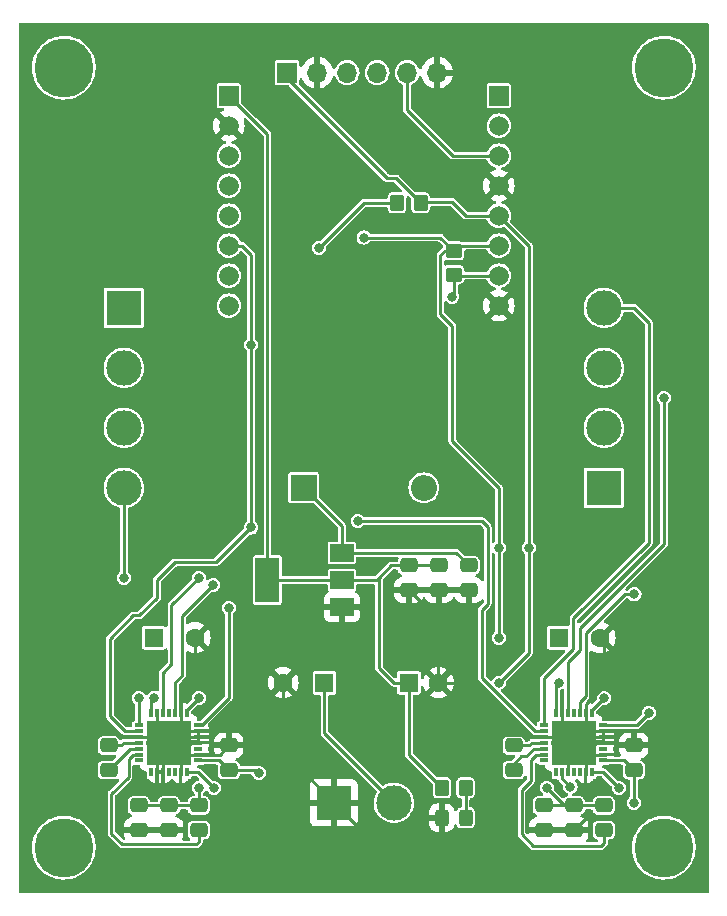
<source format=gtl>
G04 #@! TF.GenerationSoftware,KiCad,Pcbnew,(6.0.8)*
G04 #@! TF.CreationDate,2022-11-30T11:22:52+01:00*
G04 #@! TF.ProjectId,xy-systeem,78792d73-7973-4746-9565-6d2e6b696361,rev?*
G04 #@! TF.SameCoordinates,Original*
G04 #@! TF.FileFunction,Copper,L1,Top*
G04 #@! TF.FilePolarity,Positive*
%FSLAX46Y46*%
G04 Gerber Fmt 4.6, Leading zero omitted, Abs format (unit mm)*
G04 Created by KiCad (PCBNEW (6.0.8)) date 2022-11-30 11:22:52*
%MOMM*%
%LPD*%
G01*
G04 APERTURE LIST*
G04 Aperture macros list*
%AMRoundRect*
0 Rectangle with rounded corners*
0 $1 Rounding radius*
0 $2 $3 $4 $5 $6 $7 $8 $9 X,Y pos of 4 corners*
0 Add a 4 corners polygon primitive as box body*
4,1,4,$2,$3,$4,$5,$6,$7,$8,$9,$2,$3,0*
0 Add four circle primitives for the rounded corners*
1,1,$1+$1,$2,$3*
1,1,$1+$1,$4,$5*
1,1,$1+$1,$6,$7*
1,1,$1+$1,$8,$9*
0 Add four rect primitives between the rounded corners*
20,1,$1+$1,$2,$3,$4,$5,0*
20,1,$1+$1,$4,$5,$6,$7,0*
20,1,$1+$1,$6,$7,$8,$9,0*
20,1,$1+$1,$8,$9,$2,$3,0*%
G04 Aperture macros list end*
G04 #@! TA.AperFunction,ComponentPad*
%ADD10C,5.000000*%
G04 #@! TD*
G04 #@! TA.AperFunction,SMDPad,CuDef*
%ADD11R,0.800000X0.300000*%
G04 #@! TD*
G04 #@! TA.AperFunction,SMDPad,CuDef*
%ADD12R,0.300000X0.800000*%
G04 #@! TD*
G04 #@! TA.AperFunction,SMDPad,CuDef*
%ADD13R,3.800000X3.800000*%
G04 #@! TD*
G04 #@! TA.AperFunction,ComponentPad*
%ADD14R,2.200000X2.200000*%
G04 #@! TD*
G04 #@! TA.AperFunction,ComponentPad*
%ADD15O,2.200000X2.200000*%
G04 #@! TD*
G04 #@! TA.AperFunction,SMDPad,CuDef*
%ADD16RoundRect,0.250000X-0.450000X0.350000X-0.450000X-0.350000X0.450000X-0.350000X0.450000X0.350000X0*%
G04 #@! TD*
G04 #@! TA.AperFunction,SMDPad,CuDef*
%ADD17R,2.000000X1.500000*%
G04 #@! TD*
G04 #@! TA.AperFunction,SMDPad,CuDef*
%ADD18R,2.000000X3.800000*%
G04 #@! TD*
G04 #@! TA.AperFunction,SMDPad,CuDef*
%ADD19RoundRect,0.250000X-0.475000X0.337500X-0.475000X-0.337500X0.475000X-0.337500X0.475000X0.337500X0*%
G04 #@! TD*
G04 #@! TA.AperFunction,ComponentPad*
%ADD20R,1.600000X1.600000*%
G04 #@! TD*
G04 #@! TA.AperFunction,ComponentPad*
%ADD21C,1.600000*%
G04 #@! TD*
G04 #@! TA.AperFunction,ComponentPad*
%ADD22O,1.700000X1.700000*%
G04 #@! TD*
G04 #@! TA.AperFunction,ComponentPad*
%ADD23R,1.700000X1.700000*%
G04 #@! TD*
G04 #@! TA.AperFunction,SMDPad,CuDef*
%ADD24RoundRect,0.250000X0.475000X-0.337500X0.475000X0.337500X-0.475000X0.337500X-0.475000X-0.337500X0*%
G04 #@! TD*
G04 #@! TA.AperFunction,ComponentPad*
%ADD25R,3.000000X3.000000*%
G04 #@! TD*
G04 #@! TA.AperFunction,ComponentPad*
%ADD26C,3.000000*%
G04 #@! TD*
G04 #@! TA.AperFunction,ComponentPad*
%ADD27C,1.665000*%
G04 #@! TD*
G04 #@! TA.AperFunction,ComponentPad*
%ADD28R,1.665000X1.665000*%
G04 #@! TD*
G04 #@! TA.AperFunction,SMDPad,CuDef*
%ADD29RoundRect,0.250000X-0.325000X-0.450000X0.325000X-0.450000X0.325000X0.450000X-0.325000X0.450000X0*%
G04 #@! TD*
G04 #@! TA.AperFunction,SMDPad,CuDef*
%ADD30RoundRect,0.250000X-0.350000X-0.450000X0.350000X-0.450000X0.350000X0.450000X-0.350000X0.450000X0*%
G04 #@! TD*
G04 #@! TA.AperFunction,SMDPad,CuDef*
%ADD31RoundRect,0.250000X0.350000X0.450000X-0.350000X0.450000X-0.350000X-0.450000X0.350000X-0.450000X0*%
G04 #@! TD*
G04 #@! TA.AperFunction,ViaPad*
%ADD32C,0.800000*%
G04 #@! TD*
G04 #@! TA.AperFunction,Conductor*
%ADD33C,0.250000*%
G04 #@! TD*
G04 APERTURE END LIST*
D10*
X168910000Y-137160000D03*
D11*
X158790000Y-126770000D03*
X158790000Y-127270000D03*
X158790000Y-127770000D03*
X158790000Y-128270000D03*
X158790000Y-128770000D03*
X158790000Y-129270000D03*
X158790000Y-129770000D03*
D12*
X159790000Y-130770000D03*
X160290000Y-130770000D03*
X160790000Y-130770000D03*
X161290000Y-130770000D03*
X161790000Y-130770000D03*
X162290000Y-130770000D03*
X162790000Y-130770000D03*
D11*
X163790000Y-129770000D03*
X163790000Y-129270000D03*
X163790000Y-128770000D03*
X163790000Y-128270000D03*
X163790000Y-127770000D03*
X163790000Y-127270000D03*
X163790000Y-126770000D03*
D12*
X162790000Y-125770000D03*
X162290000Y-125770000D03*
X161790000Y-125770000D03*
X161290000Y-125770000D03*
X160790000Y-125770000D03*
X160290000Y-125770000D03*
X159790000Y-125770000D03*
D13*
X161290000Y-128270000D03*
D14*
X138430000Y-106680000D03*
D15*
X148590000Y-106680000D03*
D16*
X151130000Y-86630000D03*
X151130000Y-88630000D03*
D17*
X141650000Y-116800000D03*
X141650000Y-114500000D03*
D18*
X135350000Y-114500000D03*
D17*
X141650000Y-112200000D03*
D19*
X129540000Y-133582500D03*
X129540000Y-135657500D03*
X127000000Y-133582500D03*
X127000000Y-135657500D03*
X152400000Y-113262500D03*
X152400000Y-115337500D03*
D10*
X118110000Y-71120000D03*
D20*
X125730000Y-119380000D03*
D21*
X129230000Y-119380000D03*
D22*
X149713682Y-71541861D03*
X147173682Y-71541861D03*
X144633682Y-71541861D03*
X142093682Y-71541861D03*
X139553682Y-71541861D03*
D23*
X137013682Y-71541861D03*
D24*
X166370000Y-130577500D03*
X166370000Y-128502500D03*
D25*
X123190000Y-91440000D03*
D26*
X123190000Y-96520000D03*
X123190000Y-101600000D03*
X123190000Y-106680000D03*
D27*
X132080000Y-91260000D03*
X132080000Y-88720000D03*
X132080000Y-86180000D03*
X132080000Y-83640000D03*
X132080000Y-81100000D03*
X132080000Y-78560000D03*
X132080000Y-76020000D03*
D28*
X132080000Y-73480000D03*
X154940000Y-73480000D03*
D27*
X154940000Y-76020000D03*
X154940000Y-78560000D03*
X154940000Y-81100000D03*
X154940000Y-83640000D03*
X154940000Y-86180000D03*
X154940000Y-88720000D03*
X154940000Y-91260000D03*
D10*
X118110000Y-137160000D03*
D19*
X124460000Y-133582500D03*
X124460000Y-135657500D03*
D25*
X140970000Y-133350000D03*
D26*
X146050000Y-133350000D03*
D19*
X147320000Y-113262500D03*
X147320000Y-115337500D03*
D24*
X156210000Y-130577500D03*
X156210000Y-128502500D03*
D20*
X147320000Y-123190000D03*
D21*
X149820000Y-123190000D03*
D20*
X140180000Y-123190000D03*
D21*
X136680000Y-123190000D03*
D10*
X168910000Y-71120000D03*
D19*
X158750000Y-133582500D03*
X158750000Y-135657500D03*
D20*
X160020000Y-119380000D03*
D21*
X163520000Y-119380000D03*
D11*
X124500000Y-126770000D03*
X124500000Y-127270000D03*
X124500000Y-127770000D03*
X124500000Y-128270000D03*
X124500000Y-128770000D03*
X124500000Y-129270000D03*
X124500000Y-129770000D03*
D12*
X125500000Y-130770000D03*
X126000000Y-130770000D03*
X126500000Y-130770000D03*
X127000000Y-130770000D03*
X127500000Y-130770000D03*
X128000000Y-130770000D03*
X128500000Y-130770000D03*
D11*
X129500000Y-129770000D03*
X129500000Y-129270000D03*
X129500000Y-128770000D03*
X129500000Y-128270000D03*
X129500000Y-127770000D03*
X129500000Y-127270000D03*
X129500000Y-126770000D03*
D12*
X128500000Y-125770000D03*
X128000000Y-125770000D03*
X127500000Y-125770000D03*
X127000000Y-125770000D03*
X126500000Y-125770000D03*
X126000000Y-125770000D03*
X125500000Y-125770000D03*
D13*
X127000000Y-128270000D03*
D19*
X161290000Y-133582500D03*
X161290000Y-135657500D03*
D29*
X150105000Y-134620000D03*
X152155000Y-134620000D03*
D19*
X149860000Y-113262500D03*
X149860000Y-115337500D03*
D30*
X150130000Y-132080000D03*
X152130000Y-132080000D03*
D24*
X121920000Y-130577500D03*
X121920000Y-128502500D03*
D19*
X163830000Y-133582500D03*
X163830000Y-135657500D03*
D24*
X132080000Y-130577500D03*
X132080000Y-128502500D03*
D25*
X163830000Y-106680000D03*
D26*
X163830000Y-101600000D03*
X163830000Y-96520000D03*
X163830000Y-91440000D03*
D31*
X148320000Y-82550000D03*
X146320000Y-82550000D03*
D32*
X139700000Y-86360000D03*
X133954599Y-94584599D03*
X130764126Y-114904206D03*
X132080000Y-116840000D03*
X129540000Y-114300000D03*
X123190000Y-114300000D03*
X124460000Y-124460000D03*
X166420610Y-115709120D03*
X167640000Y-125730000D03*
X168910000Y-99060000D03*
X143500000Y-117000000D03*
X163830000Y-124460000D03*
X129540000Y-132080000D03*
X125730000Y-124460000D03*
X160020000Y-123190000D03*
X129540000Y-124460000D03*
X159000000Y-132080000D03*
X130810000Y-132080000D03*
X154940000Y-111760000D03*
X154940000Y-119380000D03*
X165100000Y-132080000D03*
X143500000Y-85500000D03*
X157480000Y-111760000D03*
X154940000Y-123190000D03*
X166370000Y-133350000D03*
X161000000Y-132000000D03*
X134620000Y-130810000D03*
X133954599Y-110045401D03*
X143000000Y-109500000D03*
X151000000Y-90500000D03*
D33*
X151060000Y-78560000D02*
X154940000Y-78560000D01*
X147160000Y-74660000D02*
X151060000Y-78560000D01*
X146270000Y-80500000D02*
X148320000Y-82550000D01*
X145500000Y-80500000D02*
X146270000Y-80500000D01*
X148370000Y-82500000D02*
X148320000Y-82550000D01*
X151000000Y-82500000D02*
X148370000Y-82500000D01*
X143510000Y-82550000D02*
X146320000Y-82550000D01*
X139700000Y-86360000D02*
X143510000Y-82550000D01*
X133954599Y-94584599D02*
X133954599Y-110045401D01*
X128105000Y-117563332D02*
X130764126Y-114904206D01*
X127500000Y-123178771D02*
X128105000Y-122573771D01*
X128105000Y-122573771D02*
X128105000Y-117563332D01*
X127500000Y-125770000D02*
X127500000Y-123178771D01*
X129770000Y-126770000D02*
X132080000Y-124460000D01*
X129500000Y-126770000D02*
X129770000Y-126770000D01*
X132080000Y-124460000D02*
X132080000Y-116840000D01*
X126500000Y-125770000D02*
X126500000Y-122356794D01*
X127221391Y-121635403D02*
X127221391Y-116618609D01*
X126500000Y-122356794D02*
X127221391Y-121635403D01*
X127221391Y-116618609D02*
X129540000Y-114300000D01*
X124500000Y-126770000D02*
X124500000Y-124500000D01*
X123190000Y-106680000D02*
X123190000Y-114300000D01*
X124500000Y-124500000D02*
X124460000Y-124460000D01*
X162284865Y-124343434D02*
X162284865Y-119009792D01*
X165585537Y-115709120D02*
X166420610Y-115709120D01*
X161790000Y-124838299D02*
X162284865Y-124343434D01*
X161790000Y-125770000D02*
X161790000Y-124838299D01*
X162284865Y-119009792D02*
X165585537Y-115709120D01*
X166600000Y-126770000D02*
X167640000Y-125730000D01*
X163790000Y-126770000D02*
X166600000Y-126770000D01*
X161795219Y-118588449D02*
X168910000Y-111473668D01*
X160790000Y-125770000D02*
X160790000Y-121444716D01*
X161795219Y-120439497D02*
X161795219Y-118588449D01*
X168910000Y-111473668D02*
X168910000Y-99060000D01*
X160790000Y-121444716D02*
X161795219Y-120439497D01*
X167640000Y-111351880D02*
X161255373Y-117736507D01*
X161255373Y-117736507D02*
X161255373Y-120342947D01*
X166370000Y-91440000D02*
X167640000Y-92710000D01*
X158790000Y-122808320D02*
X158790000Y-126770000D01*
X161255373Y-120342947D02*
X158790000Y-122808320D01*
X163830000Y-91440000D02*
X166370000Y-91440000D01*
X167640000Y-92710000D02*
X167640000Y-111351880D01*
X163830000Y-119690000D02*
X163830000Y-123434695D01*
X140970000Y-133350000D02*
X136122500Y-128502500D01*
X166602500Y-128270000D02*
X166370000Y-128502500D01*
X128000000Y-129270000D02*
X127000000Y-128270000D01*
X129230000Y-122230000D02*
X128000000Y-123460000D01*
X158790000Y-127770000D02*
X160790000Y-127770000D01*
X136680000Y-123190000D02*
X136680000Y-126210000D01*
X161342500Y-135657500D02*
X162254520Y-134745480D01*
X141650000Y-116800000D02*
X143300000Y-116800000D01*
X166137500Y-128270000D02*
X166370000Y-128502500D01*
X163830000Y-123434695D02*
X162290000Y-124974695D01*
X126000000Y-131754888D02*
X126000000Y-130770000D01*
X165745480Y-134745480D02*
X166161044Y-135161044D01*
X136680000Y-126210000D02*
X134387500Y-128502500D01*
X162254520Y-134745480D02*
X165745480Y-134745480D01*
X126032179Y-131787067D02*
X126000000Y-131754888D01*
X155530000Y-127590000D02*
X155910000Y-127590000D01*
X149820000Y-123190000D02*
X151190000Y-123190000D01*
X151190000Y-123190000D02*
X155590000Y-127590000D01*
X163790000Y-128270000D02*
X166137500Y-128270000D01*
X140970000Y-133350000D02*
X145337339Y-137717339D01*
X155590000Y-127590000D02*
X155910000Y-127590000D01*
X134387500Y-128502500D02*
X132080000Y-128502500D01*
X168425932Y-132896155D02*
X168425932Y-129055932D01*
X126000000Y-125770000D02*
X126000000Y-127270000D01*
X145337339Y-137717339D02*
X149302661Y-137717339D01*
X160790000Y-130770000D02*
X160790000Y-128770000D01*
X128000000Y-125770000D02*
X128000000Y-127270000D01*
X161290000Y-135657500D02*
X158750000Y-135657500D01*
X126500000Y-128770000D02*
X127000000Y-128270000D01*
X122859295Y-132976899D02*
X123463654Y-132372540D01*
X126000000Y-130770000D02*
X126000000Y-129270000D01*
X149860000Y-115337500D02*
X152400000Y-115337500D01*
X163604748Y-137717339D02*
X168425932Y-132896155D01*
X125446706Y-132372540D02*
X126032179Y-131787067D01*
X157128173Y-127795000D02*
X158765000Y-127795000D01*
X160290000Y-125770000D02*
X160290000Y-127270000D01*
X126000000Y-127270000D02*
X127000000Y-128270000D01*
X161290000Y-135657500D02*
X161342500Y-135657500D01*
X149820000Y-117837500D02*
X147320000Y-115337500D01*
X128000000Y-123460000D02*
X128000000Y-125770000D01*
X162290000Y-125770000D02*
X162290000Y-127270000D01*
X132080000Y-128502500D02*
X131312500Y-129270000D01*
X129500000Y-127270000D02*
X128000000Y-127270000D01*
X155910000Y-127590000D02*
X156923173Y-127590000D01*
X129230000Y-119380000D02*
X129230000Y-122230000D01*
X126500000Y-130770000D02*
X126500000Y-128770000D01*
X147320000Y-115337500D02*
X149860000Y-115337500D01*
X156923173Y-127590000D02*
X157128173Y-127795000D01*
X124460000Y-135657500D02*
X127000000Y-135657500D01*
X131312500Y-129270000D02*
X129500000Y-129270000D01*
X128000000Y-130770000D02*
X128000000Y-129270000D01*
X161290000Y-128270000D02*
X163790000Y-128270000D01*
X136122500Y-128502500D02*
X134387500Y-128502500D01*
X126000000Y-129270000D02*
X127000000Y-128270000D01*
X149820000Y-123190000D02*
X149820000Y-117837500D01*
X129500000Y-127770000D02*
X127500000Y-127770000D01*
X163790000Y-127270000D02*
X162290000Y-127270000D01*
X150105000Y-136915000D02*
X149302661Y-137717339D01*
X129500000Y-129270000D02*
X128000000Y-129270000D01*
X163520000Y-119380000D02*
X163830000Y-119690000D01*
X167640000Y-128270000D02*
X166602500Y-128270000D01*
X150105000Y-134620000D02*
X150105000Y-136915000D01*
X162290000Y-124974695D02*
X162290000Y-125770000D01*
X124460000Y-135657500D02*
X123311323Y-135657500D01*
X163790000Y-127770000D02*
X161790000Y-127770000D01*
X143300000Y-116800000D02*
X143500000Y-117000000D01*
X123463654Y-132372540D02*
X125446706Y-132372540D01*
X162290000Y-130770000D02*
X162290000Y-129270000D01*
X124500000Y-127770000D02*
X126500000Y-127770000D01*
X149302661Y-137717339D02*
X163604748Y-137717339D01*
X129500000Y-128270000D02*
X127000000Y-128270000D01*
X123311323Y-135657500D02*
X122859295Y-135205472D01*
X168425932Y-129055932D02*
X167640000Y-128270000D01*
X158765000Y-127795000D02*
X158790000Y-127770000D01*
X163790000Y-129270000D02*
X162290000Y-129270000D01*
X122859295Y-135205472D02*
X122859295Y-132976899D01*
X125500000Y-125770000D02*
X125500000Y-124690000D01*
X159000000Y-132080000D02*
X160502500Y-133582500D01*
X160502500Y-133582500D02*
X163830000Y-133582500D01*
X140180000Y-127480000D02*
X140180000Y-123190000D01*
X158750000Y-133582500D02*
X161290000Y-133582500D01*
X160020000Y-123190000D02*
X159790000Y-123420000D01*
X162790000Y-125770000D02*
X162790000Y-125500000D01*
X161290000Y-133582500D02*
X163830000Y-133582500D01*
X128500000Y-125500000D02*
X129540000Y-124460000D01*
X128500000Y-125770000D02*
X128500000Y-125500000D01*
X129540000Y-132080000D02*
X129540000Y-133582500D01*
X162790000Y-125500000D02*
X163830000Y-124460000D01*
X124460000Y-133582500D02*
X127000000Y-133582500D01*
X127000000Y-133582500D02*
X129540000Y-133582500D01*
X159790000Y-123420000D02*
X159790000Y-125770000D01*
X146050000Y-133350000D02*
X140180000Y-127480000D01*
X125730000Y-124460000D02*
X125500000Y-124690000D01*
X121920000Y-128502500D02*
X122957500Y-128502500D01*
X122957500Y-128502500D02*
X123190000Y-128270000D01*
X123190000Y-128270000D02*
X124500000Y-128270000D01*
X121920000Y-130577500D02*
X123727500Y-128770000D01*
X123727500Y-128770000D02*
X124500000Y-128770000D01*
X129540000Y-135657500D02*
X129540000Y-136664725D01*
X129540000Y-136664725D02*
X129318380Y-136886345D01*
X122141619Y-132599174D02*
X123595857Y-131144936D01*
X123595857Y-131144936D02*
X123595857Y-129653838D01*
X123067043Y-136886345D02*
X122141619Y-135960921D01*
X122141619Y-135960921D02*
X122141619Y-132599174D01*
X123979695Y-129270000D02*
X124500000Y-129270000D01*
X123595857Y-129653838D02*
X123979695Y-129270000D01*
X129318380Y-136886345D02*
X123067043Y-136886345D01*
X151130000Y-86630000D02*
X150370000Y-86630000D01*
X150000000Y-85500000D02*
X151130000Y-86630000D01*
X143500000Y-85500000D02*
X150000000Y-85500000D01*
X150000000Y-87000000D02*
X150000000Y-92000000D01*
X151130000Y-86630000D02*
X151580000Y-86180000D01*
X151000000Y-93000000D02*
X151000000Y-102736437D01*
X162790000Y-130770000D02*
X163790000Y-130770000D01*
X151580000Y-86180000D02*
X154940000Y-86180000D01*
X150370000Y-86630000D02*
X150000000Y-87000000D01*
X150000000Y-92000000D02*
X151000000Y-93000000D01*
X129500000Y-130770000D02*
X130810000Y-132080000D01*
X163790000Y-130770000D02*
X165100000Y-132080000D01*
X154940000Y-106680000D02*
X154940000Y-119380000D01*
X151000000Y-102736437D02*
X151158175Y-102894612D01*
X151130000Y-102870000D02*
X154940000Y-106680000D01*
X128500000Y-130770000D02*
X129500000Y-130770000D01*
X163790000Y-129770000D02*
X165562500Y-129770000D01*
X152140000Y-83640000D02*
X154940000Y-83640000D01*
X137000000Y-72000000D02*
X145500000Y-80500000D01*
X131272500Y-129770000D02*
X132080000Y-130577500D01*
X157480000Y-120650000D02*
X154940000Y-123190000D01*
X129500000Y-129770000D02*
X131272500Y-129770000D01*
X165562500Y-129770000D02*
X166370000Y-130577500D01*
X160290000Y-130770000D02*
X160290000Y-131290000D01*
X166370000Y-130577500D02*
X166370000Y-133350000D01*
X134620000Y-130810000D02*
X134387500Y-130577500D01*
X157480000Y-86180000D02*
X157480000Y-111760000D01*
X157480000Y-111760000D02*
X157480000Y-120650000D01*
X132080000Y-130577500D02*
X134387500Y-130577500D01*
X151000000Y-82500000D02*
X152140000Y-83640000D01*
X154940000Y-83640000D02*
X157480000Y-86180000D01*
X160290000Y-131290000D02*
X161000000Y-132000000D01*
X157767916Y-128264984D02*
X157772932Y-128270000D01*
X157530400Y-128502500D02*
X157767916Y-128264984D01*
X156210000Y-128502500D02*
X157530400Y-128502500D01*
X157772932Y-128270000D02*
X158790000Y-128270000D01*
X157254296Y-129415000D02*
X157899296Y-128770000D01*
X156210000Y-130058750D02*
X156853750Y-129415000D01*
X156210000Y-130577500D02*
X156210000Y-130058750D01*
X156853750Y-129415000D02*
X157254296Y-129415000D01*
X157899296Y-128770000D02*
X158790000Y-128770000D01*
X156866393Y-132287357D02*
X157654703Y-131499047D01*
X163608772Y-137018353D02*
X157857919Y-137018353D01*
X156866393Y-136026827D02*
X156866393Y-132287357D01*
X163830000Y-136797125D02*
X163608772Y-137018353D01*
X157654703Y-129705297D02*
X158090000Y-129270000D01*
X158090000Y-129270000D02*
X158790000Y-129270000D01*
X157654703Y-131499047D02*
X157654703Y-129705297D01*
X163830000Y-135657500D02*
X163830000Y-136797125D01*
X157857919Y-137018353D02*
X156866393Y-136026827D01*
X147320000Y-129270000D02*
X147320000Y-123190000D01*
X150130000Y-132080000D02*
X147320000Y-129270000D01*
X146050000Y-123190000D02*
X147320000Y-123190000D01*
X145817500Y-113262500D02*
X144780000Y-114300000D01*
X141650000Y-114500000D02*
X135350000Y-114500000D01*
X135350000Y-114500000D02*
X135350000Y-76750000D01*
X144780000Y-114300000D02*
X144780000Y-121920000D01*
X135350000Y-76750000D02*
X132080000Y-73480000D01*
X147320000Y-113262500D02*
X145817500Y-113262500D01*
X141650000Y-114500000D02*
X144580000Y-114500000D01*
X144780000Y-121920000D02*
X146050000Y-123190000D01*
X147320000Y-113262500D02*
X149860000Y-113262500D01*
X144580000Y-114500000D02*
X144780000Y-114300000D01*
X152130000Y-132080000D02*
X152130000Y-134595000D01*
X152130000Y-134595000D02*
X152155000Y-134620000D01*
X141650000Y-112200000D02*
X141650000Y-109900000D01*
X141650000Y-109900000D02*
X138430000Y-106680000D01*
X151337500Y-112200000D02*
X152400000Y-113262500D01*
X141650000Y-112200000D02*
X151337500Y-112200000D01*
X133180000Y-86180000D02*
X134000000Y-87000000D01*
X154000000Y-116500000D02*
X154000000Y-110000000D01*
X153500000Y-109500000D02*
X143000000Y-109500000D01*
X126000000Y-116000000D02*
X124500000Y-117500000D01*
X153500000Y-117000000D02*
X154000000Y-116500000D01*
X131000000Y-113000000D02*
X127500000Y-113000000D01*
X157995386Y-127270000D02*
X153500000Y-122774614D01*
X158790000Y-127270000D02*
X157995386Y-127270000D01*
X124500000Y-117500000D02*
X124000000Y-117500000D01*
X133954599Y-110045401D02*
X131000000Y-113000000D01*
X132080000Y-86180000D02*
X133180000Y-86180000D01*
X127500000Y-113000000D02*
X126000000Y-114500000D01*
X133954599Y-87045401D02*
X133954599Y-94584599D01*
X122000000Y-126000000D02*
X123284768Y-127284768D01*
X124000000Y-117500000D02*
X122000000Y-119500000D01*
X122000000Y-119500000D02*
X122000000Y-126000000D01*
X154000000Y-110000000D02*
X153500000Y-109500000D01*
X153500000Y-122774614D02*
X153500000Y-117000000D01*
X126000000Y-114500000D02*
X126000000Y-116000000D01*
X134000000Y-87000000D02*
X133954599Y-87045401D01*
X123284768Y-127284768D02*
X124050480Y-127284768D01*
X147160000Y-72000000D02*
X147160000Y-74660000D01*
X151220000Y-88720000D02*
X154940000Y-88720000D01*
X151130000Y-90370000D02*
X151000000Y-90500000D01*
X151130000Y-88630000D02*
X151220000Y-88720000D01*
X151130000Y-88630000D02*
X151130000Y-90370000D01*
G04 #@! TA.AperFunction,Conductor*
G36*
X172661121Y-67331002D02*
G01*
X172707614Y-67384658D01*
X172719000Y-67437000D01*
X172719000Y-140843000D01*
X172698998Y-140911121D01*
X172645342Y-140957614D01*
X172593000Y-140969000D01*
X114427000Y-140969000D01*
X114358879Y-140948998D01*
X114312386Y-140895342D01*
X114301000Y-140843000D01*
X114301000Y-137131669D01*
X115404712Y-137131669D01*
X115408727Y-137212324D01*
X115415463Y-137347617D01*
X115420902Y-137456879D01*
X115421543Y-137460610D01*
X115421544Y-137460618D01*
X115436030Y-137544916D01*
X115476045Y-137777789D01*
X115477133Y-137781428D01*
X115477134Y-137781431D01*
X115500697Y-137860218D01*
X115569341Y-138089749D01*
X115699439Y-138388242D01*
X115864455Y-138668944D01*
X115866756Y-138671959D01*
X116059698Y-138924775D01*
X116059703Y-138924781D01*
X116061998Y-138927788D01*
X116289208Y-139161025D01*
X116542792Y-139365276D01*
X116819078Y-139537583D01*
X117114063Y-139675451D01*
X117423474Y-139776881D01*
X117742830Y-139840405D01*
X117746602Y-139840692D01*
X117746610Y-139840693D01*
X118063728Y-139864815D01*
X118063733Y-139864815D01*
X118067505Y-139865102D01*
X118392795Y-139850615D01*
X118713989Y-139797154D01*
X119026434Y-139705493D01*
X119325604Y-139576959D01*
X119328882Y-139575055D01*
X119328888Y-139575052D01*
X119492708Y-139479897D01*
X119607165Y-139413415D01*
X119867040Y-139217230D01*
X120101464Y-138991245D01*
X120103862Y-138988300D01*
X120304643Y-138741678D01*
X120304647Y-138741672D01*
X120307040Y-138738733D01*
X120480792Y-138463354D01*
X120620202Y-138169095D01*
X120723251Y-137860218D01*
X120788446Y-137541199D01*
X120814843Y-137216658D01*
X120815436Y-137160000D01*
X120814203Y-137139539D01*
X120796069Y-136838755D01*
X120796069Y-136838751D01*
X120795841Y-136834977D01*
X120794190Y-136825932D01*
X120745218Y-136557791D01*
X120737342Y-136514663D01*
X120640784Y-136203696D01*
X120507567Y-135906582D01*
X120339621Y-135627624D01*
X120337294Y-135624640D01*
X120337289Y-135624633D01*
X120141713Y-135373858D01*
X120141711Y-135373856D01*
X120139377Y-135370863D01*
X119909738Y-135140018D01*
X119892949Y-135126782D01*
X119657010Y-134940783D01*
X119654029Y-134938433D01*
X119375954Y-134769029D01*
X119257453Y-134715150D01*
X119082994Y-134635827D01*
X119082986Y-134635824D01*
X119079542Y-134634258D01*
X118769085Y-134536073D01*
X118627071Y-134509368D01*
X118452805Y-134476597D01*
X118452800Y-134476596D01*
X118449081Y-134475897D01*
X118124166Y-134454601D01*
X118120386Y-134454809D01*
X118120385Y-134454809D01*
X118023156Y-134460160D01*
X117799045Y-134472494D01*
X117795318Y-134473155D01*
X117795314Y-134473155D01*
X117553740Y-134515968D01*
X117478429Y-134529315D01*
X117474804Y-134530420D01*
X117474799Y-134530421D01*
X117347229Y-134569302D01*
X117166961Y-134624244D01*
X117163497Y-134625775D01*
X117163490Y-134625778D01*
X116979938Y-134706926D01*
X116869153Y-134755903D01*
X116865899Y-134757839D01*
X116865893Y-134757842D01*
X116603695Y-134913833D01*
X116589319Y-134922386D01*
X116586318Y-134924701D01*
X116586314Y-134924704D01*
X116481690Y-135005421D01*
X116331513Y-135121282D01*
X116328812Y-135123941D01*
X116328805Y-135123947D01*
X116104810Y-135344452D01*
X116099469Y-135349710D01*
X116097105Y-135352677D01*
X116097102Y-135352680D01*
X115898913Y-135601392D01*
X115896548Y-135604360D01*
X115725690Y-135881544D01*
X115589369Y-136177247D01*
X115588210Y-136180848D01*
X115588207Y-136180854D01*
X115497410Y-136462807D01*
X115489560Y-136487185D01*
X115488841Y-136490901D01*
X115488839Y-136490909D01*
X115428428Y-136803151D01*
X115428427Y-136803160D01*
X115427709Y-136806870D01*
X115427442Y-136810646D01*
X115427441Y-136810651D01*
X115406199Y-137110663D01*
X115404712Y-137131669D01*
X114301000Y-137131669D01*
X114301000Y-130968834D01*
X120994500Y-130968834D01*
X120997481Y-131000369D01*
X121042366Y-131128184D01*
X121047958Y-131135754D01*
X121047959Y-131135757D01*
X121084350Y-131185026D01*
X121122850Y-131237150D01*
X121130421Y-131242742D01*
X121224243Y-131312041D01*
X121224246Y-131312042D01*
X121231816Y-131317634D01*
X121359631Y-131362519D01*
X121367277Y-131363242D01*
X121367278Y-131363242D01*
X121373248Y-131363806D01*
X121391166Y-131365500D01*
X122448834Y-131365500D01*
X122466752Y-131363806D01*
X122472722Y-131363242D01*
X122472723Y-131363242D01*
X122480369Y-131362519D01*
X122608184Y-131317634D01*
X122615758Y-131312040D01*
X122624085Y-131307631D01*
X122625786Y-131310844D01*
X122675807Y-131292550D01*
X122745083Y-131308084D01*
X122794964Y-131358606D01*
X122809612Y-131428075D01*
X122784377Y-131494436D01*
X122773088Y-131507379D01*
X121925404Y-132355063D01*
X121917300Y-132362490D01*
X121888425Y-132386719D01*
X121882912Y-132396268D01*
X121869580Y-132419359D01*
X121863674Y-132428630D01*
X121842065Y-132459490D01*
X121839211Y-132470140D01*
X121837734Y-132473308D01*
X121836542Y-132476584D01*
X121831031Y-132486129D01*
X121825146Y-132519509D01*
X121824489Y-132523232D01*
X121822111Y-132533959D01*
X121812355Y-132570367D01*
X121813316Y-132581352D01*
X121813316Y-132581354D01*
X121815639Y-132607902D01*
X121816119Y-132618884D01*
X121816119Y-135941211D01*
X121815639Y-135952193D01*
X121812355Y-135989728D01*
X121822110Y-136026131D01*
X121824489Y-136036863D01*
X121825081Y-136040222D01*
X121831031Y-136073966D01*
X121836542Y-136083511D01*
X121837734Y-136086787D01*
X121839211Y-136089955D01*
X121842065Y-136100605D01*
X121848389Y-136109636D01*
X121863674Y-136131465D01*
X121869580Y-136140736D01*
X121879317Y-136157600D01*
X121888425Y-136173376D01*
X121896870Y-136180462D01*
X121917294Y-136197600D01*
X121925399Y-136205027D01*
X122822944Y-137102573D01*
X122830370Y-137110676D01*
X122854588Y-137139539D01*
X122864131Y-137145049D01*
X122864135Y-137145052D01*
X122887222Y-137158381D01*
X122896491Y-137164285D01*
X122927359Y-137185899D01*
X122938007Y-137188752D01*
X122941178Y-137190231D01*
X122944454Y-137191423D01*
X122953998Y-137196933D01*
X122991119Y-137203479D01*
X123001826Y-137205853D01*
X123038236Y-137215608D01*
X123049211Y-137214648D01*
X123049213Y-137214648D01*
X123075774Y-137212324D01*
X123086755Y-137211845D01*
X129298670Y-137211845D01*
X129309652Y-137212325D01*
X129336200Y-137214648D01*
X129336202Y-137214648D01*
X129347187Y-137215609D01*
X129383595Y-137205853D01*
X129394322Y-137203475D01*
X129397681Y-137202883D01*
X129431425Y-137196933D01*
X129440970Y-137191422D01*
X129444246Y-137190230D01*
X129447414Y-137188753D01*
X129458064Y-137185899D01*
X129488930Y-137164286D01*
X129498195Y-137158384D01*
X129521286Y-137145052D01*
X129530835Y-137139539D01*
X129555065Y-137110662D01*
X129562491Y-137102560D01*
X129756215Y-136908836D01*
X129764319Y-136901409D01*
X129784749Y-136884266D01*
X129793194Y-136877180D01*
X129801765Y-136862335D01*
X129812039Y-136844540D01*
X129817945Y-136835269D01*
X129818149Y-136834977D01*
X129839554Y-136804409D01*
X129842408Y-136793759D01*
X129843885Y-136790591D01*
X129845077Y-136787315D01*
X129850588Y-136777770D01*
X129857130Y-136740667D01*
X129859509Y-136729935D01*
X129866410Y-136704181D01*
X129869264Y-136693532D01*
X129867018Y-136667855D01*
X129865980Y-136655997D01*
X129865500Y-136645015D01*
X129865500Y-136571500D01*
X129885502Y-136503379D01*
X129939158Y-136456886D01*
X129991500Y-136445500D01*
X130068834Y-136445500D01*
X130087029Y-136443780D01*
X130092722Y-136443242D01*
X130092723Y-136443242D01*
X130100369Y-136442519D01*
X130228184Y-136397634D01*
X130235754Y-136392042D01*
X130235757Y-136392041D01*
X130329579Y-136322742D01*
X130337150Y-136317150D01*
X130401718Y-136229733D01*
X130412041Y-136215757D01*
X130412042Y-136215754D01*
X130417634Y-136208184D01*
X130462519Y-136080369D01*
X130465500Y-136048834D01*
X130465500Y-135266166D01*
X130462519Y-135234631D01*
X130417634Y-135106816D01*
X130412042Y-135099246D01*
X130412041Y-135099243D01*
X130342742Y-135005421D01*
X130337150Y-134997850D01*
X130296203Y-134967606D01*
X130235757Y-134922959D01*
X130235754Y-134922958D01*
X130228184Y-134917366D01*
X130163552Y-134894669D01*
X138962001Y-134894669D01*
X138962371Y-134901490D01*
X138967895Y-134952352D01*
X138971521Y-134967604D01*
X139016676Y-135088054D01*
X139025214Y-135103649D01*
X139101715Y-135205724D01*
X139114276Y-135218285D01*
X139216351Y-135294786D01*
X139231946Y-135303324D01*
X139352394Y-135348478D01*
X139367649Y-135352105D01*
X139418514Y-135357631D01*
X139425328Y-135358000D01*
X140697885Y-135358000D01*
X140713124Y-135353525D01*
X140714329Y-135352135D01*
X140716000Y-135344452D01*
X140716000Y-135339884D01*
X141224000Y-135339884D01*
X141228475Y-135355123D01*
X141229865Y-135356328D01*
X141237548Y-135357999D01*
X142514669Y-135357999D01*
X142521490Y-135357629D01*
X142572352Y-135352105D01*
X142587604Y-135348479D01*
X142708054Y-135303324D01*
X142723649Y-135294786D01*
X142825724Y-135218285D01*
X142838285Y-135205724D01*
X142904709Y-135117095D01*
X149022001Y-135117095D01*
X149022338Y-135123614D01*
X149032257Y-135219206D01*
X149035149Y-135232600D01*
X149086588Y-135386784D01*
X149092761Y-135399962D01*
X149178063Y-135537807D01*
X149187099Y-135549208D01*
X149301829Y-135663739D01*
X149313240Y-135672751D01*
X149451243Y-135757816D01*
X149464424Y-135763963D01*
X149618710Y-135815138D01*
X149632086Y-135818005D01*
X149726438Y-135827672D01*
X149732854Y-135828000D01*
X149832885Y-135828000D01*
X149848124Y-135823525D01*
X149849329Y-135822135D01*
X149851000Y-135814452D01*
X149851000Y-135809884D01*
X150359000Y-135809884D01*
X150363475Y-135825123D01*
X150364865Y-135826328D01*
X150372548Y-135827999D01*
X150477095Y-135827999D01*
X150483614Y-135827662D01*
X150579206Y-135817743D01*
X150592600Y-135814851D01*
X150746784Y-135763412D01*
X150759962Y-135757239D01*
X150897807Y-135671937D01*
X150909208Y-135662901D01*
X151023739Y-135548171D01*
X151032751Y-135536760D01*
X151117816Y-135398757D01*
X151123963Y-135385576D01*
X151172611Y-135238908D01*
X151213042Y-135180549D01*
X151278606Y-135153312D01*
X151348488Y-135165846D01*
X151400500Y-135214170D01*
X151411087Y-135236828D01*
X151413001Y-135242278D01*
X151427366Y-135283184D01*
X151432958Y-135290754D01*
X151432959Y-135290757D01*
X151492127Y-135370863D01*
X151507850Y-135392150D01*
X151518427Y-135399962D01*
X151609243Y-135467041D01*
X151609246Y-135467042D01*
X151616816Y-135472634D01*
X151744631Y-135517519D01*
X151752277Y-135518242D01*
X151752278Y-135518242D01*
X151758248Y-135518806D01*
X151776166Y-135520500D01*
X152533834Y-135520500D01*
X152551752Y-135518806D01*
X152557722Y-135518242D01*
X152557723Y-135518242D01*
X152565369Y-135517519D01*
X152693184Y-135472634D01*
X152700754Y-135467042D01*
X152700757Y-135467041D01*
X152791573Y-135399962D01*
X152802150Y-135392150D01*
X152817873Y-135370863D01*
X152877041Y-135290757D01*
X152877042Y-135290754D01*
X152882634Y-135283184D01*
X152927519Y-135155369D01*
X152930500Y-135123834D01*
X152930500Y-134116166D01*
X152927519Y-134084631D01*
X152882634Y-133956816D01*
X152877042Y-133949246D01*
X152877041Y-133949243D01*
X152807742Y-133855421D01*
X152802150Y-133847850D01*
X152785206Y-133835335D01*
X152700757Y-133772959D01*
X152700754Y-133772958D01*
X152693184Y-133767366D01*
X152632872Y-133746186D01*
X152572612Y-133725024D01*
X152572608Y-133725023D01*
X152565369Y-133722481D01*
X152557725Y-133721758D01*
X152554500Y-133721051D01*
X152492247Y-133686916D01*
X152458332Y-133624544D01*
X152455500Y-133597978D01*
X152455500Y-133102022D01*
X152475502Y-133033901D01*
X152529158Y-132987408D01*
X152554500Y-132978949D01*
X152557725Y-132978242D01*
X152565369Y-132977519D01*
X152572608Y-132974977D01*
X152572612Y-132974976D01*
X152632872Y-132953814D01*
X152693184Y-132932634D01*
X152700754Y-132927042D01*
X152700757Y-132927041D01*
X152794579Y-132857742D01*
X152802150Y-132852150D01*
X152823430Y-132823339D01*
X152877041Y-132750757D01*
X152877042Y-132750754D01*
X152882634Y-132743184D01*
X152927519Y-132615369D01*
X152930500Y-132583834D01*
X152930500Y-131576166D01*
X152927519Y-131544631D01*
X152882634Y-131416816D01*
X152877042Y-131409246D01*
X152877041Y-131409243D01*
X152807742Y-131315421D01*
X152802150Y-131307850D01*
X152750796Y-131269919D01*
X152700757Y-131232959D01*
X152700754Y-131232958D01*
X152693184Y-131227366D01*
X152565369Y-131182481D01*
X152557723Y-131181758D01*
X152557722Y-131181758D01*
X152551752Y-131181194D01*
X152533834Y-131179500D01*
X151726166Y-131179500D01*
X151708248Y-131181194D01*
X151702278Y-131181758D01*
X151702277Y-131181758D01*
X151694631Y-131182481D01*
X151566816Y-131227366D01*
X151559246Y-131232958D01*
X151559243Y-131232959D01*
X151509204Y-131269919D01*
X151457850Y-131307850D01*
X151452258Y-131315421D01*
X151382959Y-131409243D01*
X151382958Y-131409246D01*
X151377366Y-131416816D01*
X151332481Y-131544631D01*
X151329500Y-131576166D01*
X151329500Y-132583834D01*
X151332481Y-132615369D01*
X151377366Y-132743184D01*
X151382958Y-132750754D01*
X151382959Y-132750757D01*
X151436570Y-132823339D01*
X151457850Y-132852150D01*
X151465421Y-132857742D01*
X151559243Y-132927041D01*
X151559246Y-132927042D01*
X151566816Y-132932634D01*
X151627128Y-132953814D01*
X151687388Y-132974976D01*
X151687392Y-132974977D01*
X151694631Y-132977519D01*
X151702275Y-132978242D01*
X151705500Y-132978949D01*
X151767753Y-133013084D01*
X151801668Y-133075456D01*
X151804500Y-133102022D01*
X151804500Y-133612161D01*
X151784498Y-133680282D01*
X151730842Y-133726775D01*
X151720255Y-133731041D01*
X151616816Y-133767366D01*
X151609246Y-133772958D01*
X151609243Y-133772959D01*
X151524794Y-133835335D01*
X151507850Y-133847850D01*
X151502258Y-133855421D01*
X151432959Y-133949243D01*
X151432958Y-133949246D01*
X151427366Y-133956816D01*
X151421390Y-133973834D01*
X151411157Y-134002973D01*
X151369714Y-134060619D01*
X151303684Y-134086707D01*
X151234032Y-134072956D01*
X151182871Y-134023731D01*
X151172750Y-134001101D01*
X151123412Y-133853216D01*
X151117239Y-133840038D01*
X151031937Y-133702193D01*
X151022901Y-133690792D01*
X150908171Y-133576261D01*
X150896760Y-133567249D01*
X150758757Y-133482184D01*
X150745576Y-133476037D01*
X150591290Y-133424862D01*
X150577914Y-133421995D01*
X150483562Y-133412328D01*
X150477145Y-133412000D01*
X150377115Y-133412000D01*
X150361876Y-133416475D01*
X150360671Y-133417865D01*
X150359000Y-133425548D01*
X150359000Y-135809884D01*
X149851000Y-135809884D01*
X149851000Y-134892115D01*
X149846525Y-134876876D01*
X149845135Y-134875671D01*
X149837452Y-134874000D01*
X149040116Y-134874000D01*
X149024877Y-134878475D01*
X149023672Y-134879865D01*
X149022001Y-134887548D01*
X149022001Y-135117095D01*
X142904709Y-135117095D01*
X142914786Y-135103649D01*
X142923324Y-135088054D01*
X142968478Y-134967606D01*
X142972105Y-134952351D01*
X142977631Y-134901486D01*
X142978000Y-134894672D01*
X142978000Y-133622115D01*
X142973525Y-133606876D01*
X142972135Y-133605671D01*
X142964452Y-133604000D01*
X141242115Y-133604000D01*
X141226876Y-133608475D01*
X141225671Y-133609865D01*
X141224000Y-133617548D01*
X141224000Y-135339884D01*
X140716000Y-135339884D01*
X140716000Y-133622115D01*
X140711525Y-133606876D01*
X140710135Y-133605671D01*
X140702452Y-133604000D01*
X138980116Y-133604000D01*
X138964877Y-133608475D01*
X138963672Y-133609865D01*
X138962001Y-133617548D01*
X138962001Y-134894669D01*
X130163552Y-134894669D01*
X130100369Y-134872481D01*
X130092723Y-134871758D01*
X130092722Y-134871758D01*
X130086752Y-134871194D01*
X130068834Y-134869500D01*
X129011166Y-134869500D01*
X128993248Y-134871194D01*
X128987278Y-134871758D01*
X128987277Y-134871758D01*
X128979631Y-134872481D01*
X128851816Y-134917366D01*
X128844246Y-134922958D01*
X128844243Y-134922959D01*
X128783797Y-134967606D01*
X128742850Y-134997850D01*
X128737258Y-135005421D01*
X128667959Y-135099243D01*
X128667958Y-135099246D01*
X128662366Y-135106816D01*
X128617481Y-135234631D01*
X128614500Y-135266166D01*
X128614500Y-136048834D01*
X128617481Y-136080369D01*
X128662366Y-136208184D01*
X128667958Y-136215754D01*
X128667959Y-136215757D01*
X128678282Y-136229733D01*
X128742850Y-136317150D01*
X128750421Y-136322742D01*
X128750424Y-136322745D01*
X128764977Y-136333494D01*
X128807888Y-136390055D01*
X128813408Y-136460837D01*
X128779784Y-136523366D01*
X128717692Y-136557791D01*
X128690118Y-136560845D01*
X128242356Y-136560845D01*
X128174235Y-136540843D01*
X128127742Y-136487187D01*
X128117638Y-136416913D01*
X128135096Y-136368730D01*
X128162814Y-136323762D01*
X128168963Y-136310576D01*
X128220138Y-136156290D01*
X128223005Y-136142914D01*
X128232672Y-136048562D01*
X128233000Y-136042146D01*
X128233000Y-135929615D01*
X128228525Y-135914376D01*
X128227135Y-135913171D01*
X128219452Y-135911500D01*
X125785118Y-135911500D01*
X125771008Y-135915643D01*
X125708727Y-135917868D01*
X125679453Y-135911500D01*
X123245116Y-135911500D01*
X123229877Y-135915975D01*
X123228672Y-135917365D01*
X123227001Y-135925048D01*
X123227001Y-136042095D01*
X123227338Y-136048614D01*
X123237257Y-136144206D01*
X123240149Y-136157600D01*
X123292183Y-136313567D01*
X123294767Y-136384517D01*
X123258583Y-136445601D01*
X123195119Y-136477425D01*
X123124524Y-136469886D01*
X123083564Y-136442539D01*
X122504024Y-135863000D01*
X122469999Y-135800687D01*
X122467119Y-135773904D01*
X122467119Y-132786190D01*
X122487121Y-132718069D01*
X122504024Y-132697095D01*
X123812072Y-131389047D01*
X123820176Y-131381620D01*
X123839387Y-131365500D01*
X123849051Y-131357391D01*
X123856597Y-131344321D01*
X123867896Y-131324751D01*
X123873802Y-131315480D01*
X123883060Y-131302258D01*
X123895411Y-131284620D01*
X123898265Y-131273969D01*
X123899745Y-131270796D01*
X123900936Y-131267524D01*
X123906445Y-131257981D01*
X123912991Y-131220860D01*
X123915365Y-131210153D01*
X123925120Y-131173743D01*
X123921836Y-131136205D01*
X123921357Y-131125224D01*
X123921357Y-130242425D01*
X123941359Y-130174304D01*
X123995015Y-130127811D01*
X124067959Y-130119311D01*
X124068021Y-130118686D01*
X124070895Y-130118969D01*
X124071942Y-130118847D01*
X124080252Y-130120500D01*
X124468346Y-130120500D01*
X124536467Y-130140502D01*
X124582960Y-130194158D01*
X124593609Y-130232894D01*
X124597895Y-130272352D01*
X124601521Y-130287604D01*
X124646676Y-130408054D01*
X124655214Y-130423649D01*
X124731715Y-130525724D01*
X124744276Y-130538285D01*
X124846351Y-130614786D01*
X124861946Y-130623324D01*
X124982394Y-130668478D01*
X124997649Y-130672105D01*
X125037108Y-130676392D01*
X125102670Y-130703634D01*
X125143096Y-130761997D01*
X125149500Y-130801655D01*
X125149500Y-131189748D01*
X125150707Y-131195816D01*
X125154122Y-131212982D01*
X125161133Y-131248231D01*
X125205448Y-131314552D01*
X125215761Y-131321443D01*
X125255349Y-131347895D01*
X125271769Y-131358867D01*
X125283938Y-131361288D01*
X125283939Y-131361288D01*
X125324223Y-131369301D01*
X125387133Y-131402209D01*
X125400467Y-131417315D01*
X125481715Y-131525724D01*
X125494276Y-131538285D01*
X125596351Y-131614786D01*
X125611946Y-131623324D01*
X125732394Y-131668478D01*
X125747649Y-131672105D01*
X125798514Y-131677631D01*
X125805328Y-131678000D01*
X125831885Y-131678000D01*
X125847124Y-131673525D01*
X125848329Y-131672135D01*
X125850000Y-131664452D01*
X125850000Y-131659884D01*
X126150000Y-131659884D01*
X126154475Y-131675123D01*
X126155865Y-131676328D01*
X126163548Y-131677999D01*
X126194669Y-131677999D01*
X126201493Y-131677629D01*
X126236393Y-131673839D01*
X126263603Y-131673839D01*
X126298510Y-131677631D01*
X126305329Y-131678000D01*
X126331885Y-131678000D01*
X126347124Y-131673525D01*
X126348329Y-131672135D01*
X126350000Y-131664452D01*
X126350000Y-130938115D01*
X126345525Y-130922876D01*
X126344135Y-130921671D01*
X126336452Y-130920000D01*
X126168115Y-130920000D01*
X126152876Y-130924475D01*
X126151671Y-130925865D01*
X126150000Y-130933548D01*
X126150000Y-131659884D01*
X125850000Y-131659884D01*
X125850000Y-131194826D01*
X125850167Y-131191422D01*
X125850500Y-131189748D01*
X125850500Y-130746000D01*
X125870502Y-130677879D01*
X125924158Y-130631386D01*
X125976500Y-130620000D01*
X126523500Y-130620000D01*
X126591621Y-130640002D01*
X126638114Y-130693658D01*
X126649500Y-130746000D01*
X126649500Y-131189748D01*
X126649833Y-131191422D01*
X126650000Y-131194826D01*
X126650000Y-131659884D01*
X126654475Y-131675123D01*
X126655865Y-131676328D01*
X126663548Y-131677999D01*
X126694669Y-131677999D01*
X126701490Y-131677629D01*
X126752352Y-131672105D01*
X126767604Y-131668479D01*
X126888054Y-131623324D01*
X126903649Y-131614786D01*
X127005724Y-131538285D01*
X127018285Y-131525724D01*
X127099533Y-131417315D01*
X127156392Y-131374800D01*
X127175776Y-131369301D01*
X127183201Y-131367824D01*
X127225421Y-131359426D01*
X127274579Y-131359426D01*
X127316799Y-131367824D01*
X127324224Y-131369301D01*
X127387133Y-131402210D01*
X127400467Y-131417315D01*
X127481715Y-131525724D01*
X127494276Y-131538285D01*
X127596351Y-131614786D01*
X127611946Y-131623324D01*
X127732394Y-131668478D01*
X127747649Y-131672105D01*
X127798514Y-131677631D01*
X127805328Y-131678000D01*
X127831885Y-131678000D01*
X127847124Y-131673525D01*
X127848329Y-131672135D01*
X127850000Y-131664452D01*
X127850000Y-131194826D01*
X127850167Y-131191422D01*
X127850500Y-131189748D01*
X127850500Y-130746000D01*
X127870502Y-130677879D01*
X127924158Y-130631386D01*
X127976500Y-130620000D01*
X128023500Y-130620000D01*
X128091621Y-130640002D01*
X128138114Y-130693658D01*
X128149500Y-130746000D01*
X128149500Y-131189748D01*
X128149833Y-131191422D01*
X128150000Y-131194826D01*
X128150000Y-131659884D01*
X128154475Y-131675123D01*
X128155865Y-131676328D01*
X128163548Y-131677999D01*
X128194669Y-131677999D01*
X128201490Y-131677629D01*
X128252352Y-131672105D01*
X128267604Y-131668479D01*
X128388054Y-131623324D01*
X128403649Y-131614786D01*
X128505724Y-131538285D01*
X128518285Y-131525724D01*
X128599533Y-131417315D01*
X128656392Y-131374800D01*
X128675777Y-131369301D01*
X128716061Y-131361288D01*
X128716062Y-131361288D01*
X128728231Y-131358867D01*
X128744652Y-131347895D01*
X128784239Y-131321443D01*
X128794552Y-131314552D01*
X128838867Y-131248231D01*
X128843018Y-131227366D01*
X128849074Y-131196918D01*
X128881982Y-131134008D01*
X128943677Y-131098877D01*
X128972653Y-131095500D01*
X129312984Y-131095500D01*
X129381105Y-131115502D01*
X129402079Y-131132405D01*
X129539593Y-131269919D01*
X129573619Y-131332231D01*
X129568554Y-131403046D01*
X129526007Y-131459882D01*
X129466944Y-131483936D01*
X129383238Y-131494956D01*
X129237159Y-131555464D01*
X129111718Y-131651718D01*
X129106695Y-131658264D01*
X129094985Y-131673525D01*
X129015464Y-131777159D01*
X128954956Y-131923238D01*
X128934318Y-132080000D01*
X128954956Y-132236762D01*
X129015464Y-132382841D01*
X129111718Y-132508282D01*
X129118264Y-132513305D01*
X129165204Y-132549323D01*
X129207071Y-132606661D01*
X129214500Y-132649286D01*
X129214500Y-132668500D01*
X129194498Y-132736621D01*
X129140842Y-132783114D01*
X129088500Y-132794500D01*
X129011166Y-132794500D01*
X128993248Y-132796194D01*
X128987278Y-132796758D01*
X128987277Y-132796758D01*
X128979631Y-132797481D01*
X128851816Y-132842366D01*
X128844246Y-132847958D01*
X128844243Y-132847959D01*
X128799947Y-132880677D01*
X128742850Y-132922850D01*
X128737258Y-132930421D01*
X128667959Y-133024243D01*
X128667958Y-133024246D01*
X128662366Y-133031816D01*
X128617481Y-133159631D01*
X128617394Y-133160553D01*
X128584656Y-133220255D01*
X128522283Y-133254168D01*
X128495720Y-133257000D01*
X128044280Y-133257000D01*
X127976159Y-133236998D01*
X127929666Y-133183342D01*
X127922822Y-133162839D01*
X127922519Y-133159631D01*
X127877634Y-133031816D01*
X127872042Y-133024246D01*
X127872041Y-133024243D01*
X127802742Y-132930421D01*
X127797150Y-132922850D01*
X127740053Y-132880677D01*
X127695757Y-132847959D01*
X127695754Y-132847958D01*
X127688184Y-132842366D01*
X127560369Y-132797481D01*
X127552723Y-132796758D01*
X127552722Y-132796758D01*
X127546752Y-132796194D01*
X127528834Y-132794500D01*
X126471166Y-132794500D01*
X126453248Y-132796194D01*
X126447278Y-132796758D01*
X126447277Y-132796758D01*
X126439631Y-132797481D01*
X126311816Y-132842366D01*
X126304246Y-132847958D01*
X126304243Y-132847959D01*
X126259947Y-132880677D01*
X126202850Y-132922850D01*
X126197258Y-132930421D01*
X126127959Y-133024243D01*
X126127958Y-133024246D01*
X126122366Y-133031816D01*
X126077481Y-133159631D01*
X126077394Y-133160553D01*
X126044656Y-133220255D01*
X125982283Y-133254168D01*
X125955720Y-133257000D01*
X125504280Y-133257000D01*
X125436159Y-133236998D01*
X125389666Y-133183342D01*
X125382822Y-133162839D01*
X125382519Y-133159631D01*
X125337634Y-133031816D01*
X125332042Y-133024246D01*
X125332041Y-133024243D01*
X125262742Y-132930421D01*
X125257150Y-132922850D01*
X125200053Y-132880677D01*
X125155757Y-132847959D01*
X125155754Y-132847958D01*
X125148184Y-132842366D01*
X125020369Y-132797481D01*
X125012723Y-132796758D01*
X125012722Y-132796758D01*
X125006752Y-132796194D01*
X124988834Y-132794500D01*
X123931166Y-132794500D01*
X123913248Y-132796194D01*
X123907278Y-132796758D01*
X123907277Y-132796758D01*
X123899631Y-132797481D01*
X123771816Y-132842366D01*
X123764246Y-132847958D01*
X123764243Y-132847959D01*
X123719947Y-132880677D01*
X123662850Y-132922850D01*
X123657258Y-132930421D01*
X123587959Y-133024243D01*
X123587958Y-133024246D01*
X123582366Y-133031816D01*
X123537481Y-133159631D01*
X123534500Y-133191166D01*
X123534500Y-133973834D01*
X123537481Y-134005369D01*
X123582366Y-134133184D01*
X123587958Y-134140754D01*
X123587959Y-134140757D01*
X123650335Y-134225206D01*
X123662850Y-134242150D01*
X123670421Y-134247742D01*
X123764243Y-134317041D01*
X123764246Y-134317042D01*
X123771816Y-134322634D01*
X123817973Y-134338843D01*
X123875619Y-134380286D01*
X123901707Y-134446316D01*
X123887956Y-134515968D01*
X123838731Y-134567129D01*
X123816101Y-134577250D01*
X123668216Y-134626588D01*
X123655038Y-134632761D01*
X123517193Y-134718063D01*
X123505792Y-134727099D01*
X123391261Y-134841829D01*
X123382249Y-134853240D01*
X123297184Y-134991243D01*
X123291037Y-135004424D01*
X123239862Y-135158710D01*
X123236995Y-135172086D01*
X123227328Y-135266438D01*
X123227000Y-135272855D01*
X123227000Y-135385385D01*
X123231475Y-135400624D01*
X123232865Y-135401829D01*
X123240548Y-135403500D01*
X125674882Y-135403500D01*
X125688992Y-135399357D01*
X125751273Y-135397132D01*
X125780547Y-135403500D01*
X128214884Y-135403500D01*
X128230123Y-135399025D01*
X128231328Y-135397635D01*
X128232999Y-135389952D01*
X128232999Y-135272905D01*
X128232662Y-135266386D01*
X128222743Y-135170794D01*
X128219851Y-135157400D01*
X128168412Y-135003216D01*
X128162239Y-134990038D01*
X128076937Y-134852193D01*
X128067901Y-134840792D01*
X127953171Y-134726261D01*
X127941760Y-134717249D01*
X127803757Y-134632184D01*
X127790576Y-134626037D01*
X127643908Y-134577389D01*
X127585549Y-134536958D01*
X127558312Y-134471394D01*
X127570846Y-134401512D01*
X127619170Y-134349500D01*
X127641828Y-134338913D01*
X127647908Y-134336778D01*
X127688184Y-134322634D01*
X127695754Y-134317042D01*
X127695757Y-134317041D01*
X127789579Y-134247742D01*
X127797150Y-134242150D01*
X127809665Y-134225206D01*
X127872041Y-134140757D01*
X127872042Y-134140754D01*
X127877634Y-134133184D01*
X127916071Y-134023731D01*
X127919977Y-134012608D01*
X127919977Y-134012607D01*
X127922519Y-134005369D01*
X127922606Y-134004447D01*
X127955344Y-133944745D01*
X128017717Y-133910832D01*
X128044280Y-133908000D01*
X128495720Y-133908000D01*
X128563841Y-133928002D01*
X128610334Y-133981658D01*
X128617178Y-134002161D01*
X128617481Y-134005369D01*
X128620023Y-134012607D01*
X128620023Y-134012608D01*
X128623929Y-134023731D01*
X128662366Y-134133184D01*
X128667958Y-134140754D01*
X128667959Y-134140757D01*
X128730335Y-134225206D01*
X128742850Y-134242150D01*
X128750421Y-134247742D01*
X128844243Y-134317041D01*
X128844246Y-134317042D01*
X128851816Y-134322634D01*
X128979631Y-134367519D01*
X128987277Y-134368242D01*
X128987278Y-134368242D01*
X128993248Y-134368806D01*
X129011166Y-134370500D01*
X130068834Y-134370500D01*
X130086752Y-134368806D01*
X130092722Y-134368242D01*
X130092723Y-134368242D01*
X130100369Y-134367519D01*
X130228184Y-134322634D01*
X130235754Y-134317042D01*
X130235757Y-134317041D01*
X130329579Y-134247742D01*
X130337150Y-134242150D01*
X130349665Y-134225206D01*
X130412041Y-134140757D01*
X130412042Y-134140754D01*
X130417634Y-134133184D01*
X130462519Y-134005369D01*
X130465500Y-133973834D01*
X130465500Y-133191166D01*
X130462519Y-133159631D01*
X130433812Y-133077885D01*
X138962000Y-133077885D01*
X138966475Y-133093124D01*
X138967865Y-133094329D01*
X138975548Y-133096000D01*
X140697885Y-133096000D01*
X140713124Y-133091525D01*
X140714329Y-133090135D01*
X140716000Y-133082452D01*
X140716000Y-133077885D01*
X141224000Y-133077885D01*
X141228475Y-133093124D01*
X141229865Y-133094329D01*
X141237548Y-133096000D01*
X142959884Y-133096000D01*
X142975123Y-133091525D01*
X142976328Y-133090135D01*
X142977999Y-133082452D01*
X142977999Y-131805331D01*
X142977629Y-131798510D01*
X142972105Y-131747648D01*
X142968479Y-131732396D01*
X142923324Y-131611946D01*
X142914786Y-131596351D01*
X142838285Y-131494276D01*
X142825724Y-131481715D01*
X142723649Y-131405214D01*
X142708054Y-131396676D01*
X142587606Y-131351522D01*
X142572351Y-131347895D01*
X142521486Y-131342369D01*
X142514672Y-131342000D01*
X141242115Y-131342000D01*
X141226876Y-131346475D01*
X141225671Y-131347865D01*
X141224000Y-131355548D01*
X141224000Y-133077885D01*
X140716000Y-133077885D01*
X140716000Y-131360116D01*
X140711525Y-131344877D01*
X140710135Y-131343672D01*
X140702452Y-131342001D01*
X139425331Y-131342001D01*
X139418510Y-131342371D01*
X139367648Y-131347895D01*
X139352396Y-131351521D01*
X139231946Y-131396676D01*
X139216351Y-131405214D01*
X139114276Y-131481715D01*
X139101715Y-131494276D01*
X139025214Y-131596351D01*
X139016676Y-131611946D01*
X138971522Y-131732394D01*
X138967895Y-131747649D01*
X138962369Y-131798514D01*
X138962000Y-131805328D01*
X138962000Y-133077885D01*
X130433812Y-133077885D01*
X130417634Y-133031816D01*
X130412042Y-133024246D01*
X130412041Y-133024243D01*
X130342742Y-132930421D01*
X130337150Y-132922850D01*
X130280053Y-132880677D01*
X130235757Y-132847959D01*
X130235754Y-132847958D01*
X130228184Y-132842366D01*
X130100369Y-132797481D01*
X130092723Y-132796758D01*
X130092722Y-132796758D01*
X130086752Y-132796194D01*
X130068834Y-132794500D01*
X129991500Y-132794500D01*
X129923379Y-132774498D01*
X129876886Y-132720842D01*
X129865500Y-132668500D01*
X129865500Y-132649286D01*
X129885502Y-132581165D01*
X129914796Y-132549323D01*
X129961736Y-132513305D01*
X129968282Y-132508282D01*
X130064536Y-132382841D01*
X130066728Y-132377550D01*
X130117262Y-132329364D01*
X130186975Y-132315926D01*
X130252886Y-132342312D01*
X130283137Y-132377224D01*
X130285464Y-132382841D01*
X130381718Y-132508282D01*
X130507159Y-132604536D01*
X130653238Y-132665044D01*
X130810000Y-132685682D01*
X130818188Y-132684604D01*
X130958574Y-132666122D01*
X130966762Y-132665044D01*
X131112841Y-132604536D01*
X131238282Y-132508282D01*
X131334536Y-132382841D01*
X131395044Y-132236762D01*
X131415682Y-132080000D01*
X131395044Y-131923238D01*
X131334536Y-131777159D01*
X131255015Y-131673525D01*
X131243305Y-131658264D01*
X131238282Y-131651718D01*
X131112841Y-131555464D01*
X130966762Y-131494956D01*
X130931427Y-131490304D01*
X130818188Y-131475396D01*
X130810000Y-131474318D01*
X130743157Y-131483118D01*
X130673010Y-131472179D01*
X130637617Y-131447291D01*
X129744111Y-130553785D01*
X129736684Y-130545681D01*
X129719541Y-130525251D01*
X129719542Y-130525251D01*
X129712455Y-130516806D01*
X129695746Y-130507159D01*
X129679815Y-130497961D01*
X129670544Y-130492055D01*
X129648715Y-130476770D01*
X129639684Y-130470446D01*
X129629034Y-130467592D01*
X129625866Y-130466115D01*
X129622590Y-130464923D01*
X129613045Y-130459412D01*
X129579301Y-130453462D01*
X129575942Y-130452870D01*
X129565215Y-130450492D01*
X129528807Y-130440736D01*
X129517819Y-130441697D01*
X129510373Y-130441046D01*
X129444254Y-130415183D01*
X129402614Y-130357680D01*
X129398770Y-130286378D01*
X129402106Y-130272349D01*
X129406392Y-130232892D01*
X129433634Y-130167330D01*
X129491997Y-130126904D01*
X129531655Y-130120500D01*
X129919748Y-130120500D01*
X129978231Y-130108867D01*
X129985095Y-130104280D01*
X130029238Y-130095500D01*
X131028500Y-130095500D01*
X131096621Y-130115502D01*
X131143114Y-130169158D01*
X131154500Y-130221500D01*
X131154500Y-130968834D01*
X131157481Y-131000369D01*
X131202366Y-131128184D01*
X131207958Y-131135754D01*
X131207959Y-131135757D01*
X131244350Y-131185026D01*
X131282850Y-131237150D01*
X131290421Y-131242742D01*
X131384243Y-131312041D01*
X131384246Y-131312042D01*
X131391816Y-131317634D01*
X131519631Y-131362519D01*
X131527277Y-131363242D01*
X131527278Y-131363242D01*
X131533248Y-131363806D01*
X131551166Y-131365500D01*
X132608834Y-131365500D01*
X132626752Y-131363806D01*
X132632722Y-131363242D01*
X132632723Y-131363242D01*
X132640369Y-131362519D01*
X132768184Y-131317634D01*
X132775754Y-131312042D01*
X132775757Y-131312041D01*
X132869579Y-131242742D01*
X132877150Y-131237150D01*
X132915650Y-131185026D01*
X132952041Y-131135757D01*
X132952042Y-131135754D01*
X132957634Y-131128184D01*
X133002519Y-131000369D01*
X133002606Y-130999447D01*
X133035344Y-130939745D01*
X133097717Y-130905832D01*
X133124280Y-130903000D01*
X133924354Y-130903000D01*
X133992475Y-130923002D01*
X134040763Y-130980782D01*
X134095464Y-131112841D01*
X134191718Y-131238282D01*
X134317159Y-131334536D01*
X134463238Y-131395044D01*
X134471426Y-131396122D01*
X134540487Y-131405214D01*
X134620000Y-131415682D01*
X134628188Y-131414604D01*
X134653832Y-131411228D01*
X134699513Y-131405214D01*
X134768574Y-131396122D01*
X134776762Y-131395044D01*
X134922841Y-131334536D01*
X135048282Y-131238282D01*
X135144536Y-131112841D01*
X135205044Y-130966762D01*
X135225682Y-130810000D01*
X135205044Y-130653238D01*
X135144536Y-130507159D01*
X135048282Y-130381718D01*
X134922841Y-130285464D01*
X134776762Y-130224956D01*
X134620000Y-130204318D01*
X134463238Y-130224956D01*
X134422466Y-130241844D01*
X134385244Y-130250954D01*
X134378764Y-130251521D01*
X134367787Y-130252000D01*
X133124280Y-130252000D01*
X133056159Y-130231998D01*
X133009666Y-130178342D01*
X133002822Y-130157839D01*
X133002519Y-130154631D01*
X132957634Y-130026816D01*
X132952042Y-130019246D01*
X132952041Y-130019243D01*
X132882742Y-129925421D01*
X132877150Y-129917850D01*
X132817245Y-129873603D01*
X132775757Y-129842959D01*
X132775754Y-129842958D01*
X132768184Y-129837366D01*
X132722027Y-129821157D01*
X132664381Y-129779714D01*
X132638293Y-129713684D01*
X132652044Y-129644032D01*
X132701269Y-129592871D01*
X132723899Y-129582750D01*
X132871784Y-129533412D01*
X132884962Y-129527239D01*
X133022807Y-129441937D01*
X133034208Y-129432901D01*
X133148739Y-129318171D01*
X133157751Y-129306760D01*
X133242816Y-129168757D01*
X133248963Y-129155576D01*
X133300138Y-129001290D01*
X133303005Y-128987914D01*
X133312672Y-128893562D01*
X133313000Y-128887146D01*
X133313000Y-128774615D01*
X133308525Y-128759376D01*
X133307135Y-128758171D01*
X133299452Y-128756500D01*
X130865116Y-128756500D01*
X130849877Y-128760975D01*
X130848672Y-128762365D01*
X130847001Y-128770048D01*
X130847001Y-128887095D01*
X130847338Y-128893614D01*
X130857257Y-128989206D01*
X130860149Y-129002600D01*
X130911588Y-129156784D01*
X130917762Y-129169962D01*
X130968650Y-129252197D01*
X130987488Y-129320649D01*
X130966327Y-129388419D01*
X130911886Y-129433990D01*
X130861506Y-129444500D01*
X130475476Y-129444500D01*
X130407355Y-129424498D01*
X130404171Y-129422114D01*
X130394452Y-129420000D01*
X129924826Y-129420000D01*
X129921422Y-129419833D01*
X129919748Y-129419500D01*
X129476000Y-129419500D01*
X129407879Y-129399498D01*
X129361386Y-129345842D01*
X129350000Y-129293500D01*
X129350000Y-129246500D01*
X129370002Y-129178379D01*
X129423658Y-129131886D01*
X129476000Y-129120500D01*
X129919748Y-129120500D01*
X129921422Y-129120167D01*
X129924826Y-129120000D01*
X130389884Y-129120000D01*
X130405123Y-129115525D01*
X130406328Y-129114135D01*
X130407999Y-129106452D01*
X130407999Y-129075331D01*
X130407629Y-129068510D01*
X130402105Y-129017648D01*
X130398479Y-129002396D01*
X130353324Y-128881946D01*
X130344786Y-128866352D01*
X130329207Y-128845564D01*
X130304360Y-128779057D01*
X130319414Y-128709675D01*
X130329207Y-128694436D01*
X130344786Y-128673648D01*
X130353324Y-128658054D01*
X130398478Y-128537606D01*
X130402105Y-128522351D01*
X130407631Y-128471486D01*
X130408000Y-128464672D01*
X130408000Y-128438115D01*
X130403525Y-128422876D01*
X130402135Y-128421671D01*
X130394452Y-128420000D01*
X129924826Y-128420000D01*
X129921422Y-128419833D01*
X129919748Y-128419500D01*
X129080252Y-128419500D01*
X129074184Y-128420707D01*
X129033939Y-128428712D01*
X129033938Y-128428712D01*
X129021769Y-128431133D01*
X128955448Y-128475448D01*
X128948557Y-128485761D01*
X128947223Y-128487095D01*
X128884911Y-128521121D01*
X128858128Y-128524000D01*
X127272115Y-128524000D01*
X127256876Y-128528475D01*
X127255671Y-128529865D01*
X127254000Y-128537548D01*
X127254000Y-130043500D01*
X127233998Y-130111621D01*
X127180342Y-130158114D01*
X127128000Y-130169500D01*
X126872000Y-130169500D01*
X126803879Y-130149498D01*
X126757386Y-130095842D01*
X126746000Y-130043500D01*
X126746000Y-128542115D01*
X126741525Y-128526876D01*
X126740135Y-128525671D01*
X126732452Y-128524000D01*
X125226500Y-128524000D01*
X125158379Y-128503998D01*
X125111886Y-128450342D01*
X125100500Y-128398000D01*
X125100500Y-128230385D01*
X130847000Y-128230385D01*
X130851475Y-128245624D01*
X130852865Y-128246829D01*
X130860548Y-128248500D01*
X131807885Y-128248500D01*
X131823124Y-128244025D01*
X131824329Y-128242635D01*
X131826000Y-128234952D01*
X131826000Y-128230385D01*
X132334000Y-128230385D01*
X132338475Y-128245624D01*
X132339865Y-128246829D01*
X132347548Y-128248500D01*
X133294884Y-128248500D01*
X133310123Y-128244025D01*
X133311328Y-128242635D01*
X133312999Y-128234952D01*
X133312999Y-128117905D01*
X133312662Y-128111386D01*
X133302743Y-128015794D01*
X133299851Y-128002400D01*
X133248412Y-127848216D01*
X133242239Y-127835038D01*
X133156937Y-127697193D01*
X133147901Y-127685792D01*
X133033171Y-127571261D01*
X133021760Y-127562249D01*
X132883757Y-127477184D01*
X132870576Y-127471037D01*
X132716290Y-127419862D01*
X132702914Y-127416995D01*
X132608562Y-127407328D01*
X132602145Y-127407000D01*
X132352115Y-127407000D01*
X132336876Y-127411475D01*
X132335671Y-127412865D01*
X132334000Y-127420548D01*
X132334000Y-128230385D01*
X131826000Y-128230385D01*
X131826000Y-127425116D01*
X131821525Y-127409877D01*
X131820135Y-127408672D01*
X131812452Y-127407001D01*
X131557905Y-127407001D01*
X131551386Y-127407338D01*
X131455794Y-127417257D01*
X131442400Y-127420149D01*
X131288216Y-127471588D01*
X131275038Y-127477761D01*
X131137193Y-127563063D01*
X131125792Y-127572099D01*
X131011261Y-127686829D01*
X131002249Y-127698240D01*
X130917184Y-127836243D01*
X130911037Y-127849424D01*
X130859862Y-128003710D01*
X130856995Y-128017086D01*
X130847328Y-128111438D01*
X130847000Y-128117855D01*
X130847000Y-128230385D01*
X125100500Y-128230385D01*
X125100500Y-128142000D01*
X125112279Y-128101885D01*
X129650000Y-128101885D01*
X129654475Y-128117124D01*
X129655865Y-128118329D01*
X129663548Y-128120000D01*
X130389884Y-128120000D01*
X130405123Y-128115525D01*
X130406328Y-128114135D01*
X130407999Y-128106452D01*
X130407999Y-128075331D01*
X130407630Y-128068525D01*
X130403838Y-128033605D01*
X130403839Y-128006394D01*
X130407631Y-127971488D01*
X130408000Y-127964671D01*
X130408000Y-127938115D01*
X130403525Y-127922876D01*
X130402135Y-127921671D01*
X130394452Y-127920000D01*
X129668115Y-127920000D01*
X129652876Y-127924475D01*
X129651671Y-127925865D01*
X129650000Y-127933548D01*
X129650000Y-128101885D01*
X125112279Y-128101885D01*
X125120502Y-128073879D01*
X125174158Y-128027386D01*
X125226500Y-128016000D01*
X129331885Y-128016000D01*
X129347124Y-128011525D01*
X129348329Y-128010135D01*
X129350000Y-128002452D01*
X129350000Y-127601885D01*
X129650000Y-127601885D01*
X129654475Y-127617124D01*
X129655865Y-127618329D01*
X129663548Y-127620000D01*
X130389884Y-127620000D01*
X130405123Y-127615525D01*
X130406328Y-127614135D01*
X130407999Y-127606452D01*
X130407999Y-127575331D01*
X130407630Y-127568525D01*
X130403838Y-127533605D01*
X130403839Y-127506394D01*
X130407631Y-127471488D01*
X130408000Y-127464671D01*
X130408000Y-127438115D01*
X130403525Y-127422876D01*
X130402135Y-127421671D01*
X130394452Y-127420000D01*
X129668115Y-127420000D01*
X129652876Y-127424475D01*
X129651671Y-127425865D01*
X129650000Y-127433548D01*
X129650000Y-127601885D01*
X129350000Y-127601885D01*
X129350000Y-127246500D01*
X129370002Y-127178379D01*
X129423658Y-127131886D01*
X129476000Y-127120500D01*
X129919748Y-127120500D01*
X129921422Y-127120167D01*
X129924826Y-127120000D01*
X130389884Y-127120000D01*
X130405123Y-127115525D01*
X130406328Y-127114135D01*
X130407999Y-127106452D01*
X130407999Y-127075331D01*
X130407629Y-127068510D01*
X130402105Y-127017648D01*
X130398479Y-127002396D01*
X130353324Y-126881946D01*
X130344786Y-126866352D01*
X130319989Y-126833264D01*
X130295142Y-126766757D01*
X130310196Y-126697374D01*
X130331721Y-126668605D01*
X131203485Y-125796842D01*
X132296222Y-124704105D01*
X132304326Y-124696678D01*
X132324750Y-124679540D01*
X132333194Y-124672455D01*
X132338704Y-124662912D01*
X132338707Y-124662908D01*
X132352036Y-124639821D01*
X132357941Y-124630551D01*
X132373232Y-124608713D01*
X132379554Y-124599684D01*
X132382407Y-124589036D01*
X132383886Y-124585865D01*
X132385078Y-124582589D01*
X132390588Y-124573045D01*
X132397134Y-124535924D01*
X132399508Y-124525217D01*
X132409263Y-124488807D01*
X132407557Y-124469300D01*
X132405979Y-124451269D01*
X132405500Y-124440288D01*
X132405500Y-124276062D01*
X135958493Y-124276062D01*
X135967789Y-124288077D01*
X136018994Y-124323931D01*
X136028489Y-124329414D01*
X136225947Y-124421490D01*
X136236239Y-124425236D01*
X136446688Y-124481625D01*
X136457481Y-124483528D01*
X136674525Y-124502517D01*
X136685475Y-124502517D01*
X136902519Y-124483528D01*
X136913312Y-124481625D01*
X137123761Y-124425236D01*
X137134053Y-124421490D01*
X137331511Y-124329414D01*
X137341006Y-124323931D01*
X137393048Y-124287491D01*
X137401424Y-124277012D01*
X137394356Y-124263566D01*
X137140538Y-124009748D01*
X139179500Y-124009748D01*
X139191133Y-124068231D01*
X139235448Y-124134552D01*
X139301769Y-124178867D01*
X139313938Y-124181288D01*
X139313939Y-124181288D01*
X139354184Y-124189293D01*
X139360252Y-124190500D01*
X139728500Y-124190500D01*
X139796621Y-124210502D01*
X139843114Y-124264158D01*
X139854500Y-124316500D01*
X139854500Y-127460290D01*
X139854020Y-127471272D01*
X139852004Y-127494319D01*
X139850736Y-127508807D01*
X139860491Y-127545210D01*
X139862870Y-127555942D01*
X139869412Y-127593045D01*
X139874923Y-127602590D01*
X139876115Y-127605866D01*
X139877592Y-127609034D01*
X139880446Y-127619684D01*
X139886770Y-127628715D01*
X139902055Y-127650544D01*
X139907961Y-127659815D01*
X139921293Y-127682906D01*
X139926806Y-127692455D01*
X139955682Y-127716685D01*
X139963785Y-127724111D01*
X144568267Y-132328593D01*
X144602293Y-132390905D01*
X144597228Y-132461720D01*
X144586896Y-132483043D01*
X144530595Y-132575825D01*
X144528786Y-132580139D01*
X144528785Y-132580141D01*
X144436580Y-132800026D01*
X144432854Y-132808911D01*
X144431703Y-132813443D01*
X144431702Y-132813446D01*
X144422056Y-132851428D01*
X144370639Y-133053883D01*
X144345316Y-133305361D01*
X144345540Y-133310027D01*
X144345540Y-133310033D01*
X144350454Y-133412328D01*
X144357443Y-133557820D01*
X144361111Y-133576261D01*
X144402295Y-133783305D01*
X144406752Y-133805713D01*
X144408331Y-133810111D01*
X144408333Y-133810118D01*
X144485028Y-134023731D01*
X144492160Y-134043595D01*
X144611792Y-134266240D01*
X144614587Y-134269984D01*
X144614589Y-134269986D01*
X144760226Y-134465018D01*
X144760231Y-134465024D01*
X144763018Y-134468756D01*
X144766327Y-134472036D01*
X144766332Y-134472042D01*
X144921677Y-134626037D01*
X144942517Y-134646696D01*
X144946279Y-134649454D01*
X144946282Y-134649457D01*
X145107223Y-134767463D01*
X145146346Y-134796149D01*
X145150481Y-134798325D01*
X145150485Y-134798327D01*
X145231198Y-134840792D01*
X145370026Y-134913833D01*
X145396159Y-134922959D01*
X145591695Y-134991243D01*
X145608644Y-134997162D01*
X145613237Y-134998034D01*
X145852369Y-135043435D01*
X145852372Y-135043435D01*
X145856958Y-135044306D01*
X145977081Y-135049026D01*
X146104845Y-135054046D01*
X146104850Y-135054046D01*
X146109513Y-135054229D01*
X146187657Y-135045671D01*
X146356107Y-135027223D01*
X146356112Y-135027222D01*
X146360760Y-135026713D01*
X146441634Y-135005421D01*
X146600658Y-134963554D01*
X146600661Y-134963553D01*
X146605181Y-134962363D01*
X146768687Y-134892115D01*
X146833111Y-134864436D01*
X146833113Y-134864435D01*
X146837405Y-134862591D01*
X146944774Y-134796149D01*
X147048358Y-134732050D01*
X147048362Y-134732047D01*
X147052331Y-134729591D01*
X147146989Y-134649457D01*
X147241672Y-134569302D01*
X147241673Y-134569301D01*
X147245238Y-134566283D01*
X147324505Y-134475897D01*
X147408806Y-134379771D01*
X147408810Y-134379766D01*
X147411888Y-134376256D01*
X147414418Y-134372323D01*
X147430137Y-134347885D01*
X149022000Y-134347885D01*
X149026475Y-134363124D01*
X149027865Y-134364329D01*
X149035548Y-134366000D01*
X149832885Y-134366000D01*
X149848124Y-134361525D01*
X149849329Y-134360135D01*
X149851000Y-134352452D01*
X149851000Y-133430116D01*
X149846525Y-133414877D01*
X149845135Y-133413672D01*
X149837452Y-133412001D01*
X149732905Y-133412001D01*
X149726386Y-133412338D01*
X149630794Y-133422257D01*
X149617400Y-133425149D01*
X149463216Y-133476588D01*
X149450038Y-133482761D01*
X149312193Y-133568063D01*
X149300792Y-133577099D01*
X149186261Y-133691829D01*
X149177249Y-133703240D01*
X149092184Y-133841243D01*
X149086037Y-133854424D01*
X149034862Y-134008710D01*
X149031995Y-134022086D01*
X149022328Y-134116438D01*
X149022000Y-134122855D01*
X149022000Y-134347885D01*
X147430137Y-134347885D01*
X147546094Y-134167610D01*
X147546096Y-134167607D01*
X147548619Y-134163684D01*
X147652428Y-133933236D01*
X147721034Y-133689976D01*
X147735394Y-133577099D01*
X147752533Y-133442378D01*
X147752533Y-133442372D01*
X147752931Y-133439247D01*
X147753645Y-133412001D01*
X147754245Y-133389053D01*
X147755268Y-133350000D01*
X147748357Y-133257000D01*
X147736883Y-133102597D01*
X147736882Y-133102593D01*
X147736537Y-133097945D01*
X147680756Y-132851428D01*
X147659496Y-132796758D01*
X147590843Y-132620216D01*
X147590842Y-132620214D01*
X147589150Y-132615863D01*
X147579912Y-132599699D01*
X147513243Y-132483054D01*
X147463731Y-132396426D01*
X147322150Y-132216832D01*
X147310147Y-132201606D01*
X147310144Y-132201603D01*
X147307255Y-132197938D01*
X147123160Y-132024758D01*
X146948963Y-131903913D01*
X146919331Y-131883356D01*
X146919328Y-131883354D01*
X146915489Y-131880691D01*
X146887753Y-131867013D01*
X146692993Y-131770968D01*
X146692990Y-131770967D01*
X146688805Y-131768903D01*
X146644379Y-131754682D01*
X146585175Y-131735731D01*
X146448087Y-131691849D01*
X146443480Y-131691099D01*
X146443477Y-131691098D01*
X146203235Y-131651972D01*
X146203236Y-131651972D01*
X146198624Y-131651221D01*
X146076026Y-131649616D01*
X145950573Y-131647974D01*
X145950570Y-131647974D01*
X145945896Y-131647913D01*
X145695455Y-131681996D01*
X145690965Y-131683305D01*
X145690959Y-131683306D01*
X145617256Y-131704789D01*
X145452803Y-131752723D01*
X145448556Y-131754681D01*
X145448553Y-131754682D01*
X145414007Y-131770608D01*
X145223270Y-131858539D01*
X145185517Y-131883291D01*
X145117584Y-131903913D01*
X145049284Y-131884533D01*
X145027339Y-131867013D01*
X140542405Y-127382079D01*
X140508379Y-127319767D01*
X140505500Y-127292984D01*
X140505500Y-124316500D01*
X140525502Y-124248379D01*
X140579158Y-124201886D01*
X140631500Y-124190500D01*
X140999748Y-124190500D01*
X141005816Y-124189293D01*
X141046061Y-124181288D01*
X141046062Y-124181288D01*
X141058231Y-124178867D01*
X141124552Y-124134552D01*
X141168867Y-124068231D01*
X141180500Y-124009748D01*
X141180500Y-122370252D01*
X141179293Y-122364184D01*
X141171288Y-122323939D01*
X141171288Y-122323938D01*
X141168867Y-122311769D01*
X141124552Y-122245448D01*
X141058231Y-122201133D01*
X141046062Y-122198712D01*
X141046061Y-122198712D01*
X141005816Y-122190707D01*
X140999748Y-122189500D01*
X139360252Y-122189500D01*
X139354184Y-122190707D01*
X139313939Y-122198712D01*
X139313938Y-122198712D01*
X139301769Y-122201133D01*
X139235448Y-122245448D01*
X139191133Y-122311769D01*
X139188712Y-122323938D01*
X139188712Y-122323939D01*
X139180707Y-122364184D01*
X139179500Y-122370252D01*
X139179500Y-124009748D01*
X137140538Y-124009748D01*
X136692812Y-123562022D01*
X136678868Y-123554408D01*
X136677035Y-123554539D01*
X136670420Y-123558790D01*
X135964923Y-124264287D01*
X135958493Y-124276062D01*
X132405500Y-124276062D01*
X132405500Y-123195475D01*
X135367483Y-123195475D01*
X135386472Y-123412519D01*
X135388375Y-123423312D01*
X135444764Y-123633761D01*
X135448510Y-123644053D01*
X135540586Y-123841511D01*
X135546069Y-123851006D01*
X135582509Y-123903048D01*
X135592988Y-123911424D01*
X135606434Y-123904356D01*
X136307978Y-123202812D01*
X136314356Y-123191132D01*
X137044408Y-123191132D01*
X137044539Y-123192965D01*
X137048790Y-123199580D01*
X137754287Y-123905077D01*
X137766062Y-123911507D01*
X137778077Y-123902211D01*
X137813931Y-123851006D01*
X137819414Y-123841511D01*
X137911490Y-123644053D01*
X137915236Y-123633761D01*
X137971625Y-123423312D01*
X137973528Y-123412519D01*
X137992517Y-123195475D01*
X137992517Y-123184525D01*
X137973528Y-122967481D01*
X137971625Y-122956688D01*
X137915236Y-122746239D01*
X137911490Y-122735947D01*
X137819414Y-122538489D01*
X137813931Y-122528994D01*
X137777491Y-122476952D01*
X137767012Y-122468576D01*
X137753566Y-122475644D01*
X137052022Y-123177188D01*
X137044408Y-123191132D01*
X136314356Y-123191132D01*
X136315592Y-123188868D01*
X136315461Y-123187035D01*
X136311210Y-123180420D01*
X135605713Y-122474923D01*
X135593938Y-122468493D01*
X135581923Y-122477789D01*
X135546069Y-122528994D01*
X135540586Y-122538489D01*
X135448510Y-122735947D01*
X135444764Y-122746239D01*
X135388375Y-122956688D01*
X135386472Y-122967481D01*
X135367483Y-123184525D01*
X135367483Y-123195475D01*
X132405500Y-123195475D01*
X132405500Y-122102988D01*
X135958576Y-122102988D01*
X135965644Y-122116434D01*
X136667188Y-122817978D01*
X136681132Y-122825592D01*
X136682965Y-122825461D01*
X136689580Y-122821210D01*
X137395077Y-122115713D01*
X137401507Y-122103938D01*
X137392211Y-122091923D01*
X137341006Y-122056069D01*
X137331511Y-122050586D01*
X137134053Y-121958510D01*
X137123761Y-121954764D01*
X136913312Y-121898375D01*
X136902519Y-121896472D01*
X136685475Y-121877483D01*
X136674525Y-121877483D01*
X136457481Y-121896472D01*
X136446688Y-121898375D01*
X136236239Y-121954764D01*
X136225947Y-121958510D01*
X136028489Y-122050586D01*
X136018994Y-122056069D01*
X135966952Y-122092509D01*
X135958576Y-122102988D01*
X132405500Y-122102988D01*
X132405500Y-117594669D01*
X140142001Y-117594669D01*
X140142371Y-117601490D01*
X140147895Y-117652352D01*
X140151521Y-117667604D01*
X140196676Y-117788054D01*
X140205214Y-117803649D01*
X140281715Y-117905724D01*
X140294276Y-117918285D01*
X140396351Y-117994786D01*
X140411946Y-118003324D01*
X140532394Y-118048478D01*
X140547649Y-118052105D01*
X140598514Y-118057631D01*
X140605328Y-118058000D01*
X141377885Y-118058000D01*
X141393124Y-118053525D01*
X141394329Y-118052135D01*
X141396000Y-118044452D01*
X141396000Y-118039884D01*
X141904000Y-118039884D01*
X141908475Y-118055123D01*
X141909865Y-118056328D01*
X141917548Y-118057999D01*
X142694669Y-118057999D01*
X142701490Y-118057629D01*
X142752352Y-118052105D01*
X142767604Y-118048479D01*
X142888054Y-118003324D01*
X142903649Y-117994786D01*
X143005724Y-117918285D01*
X143018285Y-117905724D01*
X143094786Y-117803649D01*
X143103324Y-117788054D01*
X143148478Y-117667606D01*
X143152105Y-117652351D01*
X143157631Y-117601486D01*
X143158000Y-117594672D01*
X143158000Y-117072115D01*
X143153525Y-117056876D01*
X143152135Y-117055671D01*
X143144452Y-117054000D01*
X141922115Y-117054000D01*
X141906876Y-117058475D01*
X141905671Y-117059865D01*
X141904000Y-117067548D01*
X141904000Y-118039884D01*
X141396000Y-118039884D01*
X141396000Y-117072115D01*
X141391525Y-117056876D01*
X141390135Y-117055671D01*
X141382452Y-117054000D01*
X140160116Y-117054000D01*
X140144877Y-117058475D01*
X140143672Y-117059865D01*
X140142001Y-117067548D01*
X140142001Y-117594669D01*
X132405500Y-117594669D01*
X132405500Y-117409286D01*
X132425502Y-117341165D01*
X132454796Y-117309323D01*
X132501736Y-117273305D01*
X132508282Y-117268282D01*
X132604536Y-117142841D01*
X132665044Y-116996762D01*
X132685682Y-116840000D01*
X132665044Y-116683238D01*
X132604536Y-116537159D01*
X132514444Y-116419748D01*
X132513305Y-116418264D01*
X132508282Y-116411718D01*
X132382841Y-116315464D01*
X132236762Y-116254956D01*
X132080000Y-116234318D01*
X131923238Y-116254956D01*
X131777159Y-116315464D01*
X131651718Y-116411718D01*
X131646695Y-116418264D01*
X131645556Y-116419748D01*
X131555464Y-116537159D01*
X131494956Y-116683238D01*
X131474318Y-116840000D01*
X131494956Y-116996762D01*
X131555464Y-117142841D01*
X131651718Y-117268282D01*
X131658264Y-117273305D01*
X131705204Y-117309323D01*
X131747071Y-117366661D01*
X131754500Y-117409286D01*
X131754500Y-124272983D01*
X131734498Y-124341104D01*
X131717595Y-124362078D01*
X129697079Y-126382595D01*
X129634767Y-126416620D01*
X129607984Y-126419500D01*
X129531654Y-126419500D01*
X129463533Y-126399498D01*
X129417040Y-126345842D01*
X129406391Y-126307106D01*
X129402105Y-126267648D01*
X129398479Y-126252396D01*
X129353324Y-126131946D01*
X129344786Y-126116351D01*
X129268285Y-126014276D01*
X129255724Y-126001715D01*
X129153649Y-125925214D01*
X129138054Y-125916676D01*
X129017606Y-125871522D01*
X129002351Y-125867895D01*
X128962892Y-125863608D01*
X128897330Y-125836366D01*
X128856904Y-125778003D01*
X128850500Y-125738345D01*
X128850500Y-125662016D01*
X128870502Y-125593895D01*
X128887405Y-125572921D01*
X129367617Y-125092709D01*
X129429929Y-125058683D01*
X129473157Y-125056882D01*
X129540000Y-125065682D01*
X129548188Y-125064604D01*
X129688574Y-125046122D01*
X129696762Y-125045044D01*
X129842841Y-124984536D01*
X129968282Y-124888282D01*
X129983926Y-124867895D01*
X130028537Y-124809756D01*
X130064536Y-124762841D01*
X130125044Y-124616762D01*
X130145682Y-124460000D01*
X130125044Y-124303238D01*
X130064536Y-124157159D01*
X129968282Y-124031718D01*
X129842841Y-123935464D01*
X129696762Y-123874956D01*
X129540000Y-123854318D01*
X129383238Y-123874956D01*
X129237159Y-123935464D01*
X129111718Y-124031718D01*
X129015464Y-124157159D01*
X128954956Y-124303238D01*
X128934318Y-124460000D01*
X128939916Y-124502517D01*
X128943118Y-124526842D01*
X128932179Y-124596990D01*
X128907291Y-124632383D01*
X128601395Y-124938279D01*
X128539083Y-124972305D01*
X128468268Y-124967240D01*
X128436736Y-124950011D01*
X128403648Y-124925214D01*
X128388054Y-124916676D01*
X128267606Y-124871522D01*
X128252351Y-124867895D01*
X128201486Y-124862369D01*
X128194672Y-124862000D01*
X128168115Y-124862000D01*
X128152876Y-124866475D01*
X128151671Y-124867865D01*
X128150000Y-124875548D01*
X128150000Y-125345174D01*
X128149833Y-125348578D01*
X128149500Y-125350252D01*
X128149500Y-125794000D01*
X128129498Y-125862121D01*
X128075842Y-125908614D01*
X128023500Y-125920000D01*
X127976500Y-125920000D01*
X127908379Y-125899998D01*
X127861886Y-125846342D01*
X127850500Y-125794000D01*
X127850500Y-125350252D01*
X127850167Y-125348578D01*
X127850000Y-125345174D01*
X127850000Y-124880116D01*
X127836777Y-124835083D01*
X127830602Y-124825473D01*
X127825500Y-124789982D01*
X127825500Y-123365788D01*
X127845502Y-123297667D01*
X127862405Y-123276692D01*
X128077544Y-123061554D01*
X128321228Y-122817870D01*
X128329332Y-122810444D01*
X128337702Y-122803421D01*
X128358194Y-122786226D01*
X128363704Y-122776683D01*
X128363707Y-122776679D01*
X128377036Y-122753592D01*
X128382941Y-122744322D01*
X128398232Y-122722484D01*
X128404554Y-122713455D01*
X128407407Y-122702807D01*
X128408886Y-122699636D01*
X128410078Y-122696360D01*
X128415588Y-122686816D01*
X128422134Y-122649695D01*
X128424508Y-122638988D01*
X128434263Y-122602578D01*
X128432953Y-122587598D01*
X128430979Y-122565040D01*
X128430500Y-122554059D01*
X128430500Y-120648186D01*
X128450502Y-120580065D01*
X128504158Y-120533572D01*
X128574432Y-120523468D01*
X128609750Y-120533991D01*
X128775947Y-120611490D01*
X128786239Y-120615236D01*
X128996688Y-120671625D01*
X129007481Y-120673528D01*
X129224525Y-120692517D01*
X129235475Y-120692517D01*
X129452519Y-120673528D01*
X129463312Y-120671625D01*
X129673761Y-120615236D01*
X129684053Y-120611490D01*
X129881511Y-120519414D01*
X129891006Y-120513931D01*
X129943048Y-120477491D01*
X129951424Y-120467012D01*
X129944356Y-120453566D01*
X128959885Y-119469095D01*
X128925859Y-119406783D01*
X128927694Y-119381132D01*
X129594408Y-119381132D01*
X129594539Y-119382965D01*
X129598790Y-119389580D01*
X130304287Y-120095077D01*
X130316062Y-120101507D01*
X130328077Y-120092211D01*
X130363931Y-120041006D01*
X130369414Y-120031511D01*
X130461490Y-119834053D01*
X130465236Y-119823761D01*
X130521625Y-119613312D01*
X130523528Y-119602519D01*
X130542517Y-119385475D01*
X130542517Y-119374525D01*
X130523528Y-119157481D01*
X130521625Y-119146688D01*
X130465236Y-118936239D01*
X130461490Y-118925947D01*
X130369414Y-118728489D01*
X130363931Y-118718994D01*
X130327491Y-118666952D01*
X130317012Y-118658576D01*
X130303566Y-118665644D01*
X129602022Y-119367188D01*
X129594408Y-119381132D01*
X128927694Y-119381132D01*
X128930924Y-119335968D01*
X128959885Y-119290905D01*
X129945077Y-118305713D01*
X129951507Y-118293938D01*
X129942211Y-118281923D01*
X129891006Y-118246069D01*
X129881511Y-118240586D01*
X129684053Y-118148510D01*
X129673761Y-118144764D01*
X129463312Y-118088375D01*
X129452519Y-118086472D01*
X129235475Y-118067483D01*
X129224525Y-118067483D01*
X129007481Y-118086472D01*
X128996688Y-118088375D01*
X128786239Y-118144764D01*
X128775947Y-118148510D01*
X128609750Y-118226009D01*
X128539558Y-118236670D01*
X128474746Y-118207690D01*
X128435889Y-118148270D01*
X128430500Y-118111814D01*
X128430500Y-117750348D01*
X128450502Y-117682227D01*
X128467405Y-117661253D01*
X130591743Y-115536915D01*
X130654055Y-115502889D01*
X130697283Y-115501088D01*
X130764126Y-115509888D01*
X130772314Y-115508810D01*
X130912700Y-115490328D01*
X130920888Y-115489250D01*
X131066967Y-115428742D01*
X131192408Y-115332488D01*
X131288662Y-115207047D01*
X131349170Y-115060968D01*
X131369808Y-114904206D01*
X131349170Y-114747444D01*
X131288662Y-114601365D01*
X131192408Y-114475924D01*
X131066967Y-114379670D01*
X130920888Y-114319162D01*
X130764126Y-114298524D01*
X130607364Y-114319162D01*
X130461285Y-114379670D01*
X130454734Y-114384697D01*
X130454729Y-114384700D01*
X130339881Y-114472826D01*
X130273661Y-114498427D01*
X130204112Y-114484162D01*
X130153316Y-114434561D01*
X130137400Y-114365372D01*
X130138255Y-114356419D01*
X130144604Y-114308190D01*
X130144604Y-114308187D01*
X130145682Y-114300000D01*
X130125044Y-114143238D01*
X130064536Y-113997159D01*
X129968282Y-113871718D01*
X129842841Y-113775464D01*
X129696762Y-113714956D01*
X129540000Y-113694318D01*
X129383238Y-113714956D01*
X129237159Y-113775464D01*
X129111718Y-113871718D01*
X129015464Y-113997159D01*
X128954956Y-114143238D01*
X128934318Y-114300000D01*
X128942925Y-114365372D01*
X128943118Y-114366840D01*
X128932179Y-114436989D01*
X128907291Y-114472382D01*
X127005175Y-116374499D01*
X126997072Y-116381925D01*
X126968197Y-116406154D01*
X126962684Y-116415703D01*
X126949352Y-116438794D01*
X126943446Y-116448065D01*
X126921837Y-116478925D01*
X126918983Y-116489575D01*
X126917506Y-116492743D01*
X126916314Y-116496019D01*
X126910803Y-116505564D01*
X126906062Y-116532452D01*
X126904261Y-116542667D01*
X126901883Y-116553394D01*
X126892127Y-116589802D01*
X126893088Y-116600787D01*
X126893088Y-116600789D01*
X126895411Y-116627337D01*
X126895891Y-116638319D01*
X126895891Y-118356019D01*
X126875889Y-118424140D01*
X126822233Y-118470633D01*
X126751959Y-118480737D01*
X126687379Y-118451243D01*
X126681364Y-118445643D01*
X126674552Y-118435448D01*
X126608231Y-118391133D01*
X126596062Y-118388712D01*
X126596061Y-118388712D01*
X126555816Y-118380707D01*
X126549748Y-118379500D01*
X124910252Y-118379500D01*
X124904184Y-118380707D01*
X124863939Y-118388712D01*
X124863938Y-118388712D01*
X124851769Y-118391133D01*
X124785448Y-118435448D01*
X124741133Y-118501769D01*
X124729500Y-118560252D01*
X124729500Y-120199748D01*
X124741133Y-120258231D01*
X124785448Y-120324552D01*
X124851769Y-120368867D01*
X124863938Y-120371288D01*
X124863939Y-120371288D01*
X124904184Y-120379293D01*
X124910252Y-120380500D01*
X126549748Y-120380500D01*
X126555816Y-120379293D01*
X126596061Y-120371288D01*
X126596062Y-120371288D01*
X126608231Y-120368867D01*
X126674552Y-120324552D01*
X126681134Y-120314701D01*
X126743108Y-120280860D01*
X126813923Y-120285925D01*
X126870759Y-120328472D01*
X126895570Y-120394992D01*
X126895891Y-120403981D01*
X126895891Y-121448387D01*
X126875889Y-121516508D01*
X126858986Y-121537482D01*
X126283785Y-122112683D01*
X126275681Y-122120110D01*
X126246806Y-122144339D01*
X126241293Y-122153888D01*
X126227961Y-122176979D01*
X126222055Y-122186250D01*
X126200446Y-122217110D01*
X126197592Y-122227760D01*
X126196115Y-122230928D01*
X126194923Y-122234204D01*
X126189412Y-122243749D01*
X126183462Y-122277493D01*
X126182870Y-122280852D01*
X126180492Y-122291579D01*
X126170736Y-122327987D01*
X126171697Y-122338972D01*
X126171697Y-122338974D01*
X126174020Y-122365522D01*
X126174500Y-122376504D01*
X126174500Y-123805569D01*
X126154498Y-123873690D01*
X126100842Y-123920183D01*
X126030568Y-123930287D01*
X126000287Y-123921980D01*
X125886762Y-123874956D01*
X125730000Y-123854318D01*
X125573238Y-123874956D01*
X125427159Y-123935464D01*
X125301718Y-124031718D01*
X125205464Y-124157159D01*
X125203272Y-124162450D01*
X125152738Y-124210636D01*
X125083025Y-124224074D01*
X125017114Y-124197688D01*
X124986863Y-124162776D01*
X124984536Y-124157159D01*
X124888282Y-124031718D01*
X124762841Y-123935464D01*
X124616762Y-123874956D01*
X124460000Y-123854318D01*
X124303238Y-123874956D01*
X124157159Y-123935464D01*
X124031718Y-124031718D01*
X123935464Y-124157159D01*
X123874956Y-124303238D01*
X123854318Y-124460000D01*
X123874956Y-124616762D01*
X123935464Y-124762841D01*
X123971463Y-124809756D01*
X124016075Y-124867895D01*
X124031718Y-124888282D01*
X124038264Y-124893305D01*
X124125204Y-124960016D01*
X124167071Y-125017354D01*
X124174500Y-125059979D01*
X124174500Y-126297347D01*
X124154498Y-126365468D01*
X124100842Y-126411961D01*
X124073082Y-126420926D01*
X124033939Y-126428712D01*
X124033938Y-126428712D01*
X124021769Y-126431133D01*
X123955448Y-126475448D01*
X123911133Y-126541769D01*
X123899500Y-126600252D01*
X123899500Y-126833268D01*
X123879498Y-126901389D01*
X123825842Y-126947882D01*
X123773500Y-126959268D01*
X123471785Y-126959268D01*
X123403664Y-126939266D01*
X123382690Y-126922363D01*
X122362405Y-125902079D01*
X122328380Y-125839767D01*
X122325500Y-125812984D01*
X122325500Y-119687016D01*
X122345502Y-119618895D01*
X122362405Y-119597921D01*
X124097921Y-117862405D01*
X124160233Y-117828379D01*
X124187016Y-117825500D01*
X124480290Y-117825500D01*
X124491272Y-117825980D01*
X124517820Y-117828303D01*
X124517822Y-117828303D01*
X124528807Y-117829264D01*
X124565215Y-117819508D01*
X124575942Y-117817130D01*
X124579301Y-117816538D01*
X124613045Y-117810588D01*
X124622590Y-117805077D01*
X124625866Y-117803885D01*
X124629034Y-117802408D01*
X124639684Y-117799554D01*
X124670544Y-117777945D01*
X124679815Y-117772039D01*
X124702906Y-117758707D01*
X124712455Y-117753194D01*
X124736685Y-117724317D01*
X124744111Y-117716215D01*
X126216222Y-116244105D01*
X126224326Y-116236678D01*
X126227139Y-116234318D01*
X126253194Y-116212455D01*
X126258704Y-116202912D01*
X126258707Y-116202908D01*
X126272036Y-116179821D01*
X126277941Y-116170551D01*
X126293232Y-116148713D01*
X126299554Y-116139684D01*
X126302407Y-116129036D01*
X126303886Y-116125865D01*
X126305078Y-116122589D01*
X126310588Y-116113045D01*
X126317134Y-116075924D01*
X126319508Y-116065217D01*
X126329263Y-116028807D01*
X126326613Y-115998510D01*
X126325979Y-115991269D01*
X126325500Y-115980288D01*
X126325500Y-114687016D01*
X126345502Y-114618895D01*
X126362405Y-114597921D01*
X127597922Y-113362405D01*
X127660234Y-113328379D01*
X127687017Y-113325500D01*
X130980290Y-113325500D01*
X130991272Y-113325980D01*
X131017820Y-113328303D01*
X131017822Y-113328303D01*
X131028807Y-113329264D01*
X131065215Y-113319508D01*
X131075942Y-113317130D01*
X131079301Y-113316538D01*
X131113045Y-113310588D01*
X131122590Y-113305077D01*
X131125866Y-113303885D01*
X131129034Y-113302408D01*
X131139684Y-113299554D01*
X131170544Y-113277945D01*
X131179815Y-113272039D01*
X131202906Y-113258707D01*
X131212455Y-113253194D01*
X131236685Y-113224317D01*
X131244111Y-113216215D01*
X133782216Y-110678110D01*
X133844528Y-110644084D01*
X133887756Y-110642283D01*
X133954599Y-110651083D01*
X133962787Y-110650005D01*
X134103173Y-110631523D01*
X134111361Y-110630445D01*
X134257440Y-110569937D01*
X134382881Y-110473683D01*
X134479135Y-110348242D01*
X134539643Y-110202163D01*
X134560281Y-110045401D01*
X134539643Y-109888639D01*
X134479135Y-109742560D01*
X134382881Y-109617119D01*
X134329395Y-109576078D01*
X134287528Y-109518740D01*
X134280099Y-109476115D01*
X134280099Y-95153885D01*
X134300101Y-95085764D01*
X134329395Y-95053922D01*
X134376335Y-95017904D01*
X134382881Y-95012881D01*
X134479135Y-94887440D01*
X134539643Y-94741361D01*
X134560281Y-94584599D01*
X134539643Y-94427837D01*
X134479135Y-94281758D01*
X134382881Y-94156317D01*
X134329395Y-94115276D01*
X134287528Y-94057938D01*
X134280099Y-94015313D01*
X134280099Y-87204808D01*
X134291905Y-87151555D01*
X134293228Y-87148718D01*
X134299554Y-87139684D01*
X134304185Y-87122401D01*
X134311698Y-87101760D01*
X134314601Y-87095535D01*
X134314601Y-87095534D01*
X134319259Y-87085546D01*
X134320219Y-87074570D01*
X134320220Y-87074567D01*
X134320818Y-87067725D01*
X134324633Y-87046092D01*
X134326411Y-87039459D01*
X134326412Y-87039452D01*
X134329264Y-87028807D01*
X134327703Y-87010966D01*
X134327704Y-86989011D01*
X134328302Y-86982175D01*
X134329263Y-86971193D01*
X134324632Y-86953910D01*
X134320821Y-86932299D01*
X134319260Y-86914455D01*
X134311696Y-86898234D01*
X134304185Y-86877596D01*
X134302409Y-86870968D01*
X134302407Y-86870964D01*
X134299554Y-86860316D01*
X134289293Y-86845662D01*
X134278311Y-86826641D01*
X134275407Y-86820413D01*
X134275407Y-86820412D01*
X134270747Y-86810420D01*
X134189580Y-86729253D01*
X134189578Y-86729252D01*
X133424111Y-85963785D01*
X133416684Y-85955681D01*
X133399541Y-85935251D01*
X133399542Y-85935251D01*
X133392455Y-85926806D01*
X133382906Y-85921293D01*
X133359815Y-85907961D01*
X133350544Y-85902055D01*
X133328715Y-85886770D01*
X133319684Y-85880446D01*
X133309034Y-85877592D01*
X133305866Y-85876115D01*
X133302590Y-85874923D01*
X133293045Y-85869412D01*
X133259301Y-85863462D01*
X133255942Y-85862870D01*
X133245215Y-85860492D01*
X133208807Y-85850736D01*
X133197822Y-85851697D01*
X133197820Y-85851697D01*
X133171272Y-85854020D01*
X133160290Y-85854500D01*
X133152248Y-85854500D01*
X133084127Y-85834498D01*
X133041548Y-85783455D01*
X133039677Y-85784450D01*
X132947465Y-85611023D01*
X132947463Y-85611020D01*
X132944571Y-85605581D01*
X132940681Y-85600811D01*
X132940678Y-85600807D01*
X132820428Y-85453366D01*
X132820425Y-85453363D01*
X132816533Y-85448591D01*
X132799518Y-85434515D01*
X132665191Y-85323390D01*
X132665188Y-85323388D01*
X132660441Y-85319461D01*
X132482240Y-85223108D01*
X132325213Y-85174500D01*
X132294605Y-85165025D01*
X132294602Y-85165024D01*
X132288718Y-85163203D01*
X132282593Y-85162559D01*
X132282592Y-85162559D01*
X132093375Y-85142671D01*
X132093374Y-85142671D01*
X132087247Y-85142027D01*
X132003846Y-85149617D01*
X131891638Y-85159829D01*
X131891635Y-85159830D01*
X131885499Y-85160388D01*
X131879593Y-85162126D01*
X131879589Y-85162127D01*
X131764108Y-85196115D01*
X131691159Y-85217585D01*
X131511630Y-85311440D01*
X131353751Y-85438379D01*
X131223534Y-85593565D01*
X131125939Y-85771089D01*
X131064685Y-85964188D01*
X131063999Y-85970305D01*
X131063998Y-85970309D01*
X131048387Y-86109486D01*
X131042103Y-86165507D01*
X131045458Y-86205458D01*
X131056776Y-86340234D01*
X131059055Y-86367379D01*
X131060754Y-86373304D01*
X131101942Y-86516943D01*
X131114894Y-86562113D01*
X131117713Y-86567598D01*
X131204676Y-86736810D01*
X131204679Y-86736815D01*
X131207494Y-86742292D01*
X131333327Y-86901054D01*
X131338021Y-86905049D01*
X131470536Y-87017828D01*
X131487600Y-87032351D01*
X131492978Y-87035357D01*
X131492980Y-87035358D01*
X131523688Y-87052520D01*
X131664439Y-87131183D01*
X131857105Y-87193784D01*
X132058262Y-87217770D01*
X132064397Y-87217298D01*
X132064399Y-87217298D01*
X132254105Y-87202701D01*
X132254110Y-87202700D01*
X132260246Y-87202228D01*
X132266176Y-87200572D01*
X132266178Y-87200572D01*
X132357806Y-87174989D01*
X132455366Y-87147750D01*
X132460866Y-87144972D01*
X132630686Y-87059190D01*
X132630688Y-87059189D01*
X132636187Y-87056411D01*
X132795824Y-86931689D01*
X132822268Y-86901054D01*
X132924168Y-86783001D01*
X132928195Y-86778336D01*
X132931239Y-86772979D01*
X132987718Y-86673555D01*
X133038757Y-86624204D01*
X133108375Y-86610281D01*
X133174469Y-86636206D01*
X133186370Y-86646696D01*
X133592194Y-87052520D01*
X133626220Y-87114832D01*
X133629099Y-87141615D01*
X133629099Y-94015313D01*
X133609097Y-94083434D01*
X133579803Y-94115276D01*
X133526317Y-94156317D01*
X133430063Y-94281758D01*
X133369555Y-94427837D01*
X133348917Y-94584599D01*
X133369555Y-94741361D01*
X133430063Y-94887440D01*
X133526317Y-95012881D01*
X133532863Y-95017904D01*
X133579803Y-95053922D01*
X133621670Y-95111260D01*
X133629099Y-95153885D01*
X133629099Y-109476115D01*
X133609097Y-109544236D01*
X133579803Y-109576078D01*
X133526317Y-109617119D01*
X133430063Y-109742560D01*
X133369555Y-109888639D01*
X133348917Y-110045401D01*
X133349995Y-110053589D01*
X133357717Y-110112243D01*
X133346778Y-110182391D01*
X133321890Y-110217784D01*
X130902079Y-112637595D01*
X130839767Y-112671621D01*
X130812984Y-112674500D01*
X127519710Y-112674500D01*
X127508728Y-112674020D01*
X127482175Y-112671697D01*
X127482170Y-112671697D01*
X127471193Y-112670737D01*
X127434783Y-112680492D01*
X127424076Y-112682866D01*
X127386955Y-112689412D01*
X127377411Y-112694922D01*
X127374135Y-112696114D01*
X127370964Y-112697593D01*
X127360316Y-112700446D01*
X127351287Y-112706768D01*
X127329449Y-112722059D01*
X127320179Y-112727964D01*
X127297092Y-112741293D01*
X127297088Y-112741296D01*
X127287545Y-112746806D01*
X127280460Y-112755250D01*
X127263320Y-112775676D01*
X127255894Y-112783779D01*
X125783784Y-114255890D01*
X125775681Y-114263316D01*
X125746806Y-114287545D01*
X125741293Y-114297094D01*
X125727961Y-114320185D01*
X125722055Y-114329456D01*
X125700446Y-114360316D01*
X125697592Y-114370966D01*
X125696115Y-114374134D01*
X125694923Y-114377410D01*
X125689412Y-114386955D01*
X125683780Y-114418895D01*
X125682870Y-114424058D01*
X125680492Y-114434785D01*
X125670736Y-114471193D01*
X125671697Y-114482178D01*
X125671697Y-114482180D01*
X125674020Y-114508728D01*
X125674500Y-114519710D01*
X125674500Y-115812983D01*
X125654498Y-115881104D01*
X125637595Y-115902078D01*
X124402079Y-117137595D01*
X124339767Y-117171620D01*
X124312984Y-117174500D01*
X124019713Y-117174500D01*
X124008732Y-117174021D01*
X123982170Y-117171697D01*
X123982168Y-117171697D01*
X123971193Y-117170737D01*
X123934783Y-117180492D01*
X123924076Y-117182866D01*
X123886955Y-117189412D01*
X123877412Y-117194921D01*
X123874140Y-117196112D01*
X123870967Y-117197592D01*
X123860316Y-117200446D01*
X123829456Y-117222055D01*
X123820185Y-117227961D01*
X123797094Y-117241293D01*
X123787545Y-117246806D01*
X123780459Y-117255251D01*
X123763315Y-117275682D01*
X123755889Y-117283785D01*
X121783785Y-119255889D01*
X121775681Y-119263316D01*
X121746806Y-119287545D01*
X121741293Y-119297094D01*
X121727961Y-119320185D01*
X121722055Y-119329456D01*
X121700446Y-119360316D01*
X121697592Y-119370966D01*
X121696115Y-119374134D01*
X121694923Y-119377410D01*
X121689412Y-119386955D01*
X121685916Y-119406783D01*
X121682870Y-119424058D01*
X121680492Y-119434785D01*
X121670736Y-119471193D01*
X121671697Y-119482178D01*
X121671697Y-119482180D01*
X121674020Y-119508728D01*
X121674500Y-119519710D01*
X121674500Y-125980290D01*
X121674020Y-125991272D01*
X121670736Y-126028807D01*
X121673590Y-126039456D01*
X121680491Y-126065210D01*
X121682870Y-126075942D01*
X121689412Y-126113045D01*
X121694923Y-126122590D01*
X121696115Y-126125866D01*
X121697592Y-126129034D01*
X121700446Y-126139684D01*
X121706770Y-126148715D01*
X121722055Y-126170544D01*
X121727961Y-126179815D01*
X121733696Y-126189748D01*
X121746806Y-126212455D01*
X121755248Y-126219539D01*
X121775681Y-126236685D01*
X121783783Y-126244110D01*
X123040663Y-127500990D01*
X123048089Y-127509093D01*
X123072313Y-127537962D01*
X123081856Y-127543472D01*
X123081860Y-127543475D01*
X123104947Y-127556804D01*
X123114216Y-127562708D01*
X123145084Y-127584322D01*
X123155732Y-127587175D01*
X123158903Y-127588654D01*
X123162179Y-127589846D01*
X123171723Y-127595356D01*
X123208844Y-127601902D01*
X123219551Y-127604276D01*
X123255961Y-127614031D01*
X123266936Y-127613071D01*
X123266938Y-127613071D01*
X123293499Y-127610747D01*
X123304480Y-127610268D01*
X123547262Y-127610268D01*
X123574045Y-127613147D01*
X123605548Y-127620000D01*
X124075174Y-127620000D01*
X124078578Y-127620167D01*
X124080252Y-127620500D01*
X124524000Y-127620500D01*
X124592121Y-127640502D01*
X124638614Y-127694158D01*
X124650000Y-127746500D01*
X124650000Y-127793500D01*
X124629998Y-127861621D01*
X124576342Y-127908114D01*
X124524000Y-127919500D01*
X124080252Y-127919500D01*
X124078578Y-127919833D01*
X124075174Y-127920000D01*
X123610116Y-127920000D01*
X123565083Y-127933223D01*
X123555473Y-127939398D01*
X123519982Y-127944500D01*
X123209710Y-127944500D01*
X123198728Y-127944020D01*
X123172180Y-127941697D01*
X123172178Y-127941697D01*
X123161193Y-127940736D01*
X123124785Y-127950492D01*
X123114058Y-127952870D01*
X123110699Y-127953462D01*
X123076955Y-127959412D01*
X123067410Y-127964923D01*
X123064134Y-127966115D01*
X123060966Y-127967592D01*
X123050316Y-127970446D01*
X123022995Y-127989577D01*
X123019456Y-127992055D01*
X123010185Y-127997961D01*
X122978090Y-128016491D01*
X122909095Y-128033229D01*
X122842003Y-128010008D01*
X122803736Y-127966333D01*
X122800753Y-127960699D01*
X122797634Y-127951816D01*
X122717150Y-127842850D01*
X122650336Y-127793500D01*
X122615757Y-127767959D01*
X122615754Y-127767958D01*
X122608184Y-127762366D01*
X122480369Y-127717481D01*
X122472723Y-127716758D01*
X122472722Y-127716758D01*
X122466752Y-127716194D01*
X122448834Y-127714500D01*
X121391166Y-127714500D01*
X121373248Y-127716194D01*
X121367278Y-127716758D01*
X121367277Y-127716758D01*
X121359631Y-127717481D01*
X121231816Y-127762366D01*
X121224246Y-127767958D01*
X121224243Y-127767959D01*
X121189664Y-127793500D01*
X121122850Y-127842850D01*
X121117258Y-127850421D01*
X121047959Y-127944243D01*
X121047958Y-127944246D01*
X121042366Y-127951816D01*
X120997481Y-128079631D01*
X120994500Y-128111166D01*
X120994500Y-128893834D01*
X120997481Y-128925369D01*
X121042366Y-129053184D01*
X121047958Y-129060754D01*
X121047959Y-129060757D01*
X121102925Y-129135174D01*
X121122850Y-129162150D01*
X121130421Y-129167742D01*
X121224243Y-129237041D01*
X121224246Y-129237042D01*
X121231816Y-129242634D01*
X121359631Y-129287519D01*
X121367277Y-129288242D01*
X121367278Y-129288242D01*
X121373248Y-129288806D01*
X121391166Y-129290500D01*
X122442484Y-129290500D01*
X122510605Y-129310502D01*
X122557098Y-129364158D01*
X122567202Y-129434432D01*
X122537708Y-129499012D01*
X122531579Y-129505595D01*
X122284579Y-129752595D01*
X122222267Y-129786621D01*
X122195484Y-129789500D01*
X121391166Y-129789500D01*
X121373248Y-129791194D01*
X121367278Y-129791758D01*
X121367277Y-129791758D01*
X121359631Y-129792481D01*
X121231816Y-129837366D01*
X121224246Y-129842958D01*
X121224243Y-129842959D01*
X121182755Y-129873603D01*
X121122850Y-129917850D01*
X121117258Y-129925421D01*
X121047959Y-130019243D01*
X121047958Y-130019246D01*
X121042366Y-130026816D01*
X120997481Y-130154631D01*
X120994500Y-130186166D01*
X120994500Y-130968834D01*
X114301000Y-130968834D01*
X114301000Y-106635361D01*
X121485316Y-106635361D01*
X121485540Y-106640027D01*
X121485540Y-106640033D01*
X121488143Y-106694214D01*
X121497443Y-106887820D01*
X121498356Y-106892409D01*
X121544919Y-107126496D01*
X121546752Y-107135713D01*
X121548331Y-107140111D01*
X121548333Y-107140118D01*
X121615701Y-107327753D01*
X121632160Y-107373595D01*
X121751792Y-107596240D01*
X121754587Y-107599984D01*
X121754589Y-107599986D01*
X121900226Y-107795018D01*
X121900231Y-107795024D01*
X121903018Y-107798756D01*
X121906327Y-107802036D01*
X121906332Y-107802042D01*
X122079200Y-107973408D01*
X122082517Y-107976696D01*
X122086279Y-107979454D01*
X122086282Y-107979457D01*
X122282575Y-108123384D01*
X122286346Y-108126149D01*
X122290481Y-108128325D01*
X122290485Y-108128327D01*
X122407952Y-108190129D01*
X122510026Y-108243833D01*
X122748644Y-108327162D01*
X122753231Y-108328033D01*
X122753239Y-108328035D01*
X122762001Y-108329698D01*
X122825196Y-108362055D01*
X122860865Y-108423441D01*
X122864500Y-108453487D01*
X122864500Y-113730714D01*
X122844498Y-113798835D01*
X122815204Y-113830677D01*
X122761718Y-113871718D01*
X122665464Y-113997159D01*
X122604956Y-114143238D01*
X122584318Y-114300000D01*
X122604956Y-114456762D01*
X122665464Y-114602841D01*
X122761718Y-114728282D01*
X122887159Y-114824536D01*
X123033238Y-114885044D01*
X123190000Y-114905682D01*
X123198188Y-114904604D01*
X123338574Y-114886122D01*
X123346762Y-114885044D01*
X123492841Y-114824536D01*
X123618282Y-114728282D01*
X123714536Y-114602841D01*
X123775044Y-114456762D01*
X123795682Y-114300000D01*
X123775044Y-114143238D01*
X123714536Y-113997159D01*
X123618282Y-113871718D01*
X123564796Y-113830677D01*
X123522929Y-113773339D01*
X123515500Y-113730714D01*
X123515500Y-108449953D01*
X123535502Y-108381832D01*
X123589158Y-108335339D01*
X123609421Y-108328105D01*
X123618860Y-108325620D01*
X123745181Y-108292363D01*
X123977405Y-108192591D01*
X124084774Y-108126149D01*
X124188358Y-108062050D01*
X124188362Y-108062047D01*
X124192331Y-108059591D01*
X124287183Y-107979293D01*
X124381672Y-107899302D01*
X124381673Y-107899301D01*
X124385238Y-107896283D01*
X124458371Y-107812891D01*
X124548806Y-107709771D01*
X124548810Y-107709766D01*
X124551888Y-107706256D01*
X124622653Y-107596240D01*
X124686094Y-107497610D01*
X124686096Y-107497607D01*
X124688619Y-107493684D01*
X124792428Y-107263236D01*
X124861034Y-107019976D01*
X124871199Y-106940070D01*
X124892533Y-106772378D01*
X124892533Y-106772372D01*
X124892931Y-106769247D01*
X124895268Y-106680000D01*
X124884217Y-106531285D01*
X124876883Y-106432597D01*
X124876882Y-106432593D01*
X124876537Y-106427945D01*
X124820756Y-106181428D01*
X124729150Y-105945863D01*
X124603731Y-105726426D01*
X124477607Y-105566439D01*
X124450147Y-105531606D01*
X124450144Y-105531603D01*
X124447255Y-105527938D01*
X124263160Y-105354758D01*
X124055489Y-105210691D01*
X124051296Y-105208623D01*
X123832993Y-105100968D01*
X123832990Y-105100967D01*
X123828805Y-105098903D01*
X123784379Y-105084682D01*
X123662788Y-105045761D01*
X123588087Y-105021849D01*
X123583480Y-105021099D01*
X123583477Y-105021098D01*
X123343235Y-104981972D01*
X123343236Y-104981972D01*
X123338624Y-104981221D01*
X123216026Y-104979616D01*
X123090573Y-104977974D01*
X123090570Y-104977974D01*
X123085896Y-104977913D01*
X122835455Y-105011996D01*
X122830965Y-105013305D01*
X122830959Y-105013306D01*
X122754995Y-105035448D01*
X122592803Y-105082723D01*
X122588556Y-105084681D01*
X122588553Y-105084682D01*
X122553226Y-105100968D01*
X122363270Y-105188539D01*
X122359361Y-105191102D01*
X122155812Y-105324554D01*
X122155807Y-105324558D01*
X122151899Y-105327120D01*
X122093212Y-105379500D01*
X121967779Y-105491453D01*
X121963333Y-105495421D01*
X121801715Y-105689746D01*
X121670595Y-105905825D01*
X121668786Y-105910139D01*
X121668785Y-105910141D01*
X121619671Y-106027266D01*
X121572854Y-106138911D01*
X121510639Y-106383883D01*
X121485316Y-106635361D01*
X114301000Y-106635361D01*
X114301000Y-101555361D01*
X121485316Y-101555361D01*
X121497443Y-101807820D01*
X121546752Y-102055713D01*
X121548331Y-102060111D01*
X121548333Y-102060118D01*
X121630577Y-102289186D01*
X121632160Y-102293595D01*
X121751792Y-102516240D01*
X121754587Y-102519984D01*
X121754589Y-102519986D01*
X121900226Y-102715018D01*
X121900231Y-102715024D01*
X121903018Y-102718756D01*
X121906327Y-102722036D01*
X121906332Y-102722042D01*
X122070872Y-102885152D01*
X122082517Y-102896696D01*
X122086279Y-102899454D01*
X122086282Y-102899457D01*
X122282575Y-103043384D01*
X122286346Y-103046149D01*
X122290481Y-103048325D01*
X122290485Y-103048327D01*
X122407952Y-103110129D01*
X122510026Y-103163833D01*
X122748644Y-103247162D01*
X122753237Y-103248034D01*
X122992369Y-103293435D01*
X122992372Y-103293435D01*
X122996958Y-103294306D01*
X123117081Y-103299026D01*
X123244845Y-103304046D01*
X123244850Y-103304046D01*
X123249513Y-103304229D01*
X123327657Y-103295671D01*
X123496107Y-103277223D01*
X123496112Y-103277222D01*
X123500760Y-103276713D01*
X123618861Y-103245620D01*
X123740658Y-103213554D01*
X123740661Y-103213553D01*
X123745181Y-103212363D01*
X123977405Y-103112591D01*
X124084774Y-103046149D01*
X124188358Y-102982050D01*
X124188362Y-102982047D01*
X124192331Y-102979591D01*
X124286989Y-102899457D01*
X124381672Y-102819302D01*
X124381673Y-102819301D01*
X124385238Y-102816283D01*
X124467886Y-102722042D01*
X124548806Y-102629771D01*
X124548810Y-102629766D01*
X124551888Y-102626256D01*
X124622653Y-102516240D01*
X124686094Y-102417610D01*
X124686096Y-102417607D01*
X124688619Y-102413684D01*
X124792428Y-102183236D01*
X124861034Y-101939976D01*
X124877263Y-101812409D01*
X124892533Y-101692378D01*
X124892533Y-101692372D01*
X124892931Y-101689247D01*
X124895268Y-101600000D01*
X124876537Y-101347945D01*
X124820756Y-101101428D01*
X124729150Y-100865863D01*
X124603731Y-100646426D01*
X124447255Y-100447938D01*
X124263160Y-100274758D01*
X124055489Y-100130691D01*
X124051296Y-100128623D01*
X123832993Y-100020968D01*
X123832990Y-100020967D01*
X123828805Y-100018903D01*
X123784379Y-100004682D01*
X123732403Y-99988045D01*
X123588087Y-99941849D01*
X123583480Y-99941099D01*
X123583477Y-99941098D01*
X123343235Y-99901972D01*
X123343236Y-99901972D01*
X123338624Y-99901221D01*
X123216026Y-99899616D01*
X123090573Y-99897974D01*
X123090570Y-99897974D01*
X123085896Y-99897913D01*
X122835455Y-99931996D01*
X122830965Y-99933305D01*
X122830959Y-99933306D01*
X122727851Y-99963360D01*
X122592803Y-100002723D01*
X122588556Y-100004681D01*
X122588553Y-100004682D01*
X122553226Y-100020968D01*
X122363270Y-100108539D01*
X122359361Y-100111102D01*
X122155812Y-100244554D01*
X122155807Y-100244558D01*
X122151899Y-100247120D01*
X121963333Y-100415421D01*
X121801715Y-100609746D01*
X121670595Y-100825825D01*
X121668786Y-100830139D01*
X121668785Y-100830141D01*
X121653806Y-100865863D01*
X121572854Y-101058911D01*
X121510639Y-101303883D01*
X121485316Y-101555361D01*
X114301000Y-101555361D01*
X114301000Y-96475361D01*
X121485316Y-96475361D01*
X121497443Y-96727820D01*
X121546752Y-96975713D01*
X121548331Y-96980111D01*
X121548333Y-96980118D01*
X121630577Y-97209186D01*
X121632160Y-97213595D01*
X121751792Y-97436240D01*
X121754587Y-97439984D01*
X121754589Y-97439986D01*
X121900226Y-97635018D01*
X121900231Y-97635024D01*
X121903018Y-97638756D01*
X121906327Y-97642036D01*
X121906332Y-97642042D01*
X122079200Y-97813408D01*
X122082517Y-97816696D01*
X122086279Y-97819454D01*
X122086282Y-97819457D01*
X122282575Y-97963384D01*
X122286346Y-97966149D01*
X122290481Y-97968325D01*
X122290485Y-97968327D01*
X122407952Y-98030129D01*
X122510026Y-98083833D01*
X122748644Y-98167162D01*
X122753237Y-98168034D01*
X122992369Y-98213435D01*
X122992372Y-98213435D01*
X122996958Y-98214306D01*
X123117081Y-98219026D01*
X123244845Y-98224046D01*
X123244850Y-98224046D01*
X123249513Y-98224229D01*
X123327657Y-98215671D01*
X123496107Y-98197223D01*
X123496112Y-98197222D01*
X123500760Y-98196713D01*
X123618861Y-98165620D01*
X123740658Y-98133554D01*
X123740661Y-98133553D01*
X123745181Y-98132363D01*
X123977405Y-98032591D01*
X124084774Y-97966149D01*
X124188358Y-97902050D01*
X124188362Y-97902047D01*
X124192331Y-97899591D01*
X124286989Y-97819457D01*
X124381672Y-97739302D01*
X124381673Y-97739301D01*
X124385238Y-97736283D01*
X124467886Y-97642042D01*
X124548806Y-97549771D01*
X124548810Y-97549766D01*
X124551888Y-97546256D01*
X124622653Y-97436240D01*
X124686094Y-97337610D01*
X124686096Y-97337607D01*
X124688619Y-97333684D01*
X124792428Y-97103236D01*
X124861034Y-96859976D01*
X124877263Y-96732409D01*
X124892533Y-96612378D01*
X124892533Y-96612372D01*
X124892931Y-96609247D01*
X124895268Y-96520000D01*
X124876537Y-96267945D01*
X124820756Y-96021428D01*
X124729150Y-95785863D01*
X124603731Y-95566426D01*
X124447255Y-95367938D01*
X124263160Y-95194758D01*
X124106046Y-95085764D01*
X124059331Y-95053356D01*
X124059328Y-95053354D01*
X124055489Y-95050691D01*
X124051296Y-95048623D01*
X123832993Y-94940968D01*
X123832990Y-94940967D01*
X123828805Y-94938903D01*
X123784379Y-94924682D01*
X123688499Y-94893991D01*
X123588087Y-94861849D01*
X123583480Y-94861099D01*
X123583477Y-94861098D01*
X123343235Y-94821972D01*
X123343236Y-94821972D01*
X123338624Y-94821221D01*
X123216026Y-94819616D01*
X123090573Y-94817974D01*
X123090570Y-94817974D01*
X123085896Y-94817913D01*
X122835455Y-94851996D01*
X122830965Y-94853305D01*
X122830959Y-94853306D01*
X122740030Y-94879810D01*
X122592803Y-94922723D01*
X122588556Y-94924681D01*
X122588553Y-94924682D01*
X122553226Y-94940968D01*
X122363270Y-95028539D01*
X122359361Y-95031102D01*
X122155812Y-95164554D01*
X122155807Y-95164558D01*
X122151899Y-95167120D01*
X121963333Y-95335421D01*
X121801715Y-95529746D01*
X121670595Y-95745825D01*
X121668786Y-95750139D01*
X121668785Y-95750141D01*
X121653806Y-95785863D01*
X121572854Y-95978911D01*
X121510639Y-96223883D01*
X121485316Y-96475361D01*
X114301000Y-96475361D01*
X114301000Y-92959748D01*
X121489500Y-92959748D01*
X121501133Y-93018231D01*
X121545448Y-93084552D01*
X121611769Y-93128867D01*
X121623938Y-93131288D01*
X121623939Y-93131288D01*
X121664184Y-93139293D01*
X121670252Y-93140500D01*
X124709748Y-93140500D01*
X124715816Y-93139293D01*
X124756061Y-93131288D01*
X124756062Y-93131288D01*
X124768231Y-93128867D01*
X124834552Y-93084552D01*
X124878867Y-93018231D01*
X124890500Y-92959748D01*
X124890500Y-91245507D01*
X131042103Y-91245507D01*
X131059055Y-91447379D01*
X131060754Y-91453304D01*
X131111074Y-91628790D01*
X131114894Y-91642113D01*
X131127189Y-91666036D01*
X131204676Y-91816810D01*
X131204679Y-91816815D01*
X131207494Y-91822292D01*
X131333327Y-91981054D01*
X131338021Y-91985049D01*
X131444820Y-92075942D01*
X131487600Y-92112351D01*
X131492978Y-92115357D01*
X131492980Y-92115358D01*
X131552666Y-92148715D01*
X131664439Y-92211183D01*
X131857105Y-92273784D01*
X132058262Y-92297770D01*
X132064397Y-92297298D01*
X132064399Y-92297298D01*
X132254105Y-92282701D01*
X132254110Y-92282700D01*
X132260246Y-92282228D01*
X132266176Y-92280572D01*
X132266178Y-92280572D01*
X132362480Y-92253684D01*
X132455366Y-92227750D01*
X132460866Y-92224972D01*
X132630686Y-92139190D01*
X132630688Y-92139189D01*
X132636187Y-92136411D01*
X132795824Y-92011689D01*
X132809758Y-91995547D01*
X132899892Y-91891125D01*
X132928195Y-91858336D01*
X133028258Y-91682192D01*
X133044948Y-91632022D01*
X133090256Y-91495819D01*
X133092203Y-91489967D01*
X133117593Y-91288983D01*
X133117864Y-91269580D01*
X133117949Y-91263522D01*
X133117949Y-91263518D01*
X133117998Y-91260000D01*
X133098229Y-91058385D01*
X133096448Y-91052486D01*
X133096447Y-91052481D01*
X133041458Y-90870349D01*
X133039677Y-90864450D01*
X132957670Y-90710216D01*
X132947465Y-90691023D01*
X132947463Y-90691020D01*
X132944571Y-90685581D01*
X132940681Y-90680811D01*
X132940678Y-90680807D01*
X132820428Y-90533366D01*
X132820425Y-90533363D01*
X132816533Y-90528591D01*
X132809899Y-90523103D01*
X132665191Y-90403390D01*
X132665188Y-90403388D01*
X132660441Y-90399461D01*
X132482240Y-90303108D01*
X132339815Y-90259020D01*
X132294605Y-90245025D01*
X132294602Y-90245024D01*
X132288718Y-90243203D01*
X132282593Y-90242559D01*
X132282592Y-90242559D01*
X132093375Y-90222671D01*
X132093374Y-90222671D01*
X132087247Y-90222027D01*
X132003846Y-90229617D01*
X131891638Y-90239829D01*
X131891635Y-90239830D01*
X131885499Y-90240388D01*
X131879593Y-90242126D01*
X131879589Y-90242127D01*
X131822192Y-90259020D01*
X131691159Y-90297585D01*
X131511630Y-90391440D01*
X131353751Y-90518379D01*
X131223534Y-90673565D01*
X131125939Y-90851089D01*
X131064685Y-91044188D01*
X131063999Y-91050305D01*
X131063998Y-91050309D01*
X131047740Y-91195251D01*
X131042103Y-91245507D01*
X124890500Y-91245507D01*
X124890500Y-89920252D01*
X124878867Y-89861769D01*
X124834552Y-89795448D01*
X124768231Y-89751133D01*
X124756062Y-89748712D01*
X124756061Y-89748712D01*
X124715816Y-89740707D01*
X124709748Y-89739500D01*
X121670252Y-89739500D01*
X121664184Y-89740707D01*
X121623939Y-89748712D01*
X121623938Y-89748712D01*
X121611769Y-89751133D01*
X121545448Y-89795448D01*
X121501133Y-89861769D01*
X121489500Y-89920252D01*
X121489500Y-92959748D01*
X114301000Y-92959748D01*
X114301000Y-88705507D01*
X131042103Y-88705507D01*
X131059055Y-88907379D01*
X131060754Y-88913304D01*
X131106290Y-89072106D01*
X131114894Y-89102113D01*
X131117713Y-89107598D01*
X131204676Y-89276810D01*
X131204679Y-89276815D01*
X131207494Y-89282292D01*
X131333327Y-89441054D01*
X131338021Y-89445049D01*
X131388934Y-89488379D01*
X131487600Y-89572351D01*
X131664439Y-89671183D01*
X131857105Y-89733784D01*
X132058262Y-89757770D01*
X132064397Y-89757298D01*
X132064399Y-89757298D01*
X132254105Y-89742701D01*
X132254110Y-89742700D01*
X132260246Y-89742228D01*
X132266176Y-89740572D01*
X132266178Y-89740572D01*
X132449420Y-89689410D01*
X132455366Y-89687750D01*
X132484394Y-89673087D01*
X132630686Y-89599190D01*
X132630688Y-89599189D01*
X132636187Y-89596411D01*
X132795824Y-89471689D01*
X132822268Y-89441054D01*
X132924168Y-89323001D01*
X132928195Y-89318336D01*
X133028258Y-89142192D01*
X133053770Y-89065502D01*
X133090256Y-88955819D01*
X133092203Y-88949967D01*
X133117593Y-88748983D01*
X133117998Y-88720000D01*
X133098229Y-88518385D01*
X133096448Y-88512486D01*
X133096447Y-88512481D01*
X133041458Y-88330349D01*
X133039677Y-88324450D01*
X132985851Y-88223218D01*
X132947465Y-88151023D01*
X132947463Y-88151020D01*
X132944571Y-88145581D01*
X132940681Y-88140811D01*
X132940678Y-88140807D01*
X132820428Y-87993366D01*
X132820425Y-87993363D01*
X132816533Y-87988591D01*
X132799518Y-87974515D01*
X132665191Y-87863390D01*
X132665188Y-87863388D01*
X132660441Y-87859461D01*
X132482240Y-87763108D01*
X132385479Y-87733156D01*
X132294605Y-87705025D01*
X132294602Y-87705024D01*
X132288718Y-87703203D01*
X132282593Y-87702559D01*
X132282592Y-87702559D01*
X132093375Y-87682671D01*
X132093374Y-87682671D01*
X132087247Y-87682027D01*
X132003846Y-87689617D01*
X131891638Y-87699829D01*
X131891635Y-87699830D01*
X131885499Y-87700388D01*
X131879593Y-87702126D01*
X131879589Y-87702127D01*
X131734417Y-87744853D01*
X131691159Y-87757585D01*
X131601394Y-87804513D01*
X131553598Y-87829500D01*
X131511630Y-87851440D01*
X131353751Y-87978379D01*
X131223534Y-88133565D01*
X131220564Y-88138968D01*
X131220563Y-88138969D01*
X131174247Y-88223218D01*
X131125939Y-88311089D01*
X131064685Y-88504188D01*
X131063999Y-88510305D01*
X131063998Y-88510309D01*
X131062404Y-88524519D01*
X131042103Y-88705507D01*
X114301000Y-88705507D01*
X114301000Y-83625507D01*
X131042103Y-83625507D01*
X131059055Y-83827379D01*
X131060754Y-83833304D01*
X131099740Y-83969263D01*
X131114894Y-84022113D01*
X131117713Y-84027598D01*
X131204676Y-84196810D01*
X131204679Y-84196815D01*
X131207494Y-84202292D01*
X131333327Y-84361054D01*
X131487600Y-84492351D01*
X131664439Y-84591183D01*
X131857105Y-84653784D01*
X132058262Y-84677770D01*
X132064397Y-84677298D01*
X132064399Y-84677298D01*
X132254105Y-84662701D01*
X132254110Y-84662700D01*
X132260246Y-84662228D01*
X132266176Y-84660572D01*
X132266178Y-84660572D01*
X132357806Y-84634989D01*
X132455366Y-84607750D01*
X132460866Y-84604972D01*
X132630686Y-84519190D01*
X132630688Y-84519189D01*
X132636187Y-84516411D01*
X132795824Y-84391689D01*
X132822268Y-84361054D01*
X132924168Y-84243001D01*
X132928195Y-84238336D01*
X133028258Y-84062192D01*
X133036412Y-84037682D01*
X133084476Y-83893194D01*
X133092203Y-83869967D01*
X133117593Y-83668983D01*
X133117998Y-83640000D01*
X133098229Y-83438385D01*
X133096448Y-83432486D01*
X133096447Y-83432481D01*
X133041458Y-83250349D01*
X133039677Y-83244450D01*
X133023053Y-83213184D01*
X132947465Y-83071023D01*
X132947463Y-83071020D01*
X132944571Y-83065581D01*
X132940681Y-83060811D01*
X132940678Y-83060807D01*
X132820428Y-82913366D01*
X132820425Y-82913363D01*
X132816533Y-82908591D01*
X132776533Y-82875500D01*
X132665191Y-82783390D01*
X132665188Y-82783388D01*
X132660441Y-82779461D01*
X132482240Y-82683108D01*
X132374407Y-82649728D01*
X132294605Y-82625025D01*
X132294602Y-82625024D01*
X132288718Y-82623203D01*
X132282593Y-82622559D01*
X132282592Y-82622559D01*
X132093375Y-82602671D01*
X132093374Y-82602671D01*
X132087247Y-82602027D01*
X132003846Y-82609617D01*
X131891638Y-82619829D01*
X131891635Y-82619830D01*
X131885499Y-82620388D01*
X131879593Y-82622126D01*
X131879589Y-82622127D01*
X131734417Y-82664853D01*
X131691159Y-82677585D01*
X131511630Y-82771440D01*
X131353751Y-82898379D01*
X131223534Y-83053565D01*
X131220564Y-83058968D01*
X131220563Y-83058969D01*
X131202065Y-83092616D01*
X131125939Y-83231089D01*
X131064685Y-83424188D01*
X131063999Y-83430305D01*
X131063998Y-83430309D01*
X131042790Y-83619382D01*
X131042103Y-83625507D01*
X114301000Y-83625507D01*
X114301000Y-81085507D01*
X131042103Y-81085507D01*
X131059055Y-81287379D01*
X131060754Y-81293304D01*
X131111074Y-81468790D01*
X131114894Y-81482113D01*
X131127189Y-81506036D01*
X131204676Y-81656810D01*
X131204679Y-81656815D01*
X131207494Y-81662292D01*
X131333327Y-81821054D01*
X131338021Y-81825049D01*
X131401699Y-81879243D01*
X131487600Y-81952351D01*
X131664439Y-82051183D01*
X131857105Y-82113784D01*
X132058262Y-82137770D01*
X132064397Y-82137298D01*
X132064399Y-82137298D01*
X132254105Y-82122701D01*
X132254110Y-82122700D01*
X132260246Y-82122228D01*
X132266176Y-82120572D01*
X132266178Y-82120572D01*
X132357806Y-82094989D01*
X132455366Y-82067750D01*
X132486350Y-82052099D01*
X132630686Y-81979190D01*
X132630688Y-81979189D01*
X132636187Y-81976411D01*
X132795824Y-81851689D01*
X132809758Y-81835547D01*
X132924168Y-81703001D01*
X132928195Y-81698336D01*
X132978227Y-81610264D01*
X133025215Y-81527549D01*
X133025216Y-81527548D01*
X133028258Y-81522192D01*
X133036733Y-81496717D01*
X133090256Y-81335819D01*
X133092203Y-81329967D01*
X133117593Y-81128983D01*
X133117864Y-81109580D01*
X133117949Y-81103522D01*
X133117949Y-81103518D01*
X133117998Y-81100000D01*
X133098229Y-80898385D01*
X133096448Y-80892486D01*
X133096447Y-80892481D01*
X133041458Y-80710349D01*
X133039677Y-80704450D01*
X132944571Y-80525581D01*
X132940681Y-80520811D01*
X132940678Y-80520807D01*
X132820428Y-80373366D01*
X132820425Y-80373363D01*
X132816533Y-80368591D01*
X132809899Y-80363103D01*
X132665191Y-80243390D01*
X132665188Y-80243388D01*
X132660441Y-80239461D01*
X132482240Y-80143108D01*
X132385479Y-80113156D01*
X132294605Y-80085025D01*
X132294602Y-80085024D01*
X132288718Y-80083203D01*
X132282593Y-80082559D01*
X132282592Y-80082559D01*
X132093375Y-80062671D01*
X132093374Y-80062671D01*
X132087247Y-80062027D01*
X132003846Y-80069617D01*
X131891638Y-80079829D01*
X131891635Y-80079830D01*
X131885499Y-80080388D01*
X131879593Y-80082126D01*
X131879589Y-80082127D01*
X131734417Y-80124853D01*
X131691159Y-80137585D01*
X131674990Y-80146038D01*
X131558820Y-80206770D01*
X131511630Y-80231440D01*
X131353751Y-80358379D01*
X131223534Y-80513565D01*
X131125939Y-80691089D01*
X131064685Y-80884188D01*
X131063999Y-80890305D01*
X131063998Y-80890309D01*
X131062404Y-80904519D01*
X131042103Y-81085507D01*
X114301000Y-81085507D01*
X114301000Y-78545507D01*
X131042103Y-78545507D01*
X131059055Y-78747379D01*
X131060754Y-78753304D01*
X131099740Y-78889264D01*
X131114894Y-78942113D01*
X131117713Y-78947598D01*
X131204676Y-79116810D01*
X131204679Y-79116815D01*
X131207494Y-79122292D01*
X131333327Y-79281054D01*
X131487600Y-79412351D01*
X131664439Y-79511183D01*
X131857105Y-79573784D01*
X132058262Y-79597770D01*
X132064397Y-79597298D01*
X132064399Y-79597298D01*
X132254105Y-79582701D01*
X132254110Y-79582700D01*
X132260246Y-79582228D01*
X132266176Y-79580572D01*
X132266178Y-79580572D01*
X132449420Y-79529410D01*
X132455366Y-79527750D01*
X132484394Y-79513087D01*
X132630686Y-79439190D01*
X132630688Y-79439189D01*
X132636187Y-79436411D01*
X132795824Y-79311689D01*
X132822268Y-79281054D01*
X132924168Y-79163001D01*
X132928195Y-79158336D01*
X133028258Y-78982192D01*
X133053770Y-78905502D01*
X133084476Y-78813194D01*
X133092203Y-78789967D01*
X133117593Y-78588983D01*
X133117998Y-78560000D01*
X133098229Y-78358385D01*
X133096448Y-78352486D01*
X133096447Y-78352481D01*
X133041458Y-78170349D01*
X133039677Y-78164450D01*
X132944571Y-77985581D01*
X132940681Y-77980811D01*
X132940678Y-77980807D01*
X132820428Y-77833366D01*
X132820425Y-77833363D01*
X132816533Y-77828591D01*
X132799518Y-77814515D01*
X132665191Y-77703390D01*
X132665188Y-77703388D01*
X132660441Y-77699461D01*
X132482240Y-77603108D01*
X132374406Y-77569728D01*
X132315246Y-77530477D01*
X132286699Y-77465472D01*
X132297828Y-77395353D01*
X132345099Y-77342382D01*
X132379054Y-77327656D01*
X132534919Y-77285892D01*
X132545211Y-77282146D01*
X132747825Y-77187665D01*
X132757315Y-77182187D01*
X132816386Y-77140825D01*
X132824760Y-77130349D01*
X132817691Y-77116901D01*
X132092812Y-76392022D01*
X132078868Y-76384408D01*
X132077035Y-76384539D01*
X132070420Y-76388790D01*
X131341587Y-77117623D01*
X131335157Y-77129397D01*
X131344453Y-77141412D01*
X131402685Y-77182187D01*
X131412175Y-77187665D01*
X131614789Y-77282146D01*
X131625078Y-77285891D01*
X131781036Y-77327680D01*
X131841658Y-77364632D01*
X131872680Y-77428493D01*
X131864251Y-77498987D01*
X131819048Y-77553734D01*
X131784000Y-77570261D01*
X131691159Y-77597585D01*
X131511630Y-77691440D01*
X131353751Y-77818379D01*
X131223534Y-77973565D01*
X131125939Y-78151089D01*
X131064685Y-78344188D01*
X131063999Y-78350305D01*
X131063998Y-78350309D01*
X131062404Y-78364519D01*
X131042103Y-78545507D01*
X114301000Y-78545507D01*
X114301000Y-76025475D01*
X130734859Y-76025475D01*
X130754344Y-76248184D01*
X130756247Y-76258979D01*
X130814108Y-76474919D01*
X130817854Y-76485211D01*
X130912335Y-76687825D01*
X130917813Y-76697315D01*
X130959175Y-76756386D01*
X130969651Y-76764760D01*
X130983099Y-76757691D01*
X131707978Y-76032812D01*
X131715592Y-76018868D01*
X131715461Y-76017035D01*
X131711210Y-76010420D01*
X130982377Y-75281587D01*
X130970603Y-75275157D01*
X130958588Y-75284453D01*
X130917813Y-75342685D01*
X130912335Y-75352175D01*
X130817854Y-75554789D01*
X130814108Y-75565081D01*
X130756247Y-75781021D01*
X130754344Y-75791816D01*
X130734859Y-76014525D01*
X130734859Y-76025475D01*
X114301000Y-76025475D01*
X114301000Y-74332248D01*
X131047000Y-74332248D01*
X131058633Y-74390731D01*
X131102948Y-74457052D01*
X131169269Y-74501367D01*
X131181438Y-74503788D01*
X131181439Y-74503788D01*
X131221684Y-74511793D01*
X131227752Y-74513000D01*
X131572939Y-74513000D01*
X131641060Y-74533002D01*
X131687553Y-74586658D01*
X131697657Y-74656932D01*
X131668163Y-74721512D01*
X131619523Y-74754999D01*
X131619771Y-74755531D01*
X131616608Y-74757006D01*
X131616034Y-74757401D01*
X131614789Y-74757854D01*
X131412175Y-74852335D01*
X131402685Y-74857813D01*
X131343614Y-74899175D01*
X131335240Y-74909651D01*
X131342309Y-74923099D01*
X133177623Y-76758413D01*
X133189397Y-76764843D01*
X133201412Y-76755547D01*
X133242187Y-76697315D01*
X133247665Y-76687825D01*
X133342146Y-76485211D01*
X133345892Y-76474919D01*
X133403753Y-76258979D01*
X133405656Y-76248184D01*
X133425141Y-76025475D01*
X133425141Y-76014525D01*
X133405656Y-75791816D01*
X133403753Y-75781021D01*
X133345892Y-75565081D01*
X133342146Y-75554788D01*
X133336307Y-75542267D01*
X133325647Y-75472075D01*
X133354628Y-75407263D01*
X133414049Y-75368408D01*
X133485043Y-75367846D01*
X133539597Y-75399923D01*
X134340910Y-76201237D01*
X134987595Y-76847922D01*
X135021621Y-76910234D01*
X135024500Y-76937017D01*
X135024500Y-112273500D01*
X135004498Y-112341621D01*
X134950842Y-112388114D01*
X134898500Y-112399500D01*
X134330252Y-112399500D01*
X134324184Y-112400707D01*
X134283939Y-112408712D01*
X134283938Y-112408712D01*
X134271769Y-112411133D01*
X134205448Y-112455448D01*
X134161133Y-112521769D01*
X134149500Y-112580252D01*
X134149500Y-116419748D01*
X134150707Y-116425816D01*
X134155133Y-116448065D01*
X134161133Y-116478231D01*
X134205448Y-116544552D01*
X134271769Y-116588867D01*
X134283938Y-116591288D01*
X134283939Y-116591288D01*
X134324184Y-116599293D01*
X134330252Y-116600500D01*
X136369748Y-116600500D01*
X136375816Y-116599293D01*
X136416061Y-116591288D01*
X136416062Y-116591288D01*
X136428231Y-116588867D01*
X136494552Y-116544552D01*
X136538867Y-116478231D01*
X136544868Y-116448065D01*
X136549293Y-116425816D01*
X136550500Y-116419748D01*
X136550500Y-114951500D01*
X136570502Y-114883379D01*
X136624158Y-114836886D01*
X136676500Y-114825500D01*
X140323500Y-114825500D01*
X140391621Y-114845502D01*
X140438114Y-114899158D01*
X140449500Y-114951500D01*
X140449500Y-115269748D01*
X140461133Y-115328231D01*
X140468026Y-115338547D01*
X140505448Y-115394552D01*
X140502036Y-115396832D01*
X140525099Y-115439067D01*
X140520034Y-115509882D01*
X140477487Y-115566718D01*
X140446207Y-115583832D01*
X140411948Y-115596675D01*
X140396351Y-115605214D01*
X140294276Y-115681715D01*
X140281715Y-115694276D01*
X140205214Y-115796351D01*
X140196676Y-115811946D01*
X140151522Y-115932394D01*
X140147895Y-115947649D01*
X140142369Y-115998514D01*
X140142000Y-116005328D01*
X140142000Y-116527885D01*
X140146475Y-116543124D01*
X140147865Y-116544329D01*
X140155548Y-116546000D01*
X143139884Y-116546000D01*
X143155123Y-116541525D01*
X143156328Y-116540135D01*
X143157999Y-116532452D01*
X143157999Y-116005331D01*
X143157629Y-115998510D01*
X143152105Y-115947648D01*
X143148479Y-115932396D01*
X143103324Y-115811946D01*
X143094786Y-115796351D01*
X143018285Y-115694276D01*
X143005724Y-115681715D01*
X142903649Y-115605214D01*
X142888052Y-115596675D01*
X142853793Y-115583832D01*
X142797028Y-115541191D01*
X142772328Y-115474630D01*
X142787535Y-115405281D01*
X142795237Y-115395010D01*
X142794552Y-115394552D01*
X142831974Y-115338547D01*
X142838867Y-115328231D01*
X142850500Y-115269748D01*
X142850500Y-114951500D01*
X142870502Y-114883379D01*
X142924158Y-114836886D01*
X142976500Y-114825500D01*
X144328500Y-114825500D01*
X144396621Y-114845502D01*
X144443114Y-114899158D01*
X144454500Y-114951500D01*
X144454500Y-121900290D01*
X144454020Y-121911272D01*
X144450736Y-121948807D01*
X144453590Y-121959456D01*
X144460491Y-121985210D01*
X144462870Y-121995942D01*
X144469412Y-122033045D01*
X144474923Y-122042590D01*
X144476115Y-122045866D01*
X144477592Y-122049034D01*
X144480446Y-122059684D01*
X144486770Y-122068715D01*
X144502055Y-122090544D01*
X144507961Y-122099815D01*
X144521295Y-122122910D01*
X144526806Y-122132455D01*
X144535248Y-122139539D01*
X144555681Y-122156685D01*
X144563783Y-122164110D01*
X145805895Y-123406222D01*
X145813321Y-123414325D01*
X145837545Y-123443194D01*
X145847088Y-123448704D01*
X145847092Y-123448707D01*
X145870179Y-123462036D01*
X145879448Y-123467940D01*
X145910316Y-123489554D01*
X145920964Y-123492407D01*
X145924135Y-123493886D01*
X145927411Y-123495078D01*
X145936955Y-123500588D01*
X145974076Y-123507134D01*
X145984783Y-123509508D01*
X146021193Y-123519263D01*
X146032168Y-123518303D01*
X146032170Y-123518303D01*
X146058731Y-123515979D01*
X146069712Y-123515500D01*
X146193500Y-123515500D01*
X146261621Y-123535502D01*
X146308114Y-123589158D01*
X146319500Y-123641500D01*
X146319500Y-124009748D01*
X146331133Y-124068231D01*
X146375448Y-124134552D01*
X146441769Y-124178867D01*
X146453938Y-124181288D01*
X146453939Y-124181288D01*
X146494184Y-124189293D01*
X146500252Y-124190500D01*
X146868500Y-124190500D01*
X146936621Y-124210502D01*
X146983114Y-124264158D01*
X146994500Y-124316500D01*
X146994500Y-129250290D01*
X146994020Y-129261272D01*
X146991724Y-129287519D01*
X146990736Y-129298807D01*
X146993590Y-129309456D01*
X147000491Y-129335210D01*
X147002870Y-129345942D01*
X147009412Y-129383045D01*
X147014923Y-129392590D01*
X147016115Y-129395866D01*
X147017592Y-129399034D01*
X147020446Y-129409684D01*
X147027670Y-129420000D01*
X147042055Y-129440544D01*
X147047961Y-129449815D01*
X147059873Y-129470446D01*
X147066806Y-129482455D01*
X147075251Y-129489541D01*
X147095682Y-129506685D01*
X147103785Y-129514111D01*
X149292595Y-131702921D01*
X149326621Y-131765233D01*
X149329500Y-131792016D01*
X149329500Y-132583834D01*
X149332481Y-132615369D01*
X149377366Y-132743184D01*
X149382958Y-132750754D01*
X149382959Y-132750757D01*
X149436570Y-132823339D01*
X149457850Y-132852150D01*
X149465421Y-132857742D01*
X149559243Y-132927041D01*
X149559246Y-132927042D01*
X149566816Y-132932634D01*
X149694631Y-132977519D01*
X149702277Y-132978242D01*
X149702278Y-132978242D01*
X149708248Y-132978806D01*
X149726166Y-132980500D01*
X150533834Y-132980500D01*
X150551752Y-132978806D01*
X150557722Y-132978242D01*
X150557723Y-132978242D01*
X150565369Y-132977519D01*
X150693184Y-132932634D01*
X150700754Y-132927042D01*
X150700757Y-132927041D01*
X150794579Y-132857742D01*
X150802150Y-132852150D01*
X150823430Y-132823339D01*
X150877041Y-132750757D01*
X150877042Y-132750754D01*
X150882634Y-132743184D01*
X150927519Y-132615369D01*
X150930500Y-132583834D01*
X150930500Y-131576166D01*
X150927519Y-131544631D01*
X150882634Y-131416816D01*
X150877042Y-131409246D01*
X150877041Y-131409243D01*
X150807742Y-131315421D01*
X150802150Y-131307850D01*
X150750796Y-131269919D01*
X150700757Y-131232959D01*
X150700754Y-131232958D01*
X150693184Y-131227366D01*
X150565369Y-131182481D01*
X150557723Y-131181758D01*
X150557722Y-131181758D01*
X150551752Y-131181194D01*
X150533834Y-131179500D01*
X149742016Y-131179500D01*
X149673895Y-131159498D01*
X149652921Y-131142595D01*
X147682405Y-129172079D01*
X147648379Y-129109767D01*
X147645500Y-129082984D01*
X147645500Y-124316500D01*
X147657374Y-124276062D01*
X149098493Y-124276062D01*
X149107789Y-124288077D01*
X149158994Y-124323931D01*
X149168489Y-124329414D01*
X149365947Y-124421490D01*
X149376239Y-124425236D01*
X149586688Y-124481625D01*
X149597481Y-124483528D01*
X149814525Y-124502517D01*
X149825475Y-124502517D01*
X150042519Y-124483528D01*
X150053312Y-124481625D01*
X150263761Y-124425236D01*
X150274053Y-124421490D01*
X150471511Y-124329414D01*
X150481006Y-124323931D01*
X150533048Y-124287491D01*
X150541424Y-124277012D01*
X150534356Y-124263566D01*
X149832812Y-123562022D01*
X149818868Y-123554408D01*
X149817035Y-123554539D01*
X149810420Y-123558790D01*
X149104923Y-124264287D01*
X149098493Y-124276062D01*
X147657374Y-124276062D01*
X147665502Y-124248379D01*
X147719158Y-124201886D01*
X147771500Y-124190500D01*
X148139748Y-124190500D01*
X148145816Y-124189293D01*
X148186061Y-124181288D01*
X148186062Y-124181288D01*
X148198231Y-124178867D01*
X148264552Y-124134552D01*
X148308867Y-124068231D01*
X148320500Y-124009748D01*
X148320500Y-123604580D01*
X148340502Y-123536459D01*
X148394158Y-123489966D01*
X148464432Y-123479862D01*
X148529012Y-123509356D01*
X148568207Y-123571969D01*
X148584764Y-123633761D01*
X148588510Y-123644053D01*
X148680586Y-123841511D01*
X148686069Y-123851006D01*
X148722509Y-123903048D01*
X148732988Y-123911424D01*
X148746434Y-123904356D01*
X149447978Y-123202812D01*
X149454356Y-123191132D01*
X150184408Y-123191132D01*
X150184539Y-123192965D01*
X150188790Y-123199580D01*
X150894287Y-123905077D01*
X150906062Y-123911507D01*
X150918077Y-123902211D01*
X150953931Y-123851006D01*
X150959414Y-123841511D01*
X151051490Y-123644053D01*
X151055236Y-123633761D01*
X151111625Y-123423312D01*
X151113528Y-123412519D01*
X151132517Y-123195475D01*
X151132517Y-123184525D01*
X151113528Y-122967481D01*
X151111625Y-122956688D01*
X151055236Y-122746239D01*
X151051490Y-122735947D01*
X150959414Y-122538489D01*
X150953931Y-122528994D01*
X150917491Y-122476952D01*
X150907012Y-122468576D01*
X150893566Y-122475644D01*
X150192022Y-123177188D01*
X150184408Y-123191132D01*
X149454356Y-123191132D01*
X149455592Y-123188868D01*
X149455461Y-123187035D01*
X149451210Y-123180420D01*
X148745713Y-122474923D01*
X148733938Y-122468493D01*
X148721923Y-122477789D01*
X148686069Y-122528994D01*
X148680586Y-122538489D01*
X148588510Y-122735947D01*
X148584764Y-122746239D01*
X148568207Y-122808031D01*
X148531255Y-122868654D01*
X148467394Y-122899675D01*
X148396900Y-122891247D01*
X148342153Y-122846044D01*
X148320500Y-122775420D01*
X148320500Y-122370252D01*
X148319293Y-122364184D01*
X148311288Y-122323939D01*
X148311288Y-122323938D01*
X148308867Y-122311769D01*
X148264552Y-122245448D01*
X148198231Y-122201133D01*
X148186062Y-122198712D01*
X148186061Y-122198712D01*
X148145816Y-122190707D01*
X148139748Y-122189500D01*
X146500252Y-122189500D01*
X146494184Y-122190707D01*
X146453939Y-122198712D01*
X146453938Y-122198712D01*
X146441769Y-122201133D01*
X146375448Y-122245448D01*
X146331133Y-122311769D01*
X146328712Y-122323938D01*
X146328712Y-122323939D01*
X146320707Y-122364184D01*
X146319500Y-122370252D01*
X146319500Y-122694983D01*
X146299498Y-122763104D01*
X146245842Y-122809597D01*
X146175568Y-122819701D01*
X146110988Y-122790207D01*
X146104418Y-122784091D01*
X145423314Y-122102988D01*
X149098576Y-122102988D01*
X149105644Y-122116434D01*
X149807188Y-122817978D01*
X149821132Y-122825592D01*
X149822965Y-122825461D01*
X149829580Y-122821210D01*
X150535077Y-122115713D01*
X150541507Y-122103938D01*
X150532211Y-122091923D01*
X150481006Y-122056069D01*
X150471511Y-122050586D01*
X150274053Y-121958510D01*
X150263761Y-121954764D01*
X150053312Y-121898375D01*
X150042519Y-121896472D01*
X149825475Y-121877483D01*
X149814525Y-121877483D01*
X149597481Y-121896472D01*
X149586688Y-121898375D01*
X149376239Y-121954764D01*
X149365947Y-121958510D01*
X149168489Y-122050586D01*
X149158994Y-122056069D01*
X149106952Y-122092509D01*
X149098576Y-122102988D01*
X145423314Y-122102988D01*
X145142404Y-121822078D01*
X145108380Y-121759767D01*
X145105500Y-121732984D01*
X145105500Y-115722095D01*
X146087001Y-115722095D01*
X146087338Y-115728614D01*
X146097257Y-115824206D01*
X146100149Y-115837600D01*
X146151588Y-115991784D01*
X146157761Y-116004962D01*
X146243063Y-116142807D01*
X146252099Y-116154208D01*
X146366829Y-116268739D01*
X146378240Y-116277751D01*
X146516243Y-116362816D01*
X146529424Y-116368963D01*
X146683710Y-116420138D01*
X146697086Y-116423005D01*
X146791438Y-116432672D01*
X146797854Y-116433000D01*
X147047885Y-116433000D01*
X147063124Y-116428525D01*
X147064329Y-116427135D01*
X147066000Y-116419452D01*
X147066000Y-116414884D01*
X147574000Y-116414884D01*
X147578475Y-116430123D01*
X147579865Y-116431328D01*
X147587548Y-116432999D01*
X147842095Y-116432999D01*
X147848614Y-116432662D01*
X147944206Y-116422743D01*
X147957600Y-116419851D01*
X148111784Y-116368412D01*
X148124962Y-116362239D01*
X148262807Y-116276937D01*
X148274208Y-116267901D01*
X148388739Y-116153171D01*
X148397751Y-116141760D01*
X148482657Y-116004017D01*
X148535429Y-115956524D01*
X148605501Y-115945100D01*
X148670625Y-115973374D01*
X148697061Y-116003830D01*
X148783063Y-116142807D01*
X148792099Y-116154208D01*
X148906829Y-116268739D01*
X148918240Y-116277751D01*
X149056243Y-116362816D01*
X149069424Y-116368963D01*
X149223710Y-116420138D01*
X149237086Y-116423005D01*
X149331438Y-116432672D01*
X149337854Y-116433000D01*
X149587885Y-116433000D01*
X149603124Y-116428525D01*
X149604329Y-116427135D01*
X149606000Y-116419452D01*
X149606000Y-116414884D01*
X150114000Y-116414884D01*
X150118475Y-116430123D01*
X150119865Y-116431328D01*
X150127548Y-116432999D01*
X150382095Y-116432999D01*
X150388614Y-116432662D01*
X150484206Y-116422743D01*
X150497600Y-116419851D01*
X150651784Y-116368412D01*
X150664962Y-116362239D01*
X150802807Y-116276937D01*
X150814208Y-116267901D01*
X150928739Y-116153171D01*
X150937751Y-116141760D01*
X151022657Y-116004017D01*
X151075429Y-115956524D01*
X151145501Y-115945100D01*
X151210625Y-115973374D01*
X151237061Y-116003830D01*
X151323063Y-116142807D01*
X151332099Y-116154208D01*
X151446829Y-116268739D01*
X151458240Y-116277751D01*
X151596243Y-116362816D01*
X151609424Y-116368963D01*
X151763710Y-116420138D01*
X151777086Y-116423005D01*
X151871438Y-116432672D01*
X151877854Y-116433000D01*
X152127885Y-116433000D01*
X152143124Y-116428525D01*
X152144329Y-116427135D01*
X152146000Y-116419452D01*
X152146000Y-115609615D01*
X152141525Y-115594376D01*
X152140135Y-115593171D01*
X152132452Y-115591500D01*
X151185118Y-115591500D01*
X151171008Y-115595643D01*
X151108727Y-115597868D01*
X151079453Y-115591500D01*
X150132115Y-115591500D01*
X150116876Y-115595975D01*
X150115671Y-115597365D01*
X150114000Y-115605048D01*
X150114000Y-116414884D01*
X149606000Y-116414884D01*
X149606000Y-115609615D01*
X149601525Y-115594376D01*
X149600135Y-115593171D01*
X149592452Y-115591500D01*
X148645118Y-115591500D01*
X148631008Y-115595643D01*
X148568727Y-115597868D01*
X148539453Y-115591500D01*
X147592115Y-115591500D01*
X147576876Y-115595975D01*
X147575671Y-115597365D01*
X147574000Y-115605048D01*
X147574000Y-116414884D01*
X147066000Y-116414884D01*
X147066000Y-115609615D01*
X147061525Y-115594376D01*
X147060135Y-115593171D01*
X147052452Y-115591500D01*
X146105116Y-115591500D01*
X146089877Y-115595975D01*
X146088672Y-115597365D01*
X146087001Y-115605048D01*
X146087001Y-115722095D01*
X145105500Y-115722095D01*
X145105500Y-114487016D01*
X145125502Y-114418895D01*
X145142405Y-114397921D01*
X145915421Y-113624905D01*
X145977733Y-113590879D01*
X146004516Y-113588000D01*
X146275720Y-113588000D01*
X146343841Y-113608002D01*
X146390334Y-113661658D01*
X146397178Y-113682161D01*
X146397481Y-113685369D01*
X146442366Y-113813184D01*
X146447958Y-113820754D01*
X146447959Y-113820757D01*
X146481890Y-113866695D01*
X146522850Y-113922150D01*
X146530421Y-113927742D01*
X146624243Y-113997041D01*
X146624246Y-113997042D01*
X146631816Y-114002634D01*
X146677973Y-114018843D01*
X146735619Y-114060286D01*
X146761707Y-114126316D01*
X146747956Y-114195968D01*
X146698731Y-114247129D01*
X146676101Y-114257250D01*
X146528216Y-114306588D01*
X146515038Y-114312761D01*
X146377193Y-114398063D01*
X146365792Y-114407099D01*
X146251261Y-114521829D01*
X146242249Y-114533240D01*
X146157184Y-114671243D01*
X146151037Y-114684424D01*
X146099862Y-114838710D01*
X146096995Y-114852086D01*
X146087328Y-114946438D01*
X146087000Y-114952855D01*
X146087000Y-115065385D01*
X146091475Y-115080624D01*
X146092865Y-115081829D01*
X146100548Y-115083500D01*
X148534882Y-115083500D01*
X148548992Y-115079357D01*
X148611273Y-115077132D01*
X148640547Y-115083500D01*
X151074882Y-115083500D01*
X151088992Y-115079357D01*
X151151273Y-115077132D01*
X151180547Y-115083500D01*
X152528000Y-115083500D01*
X152596121Y-115103502D01*
X152642614Y-115157158D01*
X152654000Y-115209500D01*
X152654000Y-116414884D01*
X152658475Y-116430123D01*
X152659865Y-116431328D01*
X152667548Y-116432999D01*
X152922095Y-116432999D01*
X152928614Y-116432662D01*
X153024206Y-116422743D01*
X153037600Y-116419851D01*
X153191784Y-116368412D01*
X153204962Y-116362239D01*
X153342807Y-116276937D01*
X153354208Y-116267901D01*
X153459327Y-116162599D01*
X153521610Y-116128520D01*
X153592430Y-116133523D01*
X153649302Y-116176020D01*
X153674171Y-116242519D01*
X153674500Y-116251617D01*
X153674500Y-116312984D01*
X153654498Y-116381105D01*
X153637595Y-116402079D01*
X153283787Y-116755887D01*
X153275684Y-116763313D01*
X153255661Y-116780115D01*
X153246806Y-116787545D01*
X153241293Y-116797094D01*
X153227961Y-116820185D01*
X153222055Y-116829456D01*
X153200446Y-116860316D01*
X153197592Y-116870966D01*
X153196115Y-116874134D01*
X153194923Y-116877410D01*
X153189412Y-116886955D01*
X153183462Y-116920699D01*
X153182870Y-116924058D01*
X153180492Y-116934785D01*
X153170736Y-116971193D01*
X153171697Y-116982178D01*
X153171697Y-116982180D01*
X153174020Y-117008728D01*
X153174500Y-117019710D01*
X153174500Y-122754904D01*
X153174020Y-122765886D01*
X153170736Y-122803421D01*
X153180491Y-122839824D01*
X153182870Y-122850556D01*
X153189412Y-122887659D01*
X153194923Y-122897204D01*
X153196115Y-122900480D01*
X153197592Y-122903648D01*
X153200446Y-122914298D01*
X153220646Y-122943146D01*
X153222055Y-122945158D01*
X153227961Y-122954429D01*
X153241293Y-122977520D01*
X153246806Y-122987069D01*
X153255251Y-122994155D01*
X153275682Y-123011299D01*
X153283785Y-123018725D01*
X157751275Y-127486215D01*
X157758702Y-127494319D01*
X157782931Y-127523194D01*
X157792480Y-127528707D01*
X157815571Y-127542039D01*
X157824840Y-127547944D01*
X157840673Y-127559030D01*
X157885002Y-127614486D01*
X157885688Y-127616442D01*
X157887865Y-127618329D01*
X157895548Y-127620000D01*
X158365174Y-127620000D01*
X158368578Y-127620167D01*
X158370252Y-127620500D01*
X158814000Y-127620500D01*
X158882121Y-127640502D01*
X158928614Y-127694158D01*
X158940000Y-127746500D01*
X158940000Y-127793500D01*
X158919998Y-127861621D01*
X158866342Y-127908114D01*
X158814000Y-127919500D01*
X158370252Y-127919500D01*
X158368578Y-127919833D01*
X158365174Y-127920000D01*
X157900116Y-127920000D01*
X157852896Y-127933865D01*
X157806887Y-127938443D01*
X157796723Y-127935720D01*
X157785739Y-127936681D01*
X157785738Y-127936681D01*
X157778893Y-127937280D01*
X157756938Y-127937281D01*
X157739109Y-127935721D01*
X157728461Y-127938574D01*
X157728460Y-127938574D01*
X157726313Y-127939150D01*
X157721822Y-127940353D01*
X157700200Y-127944165D01*
X157699307Y-127944243D01*
X157693352Y-127944764D01*
X157682371Y-127945725D01*
X157672381Y-127950383D01*
X157672382Y-127950383D01*
X157666147Y-127953290D01*
X157645511Y-127960800D01*
X157628232Y-127965430D01*
X157613571Y-127975695D01*
X157594559Y-127986672D01*
X157578336Y-127994237D01*
X157557887Y-128014686D01*
X157485296Y-128087278D01*
X157432479Y-128140095D01*
X157370167Y-128174121D01*
X157343384Y-128177000D01*
X157254280Y-128177000D01*
X157186159Y-128156998D01*
X157139666Y-128103342D01*
X157132822Y-128082839D01*
X157132519Y-128079631D01*
X157087634Y-127951816D01*
X157082042Y-127944246D01*
X157082041Y-127944243D01*
X157012742Y-127850421D01*
X157007150Y-127842850D01*
X156940336Y-127793500D01*
X156905757Y-127767959D01*
X156905754Y-127767958D01*
X156898184Y-127762366D01*
X156770369Y-127717481D01*
X156762723Y-127716758D01*
X156762722Y-127716758D01*
X156756752Y-127716194D01*
X156738834Y-127714500D01*
X155681166Y-127714500D01*
X155663248Y-127716194D01*
X155657278Y-127716758D01*
X155657277Y-127716758D01*
X155649631Y-127717481D01*
X155521816Y-127762366D01*
X155514246Y-127767958D01*
X155514243Y-127767959D01*
X155479664Y-127793500D01*
X155412850Y-127842850D01*
X155407258Y-127850421D01*
X155337959Y-127944243D01*
X155337958Y-127944246D01*
X155332366Y-127951816D01*
X155287481Y-128079631D01*
X155284500Y-128111166D01*
X155284500Y-128893834D01*
X155287481Y-128925369D01*
X155332366Y-129053184D01*
X155337958Y-129060754D01*
X155337959Y-129060757D01*
X155392925Y-129135174D01*
X155412850Y-129162150D01*
X155420421Y-129167742D01*
X155514243Y-129237041D01*
X155514246Y-129237042D01*
X155521816Y-129242634D01*
X155649631Y-129287519D01*
X155657277Y-129288242D01*
X155657278Y-129288242D01*
X155663248Y-129288806D01*
X155681166Y-129290500D01*
X156213734Y-129290500D01*
X156281855Y-129310502D01*
X156328348Y-129364158D01*
X156338452Y-129434432D01*
X156308958Y-129499012D01*
X156302829Y-129505595D01*
X156055829Y-129752595D01*
X155993517Y-129786621D01*
X155966734Y-129789500D01*
X155681166Y-129789500D01*
X155663248Y-129791194D01*
X155657278Y-129791758D01*
X155657277Y-129791758D01*
X155649631Y-129792481D01*
X155521816Y-129837366D01*
X155514246Y-129842958D01*
X155514243Y-129842959D01*
X155472755Y-129873603D01*
X155412850Y-129917850D01*
X155407258Y-129925421D01*
X155337959Y-130019243D01*
X155337958Y-130019246D01*
X155332366Y-130026816D01*
X155287481Y-130154631D01*
X155284500Y-130186166D01*
X155284500Y-130968834D01*
X155287481Y-131000369D01*
X155332366Y-131128184D01*
X155337958Y-131135754D01*
X155337959Y-131135757D01*
X155374350Y-131185026D01*
X155412850Y-131237150D01*
X155420421Y-131242742D01*
X155514243Y-131312041D01*
X155514246Y-131312042D01*
X155521816Y-131317634D01*
X155649631Y-131362519D01*
X155657277Y-131363242D01*
X155657278Y-131363242D01*
X155663248Y-131363806D01*
X155681166Y-131365500D01*
X156738834Y-131365500D01*
X156756752Y-131363806D01*
X156762722Y-131363242D01*
X156762723Y-131363242D01*
X156770369Y-131362519D01*
X156898184Y-131317634D01*
X156905754Y-131312042D01*
X156905757Y-131312041D01*
X156999579Y-131242742D01*
X157007150Y-131237150D01*
X157087634Y-131128184D01*
X157090753Y-131119301D01*
X157091849Y-131117232D01*
X157141402Y-131066389D01*
X157210576Y-131050407D01*
X157277410Y-131074361D01*
X157320683Y-131130645D01*
X157329203Y-131176191D01*
X157329203Y-131312031D01*
X157309201Y-131380152D01*
X157292298Y-131401126D01*
X156650178Y-132043246D01*
X156642074Y-132050673D01*
X156613199Y-132074902D01*
X156607686Y-132084451D01*
X156594354Y-132107542D01*
X156588448Y-132116813D01*
X156566839Y-132147673D01*
X156563985Y-132158323D01*
X156562508Y-132161491D01*
X156561316Y-132164767D01*
X156555805Y-132174312D01*
X156550993Y-132201606D01*
X156549263Y-132211415D01*
X156546885Y-132222142D01*
X156537129Y-132258550D01*
X156538090Y-132269535D01*
X156538090Y-132269537D01*
X156540413Y-132296085D01*
X156540893Y-132307067D01*
X156540893Y-136007117D01*
X156540413Y-136018099D01*
X156538314Y-136042095D01*
X156537129Y-136055634D01*
X156543757Y-136080369D01*
X156546884Y-136092037D01*
X156549263Y-136102769D01*
X156555805Y-136139872D01*
X156561316Y-136149417D01*
X156562508Y-136152693D01*
X156563985Y-136155861D01*
X156566839Y-136166511D01*
X156588448Y-136197371D01*
X156594354Y-136206642D01*
X156599617Y-136215757D01*
X156613199Y-136239282D01*
X156621644Y-136246368D01*
X156642075Y-136263512D01*
X156650178Y-136270938D01*
X157613808Y-137234568D01*
X157621234Y-137242671D01*
X157645464Y-137271547D01*
X157655013Y-137277060D01*
X157678104Y-137290392D01*
X157687375Y-137296298D01*
X157718235Y-137317907D01*
X157728888Y-137320762D01*
X157732050Y-137322236D01*
X157735326Y-137323428D01*
X157744874Y-137328941D01*
X157755729Y-137330855D01*
X157755734Y-137330857D01*
X157781984Y-137335486D01*
X157792711Y-137337864D01*
X157818467Y-137344765D01*
X157818470Y-137344765D01*
X157829113Y-137347617D01*
X157840088Y-137346657D01*
X157840090Y-137346657D01*
X157866663Y-137344332D01*
X157877644Y-137343853D01*
X163589062Y-137343853D01*
X163600044Y-137344333D01*
X163626592Y-137346656D01*
X163626594Y-137346656D01*
X163637579Y-137347617D01*
X163673987Y-137337861D01*
X163684714Y-137335483D01*
X163688073Y-137334891D01*
X163721817Y-137328941D01*
X163731362Y-137323430D01*
X163734638Y-137322238D01*
X163737806Y-137320761D01*
X163748456Y-137317907D01*
X163779316Y-137296298D01*
X163788587Y-137290392D01*
X163811678Y-137277060D01*
X163821227Y-137271547D01*
X163845457Y-137242670D01*
X163852883Y-137234568D01*
X163955782Y-137131669D01*
X166204712Y-137131669D01*
X166208727Y-137212324D01*
X166215463Y-137347617D01*
X166220902Y-137456879D01*
X166221543Y-137460610D01*
X166221544Y-137460618D01*
X166236030Y-137544916D01*
X166276045Y-137777789D01*
X166277133Y-137781428D01*
X166277134Y-137781431D01*
X166300697Y-137860218D01*
X166369341Y-138089749D01*
X166499439Y-138388242D01*
X166664455Y-138668944D01*
X166666756Y-138671959D01*
X166859698Y-138924775D01*
X166859703Y-138924781D01*
X166861998Y-138927788D01*
X167089208Y-139161025D01*
X167342792Y-139365276D01*
X167619078Y-139537583D01*
X167914063Y-139675451D01*
X168223474Y-139776881D01*
X168542830Y-139840405D01*
X168546602Y-139840692D01*
X168546610Y-139840693D01*
X168863728Y-139864815D01*
X168863733Y-139864815D01*
X168867505Y-139865102D01*
X169192795Y-139850615D01*
X169513989Y-139797154D01*
X169826434Y-139705493D01*
X170125604Y-139576959D01*
X170128882Y-139575055D01*
X170128888Y-139575052D01*
X170292708Y-139479897D01*
X170407165Y-139413415D01*
X170667040Y-139217230D01*
X170901464Y-138991245D01*
X170903862Y-138988300D01*
X171104643Y-138741678D01*
X171104647Y-138741672D01*
X171107040Y-138738733D01*
X171280792Y-138463354D01*
X171420202Y-138169095D01*
X171523251Y-137860218D01*
X171588446Y-137541199D01*
X171614843Y-137216658D01*
X171615436Y-137160000D01*
X171614203Y-137139539D01*
X171596069Y-136838755D01*
X171596069Y-136838751D01*
X171595841Y-136834977D01*
X171594190Y-136825932D01*
X171545218Y-136557791D01*
X171537342Y-136514663D01*
X171440784Y-136203696D01*
X171307567Y-135906582D01*
X171139621Y-135627624D01*
X171137294Y-135624640D01*
X171137289Y-135624633D01*
X170941713Y-135373858D01*
X170941711Y-135373856D01*
X170939377Y-135370863D01*
X170709738Y-135140018D01*
X170692949Y-135126782D01*
X170457010Y-134940783D01*
X170454029Y-134938433D01*
X170175954Y-134769029D01*
X170057453Y-134715150D01*
X169882994Y-134635827D01*
X169882986Y-134635824D01*
X169879542Y-134634258D01*
X169569085Y-134536073D01*
X169427071Y-134509368D01*
X169252805Y-134476597D01*
X169252800Y-134476596D01*
X169249081Y-134475897D01*
X168924166Y-134454601D01*
X168920386Y-134454809D01*
X168920385Y-134454809D01*
X168823156Y-134460160D01*
X168599045Y-134472494D01*
X168595318Y-134473155D01*
X168595314Y-134473155D01*
X168353740Y-134515968D01*
X168278429Y-134529315D01*
X168274804Y-134530420D01*
X168274799Y-134530421D01*
X168147229Y-134569302D01*
X167966961Y-134624244D01*
X167963497Y-134625775D01*
X167963490Y-134625778D01*
X167779938Y-134706926D01*
X167669153Y-134755903D01*
X167665899Y-134757839D01*
X167665893Y-134757842D01*
X167403695Y-134913833D01*
X167389319Y-134922386D01*
X167386318Y-134924701D01*
X167386314Y-134924704D01*
X167281690Y-135005421D01*
X167131513Y-135121282D01*
X167128812Y-135123941D01*
X167128805Y-135123947D01*
X166904810Y-135344452D01*
X166899469Y-135349710D01*
X166897105Y-135352677D01*
X166897102Y-135352680D01*
X166698913Y-135601392D01*
X166696548Y-135604360D01*
X166525690Y-135881544D01*
X166389369Y-136177247D01*
X166388210Y-136180848D01*
X166388207Y-136180854D01*
X166297410Y-136462807D01*
X166289560Y-136487185D01*
X166288841Y-136490901D01*
X166288839Y-136490909D01*
X166228428Y-136803151D01*
X166228427Y-136803160D01*
X166227709Y-136806870D01*
X166227442Y-136810646D01*
X166227441Y-136810651D01*
X166206199Y-137110663D01*
X166204712Y-137131669D01*
X163955782Y-137131669D01*
X164046215Y-137041236D01*
X164054319Y-137033809D01*
X164074749Y-137016666D01*
X164083194Y-137009580D01*
X164088707Y-137000031D01*
X164102039Y-136976940D01*
X164107945Y-136967669D01*
X164123230Y-136945840D01*
X164129554Y-136936809D01*
X164132408Y-136926159D01*
X164133885Y-136922991D01*
X164135077Y-136919715D01*
X164140588Y-136910170D01*
X164147130Y-136873067D01*
X164149509Y-136862335D01*
X164159264Y-136825932D01*
X164158172Y-136813440D01*
X164155979Y-136788382D01*
X164155500Y-136777401D01*
X164155500Y-136571500D01*
X164175502Y-136503379D01*
X164229158Y-136456886D01*
X164281500Y-136445500D01*
X164358834Y-136445500D01*
X164377029Y-136443780D01*
X164382722Y-136443242D01*
X164382723Y-136443242D01*
X164390369Y-136442519D01*
X164518184Y-136397634D01*
X164525754Y-136392042D01*
X164525757Y-136392041D01*
X164619579Y-136322742D01*
X164627150Y-136317150D01*
X164691718Y-136229733D01*
X164702041Y-136215757D01*
X164702042Y-136215754D01*
X164707634Y-136208184D01*
X164752519Y-136080369D01*
X164755500Y-136048834D01*
X164755500Y-135266166D01*
X164752519Y-135234631D01*
X164707634Y-135106816D01*
X164702042Y-135099246D01*
X164702041Y-135099243D01*
X164632742Y-135005421D01*
X164627150Y-134997850D01*
X164586203Y-134967606D01*
X164525757Y-134922959D01*
X164525754Y-134922958D01*
X164518184Y-134917366D01*
X164390369Y-134872481D01*
X164382723Y-134871758D01*
X164382722Y-134871758D01*
X164376752Y-134871194D01*
X164358834Y-134869500D01*
X163301166Y-134869500D01*
X163283248Y-134871194D01*
X163277278Y-134871758D01*
X163277277Y-134871758D01*
X163269631Y-134872481D01*
X163141816Y-134917366D01*
X163134246Y-134922958D01*
X163134243Y-134922959D01*
X163073797Y-134967606D01*
X163032850Y-134997850D01*
X163027258Y-135005421D01*
X162957959Y-135099243D01*
X162957958Y-135099246D01*
X162952366Y-135106816D01*
X162907481Y-135234631D01*
X162904500Y-135266166D01*
X162904500Y-136048834D01*
X162907481Y-136080369D01*
X162952366Y-136208184D01*
X162957958Y-136215754D01*
X162957959Y-136215757D01*
X162968282Y-136229733D01*
X163032850Y-136317150D01*
X163040421Y-136322742D01*
X163134243Y-136392041D01*
X163134246Y-136392042D01*
X163141816Y-136397634D01*
X163224127Y-136426539D01*
X163262386Y-136439975D01*
X163262388Y-136439975D01*
X163269631Y-136442519D01*
X163277276Y-136443242D01*
X163279730Y-136443780D01*
X163341982Y-136477916D01*
X163375896Y-136540289D01*
X163370705Y-136611095D01*
X163328057Y-136667855D01*
X163261493Y-136692548D01*
X163252728Y-136692853D01*
X162443256Y-136692853D01*
X162375135Y-136672851D01*
X162328642Y-136619195D01*
X162318538Y-136548921D01*
X162348032Y-136484341D01*
X162354084Y-136477835D01*
X162358735Y-136473176D01*
X162367751Y-136461760D01*
X162452816Y-136323757D01*
X162458963Y-136310576D01*
X162510138Y-136156290D01*
X162513005Y-136142914D01*
X162522672Y-136048562D01*
X162523000Y-136042146D01*
X162523000Y-135929615D01*
X162518525Y-135914376D01*
X162517135Y-135913171D01*
X162509452Y-135911500D01*
X160075118Y-135911500D01*
X160061008Y-135915643D01*
X159998727Y-135917868D01*
X159969453Y-135911500D01*
X157535116Y-135911500D01*
X157519877Y-135915975D01*
X157518672Y-135917365D01*
X157514122Y-135938283D01*
X157509828Y-135937349D01*
X157496999Y-135981040D01*
X157443343Y-136027533D01*
X157373069Y-136037637D01*
X157308489Y-136008143D01*
X157301906Y-136002014D01*
X157228798Y-135928906D01*
X157194772Y-135866594D01*
X157191893Y-135839811D01*
X157191893Y-132474373D01*
X157211895Y-132406252D01*
X157228798Y-132385278D01*
X157870918Y-131743158D01*
X157879022Y-131735731D01*
X157899452Y-131718588D01*
X157907897Y-131711502D01*
X157918421Y-131693274D01*
X157926742Y-131678862D01*
X157932648Y-131669591D01*
X157945554Y-131651160D01*
X157954257Y-131638731D01*
X157957111Y-131628081D01*
X157958588Y-131624913D01*
X157959780Y-131621637D01*
X157965291Y-131612092D01*
X157971833Y-131574989D01*
X157974212Y-131564257D01*
X157979471Y-131544631D01*
X157983967Y-131527854D01*
X157982732Y-131513731D01*
X157980682Y-131490304D01*
X157980203Y-131479323D01*
X157980203Y-130082953D01*
X158000205Y-130014832D01*
X158053861Y-129968339D01*
X158124135Y-129958235D01*
X158188715Y-129987729D01*
X158210968Y-130012950D01*
X158245448Y-130064552D01*
X158311769Y-130108867D01*
X158323938Y-130111288D01*
X158323939Y-130111288D01*
X158345125Y-130115502D01*
X158370252Y-130120500D01*
X158758346Y-130120500D01*
X158826467Y-130140502D01*
X158872960Y-130194158D01*
X158883609Y-130232894D01*
X158887895Y-130272352D01*
X158891521Y-130287604D01*
X158936676Y-130408054D01*
X158945214Y-130423649D01*
X159021715Y-130525724D01*
X159034276Y-130538285D01*
X159136351Y-130614786D01*
X159151946Y-130623324D01*
X159272394Y-130668478D01*
X159287649Y-130672105D01*
X159327108Y-130676392D01*
X159392670Y-130703634D01*
X159433096Y-130761997D01*
X159439500Y-130801655D01*
X159439500Y-131189748D01*
X159440707Y-131195816D01*
X159444122Y-131212982D01*
X159451133Y-131248231D01*
X159495448Y-131314552D01*
X159505761Y-131321443D01*
X159545349Y-131347895D01*
X159561769Y-131358867D01*
X159573938Y-131361288D01*
X159573939Y-131361288D01*
X159595115Y-131365500D01*
X159620252Y-131370500D01*
X159884690Y-131370500D01*
X159952811Y-131390502D01*
X159988330Y-131431167D01*
X159990447Y-131429685D01*
X160002775Y-131447291D01*
X160012055Y-131460544D01*
X160017961Y-131469815D01*
X160021223Y-131475464D01*
X160036806Y-131502455D01*
X160045251Y-131509541D01*
X160065682Y-131526685D01*
X160073785Y-131534111D01*
X160367291Y-131827617D01*
X160401317Y-131889929D01*
X160403118Y-131933157D01*
X160394318Y-132000000D01*
X160414956Y-132156762D01*
X160475464Y-132302841D01*
X160571718Y-132428282D01*
X160697159Y-132524536D01*
X160757000Y-132549323D01*
X160771070Y-132555151D01*
X160826351Y-132599699D01*
X160848772Y-132667063D01*
X160831214Y-132735854D01*
X160779252Y-132784232D01*
X160744570Y-132794174D01*
X160744776Y-132795113D01*
X160737278Y-132796758D01*
X160729631Y-132797481D01*
X160601816Y-132842366D01*
X160594246Y-132847958D01*
X160594243Y-132847959D01*
X160549947Y-132880677D01*
X160492850Y-132922850D01*
X160487729Y-132929783D01*
X160425789Y-132963607D01*
X160354974Y-132958544D01*
X160309908Y-132929582D01*
X159632709Y-132252383D01*
X159598683Y-132190071D01*
X159596882Y-132146842D01*
X159600836Y-132116813D01*
X159605682Y-132080000D01*
X159585044Y-131923238D01*
X159524536Y-131777159D01*
X159445015Y-131673525D01*
X159433305Y-131658264D01*
X159428282Y-131651718D01*
X159302841Y-131555464D01*
X159156762Y-131494956D01*
X159121427Y-131490304D01*
X159008188Y-131475396D01*
X159000000Y-131474318D01*
X158991812Y-131475396D01*
X158878574Y-131490304D01*
X158843238Y-131494956D01*
X158697159Y-131555464D01*
X158571718Y-131651718D01*
X158566695Y-131658264D01*
X158554985Y-131673525D01*
X158475464Y-131777159D01*
X158414956Y-131923238D01*
X158394318Y-132080000D01*
X158414956Y-132236762D01*
X158475464Y-132382841D01*
X158571718Y-132508282D01*
X158578264Y-132513305D01*
X158650244Y-132568537D01*
X158692111Y-132625875D01*
X158696333Y-132696746D01*
X158661569Y-132758649D01*
X158598856Y-132791930D01*
X158573540Y-132794500D01*
X158221166Y-132794500D01*
X158203248Y-132796194D01*
X158197278Y-132796758D01*
X158197277Y-132796758D01*
X158189631Y-132797481D01*
X158061816Y-132842366D01*
X158054246Y-132847958D01*
X158054243Y-132847959D01*
X158009947Y-132880677D01*
X157952850Y-132922850D01*
X157947258Y-132930421D01*
X157877959Y-133024243D01*
X157877958Y-133024246D01*
X157872366Y-133031816D01*
X157827481Y-133159631D01*
X157824500Y-133191166D01*
X157824500Y-133973834D01*
X157827481Y-134005369D01*
X157872366Y-134133184D01*
X157877958Y-134140754D01*
X157877959Y-134140757D01*
X157940335Y-134225206D01*
X157952850Y-134242150D01*
X157960421Y-134247742D01*
X158054243Y-134317041D01*
X158054246Y-134317042D01*
X158061816Y-134322634D01*
X158107973Y-134338843D01*
X158165619Y-134380286D01*
X158191707Y-134446316D01*
X158177956Y-134515968D01*
X158128731Y-134567129D01*
X158106101Y-134577250D01*
X157958216Y-134626588D01*
X157945038Y-134632761D01*
X157807193Y-134718063D01*
X157795792Y-134727099D01*
X157681261Y-134841829D01*
X157672249Y-134853240D01*
X157587184Y-134991243D01*
X157581037Y-135004424D01*
X157529862Y-135158710D01*
X157526995Y-135172086D01*
X157517328Y-135266438D01*
X157517000Y-135272855D01*
X157517000Y-135385385D01*
X157521475Y-135400624D01*
X157522865Y-135401829D01*
X157530548Y-135403500D01*
X159964882Y-135403500D01*
X159978992Y-135399357D01*
X160041273Y-135397132D01*
X160070547Y-135403500D01*
X162504884Y-135403500D01*
X162520123Y-135399025D01*
X162521328Y-135397635D01*
X162522999Y-135389952D01*
X162522999Y-135272905D01*
X162522662Y-135266386D01*
X162512743Y-135170794D01*
X162509851Y-135157400D01*
X162458412Y-135003216D01*
X162452239Y-134990038D01*
X162366937Y-134852193D01*
X162357901Y-134840792D01*
X162243171Y-134726261D01*
X162231760Y-134717249D01*
X162093757Y-134632184D01*
X162080576Y-134626037D01*
X161933908Y-134577389D01*
X161875549Y-134536958D01*
X161848312Y-134471394D01*
X161860846Y-134401512D01*
X161909170Y-134349500D01*
X161931828Y-134338913D01*
X161937908Y-134336778D01*
X161978184Y-134322634D01*
X161985754Y-134317042D01*
X161985757Y-134317041D01*
X162079579Y-134247742D01*
X162087150Y-134242150D01*
X162099665Y-134225206D01*
X162162041Y-134140757D01*
X162162042Y-134140754D01*
X162167634Y-134133184D01*
X162206071Y-134023731D01*
X162209977Y-134012608D01*
X162209977Y-134012607D01*
X162212519Y-134005369D01*
X162212606Y-134004447D01*
X162245344Y-133944745D01*
X162307717Y-133910832D01*
X162334280Y-133908000D01*
X162785720Y-133908000D01*
X162853841Y-133928002D01*
X162900334Y-133981658D01*
X162907178Y-134002161D01*
X162907481Y-134005369D01*
X162910023Y-134012607D01*
X162910023Y-134012608D01*
X162913929Y-134023731D01*
X162952366Y-134133184D01*
X162957958Y-134140754D01*
X162957959Y-134140757D01*
X163020335Y-134225206D01*
X163032850Y-134242150D01*
X163040421Y-134247742D01*
X163134243Y-134317041D01*
X163134246Y-134317042D01*
X163141816Y-134322634D01*
X163269631Y-134367519D01*
X163277277Y-134368242D01*
X163277278Y-134368242D01*
X163283248Y-134368806D01*
X163301166Y-134370500D01*
X164358834Y-134370500D01*
X164376752Y-134368806D01*
X164382722Y-134368242D01*
X164382723Y-134368242D01*
X164390369Y-134367519D01*
X164518184Y-134322634D01*
X164525754Y-134317042D01*
X164525757Y-134317041D01*
X164619579Y-134247742D01*
X164627150Y-134242150D01*
X164639665Y-134225206D01*
X164702041Y-134140757D01*
X164702042Y-134140754D01*
X164707634Y-134133184D01*
X164752519Y-134005369D01*
X164755500Y-133973834D01*
X164755500Y-133191166D01*
X164752519Y-133159631D01*
X164707634Y-133031816D01*
X164702042Y-133024246D01*
X164702041Y-133024243D01*
X164632742Y-132930421D01*
X164627150Y-132922850D01*
X164570053Y-132880677D01*
X164525757Y-132847959D01*
X164525754Y-132847958D01*
X164518184Y-132842366D01*
X164390369Y-132797481D01*
X164382723Y-132796758D01*
X164382722Y-132796758D01*
X164376752Y-132796194D01*
X164358834Y-132794500D01*
X163301166Y-132794500D01*
X163283248Y-132796194D01*
X163277278Y-132796758D01*
X163277277Y-132796758D01*
X163269631Y-132797481D01*
X163141816Y-132842366D01*
X163134246Y-132847958D01*
X163134243Y-132847959D01*
X163089947Y-132880677D01*
X163032850Y-132922850D01*
X163027258Y-132930421D01*
X162957959Y-133024243D01*
X162957958Y-133024246D01*
X162952366Y-133031816D01*
X162907481Y-133159631D01*
X162907394Y-133160553D01*
X162874656Y-133220255D01*
X162812283Y-133254168D01*
X162785720Y-133257000D01*
X162334280Y-133257000D01*
X162266159Y-133236998D01*
X162219666Y-133183342D01*
X162212822Y-133162839D01*
X162212519Y-133159631D01*
X162167634Y-133031816D01*
X162162042Y-133024246D01*
X162162041Y-133024243D01*
X162092742Y-132930421D01*
X162087150Y-132922850D01*
X162030053Y-132880677D01*
X161985757Y-132847959D01*
X161985754Y-132847958D01*
X161978184Y-132842366D01*
X161850369Y-132797481D01*
X161842723Y-132796758D01*
X161842722Y-132796758D01*
X161836752Y-132796194D01*
X161818834Y-132794500D01*
X161284535Y-132794500D01*
X161216414Y-132774498D01*
X161169921Y-132720842D01*
X161159817Y-132650568D01*
X161189311Y-132585988D01*
X161236317Y-132552091D01*
X161302841Y-132524536D01*
X161428282Y-132428282D01*
X161524536Y-132302841D01*
X161585044Y-132156762D01*
X161605682Y-132000000D01*
X161589975Y-131880691D01*
X161586122Y-131851426D01*
X161585044Y-131843238D01*
X161524536Y-131697159D01*
X161428282Y-131571718D01*
X161428592Y-131571480D01*
X161397058Y-131513731D01*
X161402123Y-131442916D01*
X161444670Y-131386080D01*
X161495593Y-131363370D01*
X161515421Y-131359426D01*
X161564579Y-131359426D01*
X161606799Y-131367824D01*
X161614224Y-131369301D01*
X161677133Y-131402210D01*
X161690467Y-131417315D01*
X161771715Y-131525724D01*
X161784276Y-131538285D01*
X161886351Y-131614786D01*
X161901946Y-131623324D01*
X162022394Y-131668478D01*
X162037649Y-131672105D01*
X162088514Y-131677631D01*
X162095328Y-131678000D01*
X162121885Y-131678000D01*
X162137124Y-131673525D01*
X162138329Y-131672135D01*
X162140000Y-131664452D01*
X162140000Y-131194826D01*
X162140167Y-131191422D01*
X162140500Y-131189748D01*
X162140500Y-130746000D01*
X162160502Y-130677879D01*
X162214158Y-130631386D01*
X162266500Y-130620000D01*
X162313500Y-130620000D01*
X162381621Y-130640002D01*
X162428114Y-130693658D01*
X162439500Y-130746000D01*
X162439500Y-131189748D01*
X162439833Y-131191422D01*
X162440000Y-131194826D01*
X162440000Y-131659884D01*
X162444475Y-131675123D01*
X162445865Y-131676328D01*
X162453548Y-131677999D01*
X162484669Y-131677999D01*
X162491490Y-131677629D01*
X162542352Y-131672105D01*
X162557604Y-131668479D01*
X162678054Y-131623324D01*
X162693649Y-131614786D01*
X162795724Y-131538285D01*
X162808285Y-131525724D01*
X162889533Y-131417315D01*
X162946392Y-131374800D01*
X162965777Y-131369301D01*
X163006061Y-131361288D01*
X163006062Y-131361288D01*
X163018231Y-131358867D01*
X163034652Y-131347895D01*
X163074239Y-131321443D01*
X163084552Y-131314552D01*
X163128867Y-131248231D01*
X163133018Y-131227366D01*
X163139074Y-131196918D01*
X163171982Y-131134008D01*
X163233677Y-131098877D01*
X163262653Y-131095500D01*
X163602984Y-131095500D01*
X163671105Y-131115502D01*
X163692079Y-131132405D01*
X164467291Y-131907617D01*
X164501317Y-131969929D01*
X164503118Y-132013157D01*
X164494318Y-132080000D01*
X164514956Y-132236762D01*
X164575464Y-132382841D01*
X164671718Y-132508282D01*
X164797159Y-132604536D01*
X164943238Y-132665044D01*
X165100000Y-132685682D01*
X165108188Y-132684604D01*
X165248574Y-132666122D01*
X165256762Y-132665044D01*
X165402841Y-132604536D01*
X165528282Y-132508282D01*
X165624536Y-132382841D01*
X165685044Y-132236762D01*
X165705682Y-132080000D01*
X165685044Y-131923238D01*
X165624536Y-131777159D01*
X165545015Y-131673525D01*
X165533305Y-131658264D01*
X165528282Y-131651718D01*
X165402841Y-131555464D01*
X165256762Y-131494956D01*
X165221427Y-131490304D01*
X165108188Y-131475396D01*
X165100000Y-131474318D01*
X165033157Y-131483118D01*
X164963010Y-131472179D01*
X164927617Y-131447291D01*
X164034111Y-130553785D01*
X164026684Y-130545681D01*
X164009541Y-130525251D01*
X164009542Y-130525251D01*
X164002455Y-130516806D01*
X163985746Y-130507159D01*
X163969815Y-130497961D01*
X163960544Y-130492055D01*
X163938715Y-130476770D01*
X163929684Y-130470446D01*
X163919034Y-130467592D01*
X163915866Y-130466115D01*
X163912590Y-130464923D01*
X163903045Y-130459412D01*
X163869301Y-130453462D01*
X163865942Y-130452870D01*
X163855215Y-130450492D01*
X163818807Y-130440736D01*
X163807819Y-130441697D01*
X163800373Y-130441046D01*
X163734254Y-130415183D01*
X163692614Y-130357680D01*
X163688770Y-130286378D01*
X163692106Y-130272349D01*
X163696392Y-130232892D01*
X163723634Y-130167330D01*
X163781997Y-130126904D01*
X163821655Y-130120500D01*
X164209748Y-130120500D01*
X164268231Y-130108867D01*
X164275095Y-130104280D01*
X164319238Y-130095500D01*
X165318500Y-130095500D01*
X165386621Y-130115502D01*
X165433114Y-130169158D01*
X165444500Y-130221500D01*
X165444500Y-130968834D01*
X165447481Y-131000369D01*
X165492366Y-131128184D01*
X165497958Y-131135754D01*
X165497959Y-131135757D01*
X165534350Y-131185026D01*
X165572850Y-131237150D01*
X165580421Y-131242742D01*
X165674243Y-131312041D01*
X165674246Y-131312042D01*
X165681816Y-131317634D01*
X165809631Y-131362519D01*
X165817277Y-131363242D01*
X165817278Y-131363242D01*
X165823248Y-131363806D01*
X165841166Y-131365500D01*
X165918500Y-131365500D01*
X165986621Y-131385502D01*
X166033114Y-131439158D01*
X166044500Y-131491500D01*
X166044500Y-132780714D01*
X166024498Y-132848835D01*
X165995204Y-132880677D01*
X165941718Y-132921718D01*
X165845464Y-133047159D01*
X165784956Y-133193238D01*
X165764318Y-133350000D01*
X165784956Y-133506762D01*
X165845464Y-133652841D01*
X165941718Y-133778282D01*
X166067159Y-133874536D01*
X166213238Y-133935044D01*
X166221426Y-133936122D01*
X166286925Y-133944745D01*
X166370000Y-133955682D01*
X166378188Y-133954604D01*
X166518574Y-133936122D01*
X166526762Y-133935044D01*
X166672841Y-133874536D01*
X166798282Y-133778282D01*
X166894536Y-133652841D01*
X166955044Y-133506762D01*
X166975682Y-133350000D01*
X166955044Y-133193238D01*
X166894536Y-133047159D01*
X166798282Y-132921718D01*
X166744796Y-132880677D01*
X166702929Y-132823339D01*
X166695500Y-132780714D01*
X166695500Y-131491500D01*
X166715502Y-131423379D01*
X166769158Y-131376886D01*
X166821500Y-131365500D01*
X166898834Y-131365500D01*
X166916752Y-131363806D01*
X166922722Y-131363242D01*
X166922723Y-131363242D01*
X166930369Y-131362519D01*
X167058184Y-131317634D01*
X167065754Y-131312042D01*
X167065757Y-131312041D01*
X167159579Y-131242742D01*
X167167150Y-131237150D01*
X167205650Y-131185026D01*
X167242041Y-131135757D01*
X167242042Y-131135754D01*
X167247634Y-131128184D01*
X167292519Y-131000369D01*
X167295500Y-130968834D01*
X167295500Y-130186166D01*
X167292519Y-130154631D01*
X167247634Y-130026816D01*
X167242042Y-130019246D01*
X167242041Y-130019243D01*
X167172742Y-129925421D01*
X167167150Y-129917850D01*
X167107245Y-129873603D01*
X167065757Y-129842959D01*
X167065754Y-129842958D01*
X167058184Y-129837366D01*
X167012027Y-129821157D01*
X166954381Y-129779714D01*
X166928293Y-129713684D01*
X166942044Y-129644032D01*
X166991269Y-129592871D01*
X167013899Y-129582750D01*
X167161784Y-129533412D01*
X167174962Y-129527239D01*
X167312807Y-129441937D01*
X167324208Y-129432901D01*
X167438739Y-129318171D01*
X167447751Y-129306760D01*
X167532816Y-129168757D01*
X167538963Y-129155576D01*
X167590138Y-129001290D01*
X167593005Y-128987914D01*
X167602672Y-128893562D01*
X167603000Y-128887146D01*
X167603000Y-128774615D01*
X167598525Y-128759376D01*
X167597135Y-128758171D01*
X167589452Y-128756500D01*
X165155116Y-128756500D01*
X165139877Y-128760975D01*
X165138672Y-128762365D01*
X165137001Y-128770048D01*
X165137001Y-128887095D01*
X165137338Y-128893614D01*
X165147257Y-128989206D01*
X165150149Y-129002600D01*
X165201588Y-129156784D01*
X165207762Y-129169962D01*
X165258650Y-129252197D01*
X165277488Y-129320649D01*
X165256327Y-129388419D01*
X165201886Y-129433990D01*
X165151506Y-129444500D01*
X164765476Y-129444500D01*
X164697355Y-129424498D01*
X164694171Y-129422114D01*
X164684452Y-129420000D01*
X164214826Y-129420000D01*
X164211422Y-129419833D01*
X164209748Y-129419500D01*
X163766000Y-129419500D01*
X163697879Y-129399498D01*
X163651386Y-129345842D01*
X163640000Y-129293500D01*
X163640000Y-129246500D01*
X163660002Y-129178379D01*
X163713658Y-129131886D01*
X163766000Y-129120500D01*
X164209748Y-129120500D01*
X164211422Y-129120167D01*
X164214826Y-129120000D01*
X164679884Y-129120000D01*
X164695123Y-129115525D01*
X164696328Y-129114135D01*
X164697999Y-129106452D01*
X164697999Y-129075331D01*
X164697629Y-129068510D01*
X164692105Y-129017648D01*
X164688479Y-129002396D01*
X164643324Y-128881946D01*
X164634786Y-128866352D01*
X164619207Y-128845564D01*
X164594360Y-128779057D01*
X164609414Y-128709675D01*
X164619207Y-128694436D01*
X164634786Y-128673648D01*
X164643324Y-128658054D01*
X164688478Y-128537606D01*
X164692105Y-128522351D01*
X164697631Y-128471486D01*
X164698000Y-128464672D01*
X164698000Y-128438115D01*
X164693525Y-128422876D01*
X164692135Y-128421671D01*
X164684452Y-128420000D01*
X164214826Y-128420000D01*
X164211422Y-128419833D01*
X164209748Y-128419500D01*
X163370252Y-128419500D01*
X163364184Y-128420707D01*
X163323939Y-128428712D01*
X163323938Y-128428712D01*
X163311769Y-128431133D01*
X163245448Y-128475448D01*
X163238557Y-128485761D01*
X163237223Y-128487095D01*
X163174911Y-128521121D01*
X163148128Y-128524000D01*
X161562115Y-128524000D01*
X161546876Y-128528475D01*
X161545671Y-128529865D01*
X161544000Y-128537548D01*
X161544000Y-130043500D01*
X161523998Y-130111621D01*
X161470342Y-130158114D01*
X161418000Y-130169500D01*
X161162000Y-130169500D01*
X161093879Y-130149498D01*
X161047386Y-130095842D01*
X161036000Y-130043500D01*
X161036000Y-128542115D01*
X161031525Y-128526876D01*
X161030135Y-128525671D01*
X161022452Y-128524000D01*
X159516500Y-128524000D01*
X159448379Y-128503998D01*
X159401886Y-128450342D01*
X159390500Y-128398000D01*
X159390500Y-128230385D01*
X165137000Y-128230385D01*
X165141475Y-128245624D01*
X165142865Y-128246829D01*
X165150548Y-128248500D01*
X166097885Y-128248500D01*
X166113124Y-128244025D01*
X166114329Y-128242635D01*
X166116000Y-128234952D01*
X166116000Y-128230385D01*
X166624000Y-128230385D01*
X166628475Y-128245624D01*
X166629865Y-128246829D01*
X166637548Y-128248500D01*
X167584884Y-128248500D01*
X167600123Y-128244025D01*
X167601328Y-128242635D01*
X167602999Y-128234952D01*
X167602999Y-128117905D01*
X167602662Y-128111386D01*
X167592743Y-128015794D01*
X167589851Y-128002400D01*
X167538412Y-127848216D01*
X167532239Y-127835038D01*
X167446937Y-127697193D01*
X167437901Y-127685792D01*
X167323171Y-127571261D01*
X167311760Y-127562249D01*
X167173757Y-127477184D01*
X167160576Y-127471037D01*
X167006290Y-127419862D01*
X166992914Y-127416995D01*
X166898562Y-127407328D01*
X166892145Y-127407000D01*
X166642115Y-127407000D01*
X166626876Y-127411475D01*
X166625671Y-127412865D01*
X166624000Y-127420548D01*
X166624000Y-128230385D01*
X166116000Y-128230385D01*
X166116000Y-127425116D01*
X166111525Y-127409877D01*
X166110135Y-127408672D01*
X166102452Y-127407001D01*
X165847905Y-127407001D01*
X165841386Y-127407338D01*
X165745794Y-127417257D01*
X165732400Y-127420149D01*
X165578216Y-127471588D01*
X165565038Y-127477761D01*
X165427193Y-127563063D01*
X165415792Y-127572099D01*
X165301261Y-127686829D01*
X165292249Y-127698240D01*
X165207184Y-127836243D01*
X165201037Y-127849424D01*
X165149862Y-128003710D01*
X165146995Y-128017086D01*
X165137328Y-128111438D01*
X165137000Y-128117855D01*
X165137000Y-128230385D01*
X159390500Y-128230385D01*
X159390500Y-128142000D01*
X159402279Y-128101885D01*
X163940000Y-128101885D01*
X163944475Y-128117124D01*
X163945865Y-128118329D01*
X163953548Y-128120000D01*
X164679884Y-128120000D01*
X164695123Y-128115525D01*
X164696328Y-128114135D01*
X164697999Y-128106452D01*
X164697999Y-128075331D01*
X164697630Y-128068525D01*
X164693838Y-128033605D01*
X164693839Y-128006394D01*
X164697631Y-127971488D01*
X164698000Y-127964671D01*
X164698000Y-127938115D01*
X164693525Y-127922876D01*
X164692135Y-127921671D01*
X164684452Y-127920000D01*
X163958115Y-127920000D01*
X163942876Y-127924475D01*
X163941671Y-127925865D01*
X163940000Y-127933548D01*
X163940000Y-128101885D01*
X159402279Y-128101885D01*
X159410502Y-128073879D01*
X159464158Y-128027386D01*
X159516500Y-128016000D01*
X163621885Y-128016000D01*
X163637124Y-128011525D01*
X163638329Y-128010135D01*
X163640000Y-128002452D01*
X163640000Y-127601885D01*
X163940000Y-127601885D01*
X163944475Y-127617124D01*
X163945865Y-127618329D01*
X163953548Y-127620000D01*
X164679884Y-127620000D01*
X164695123Y-127615525D01*
X164696328Y-127614135D01*
X164697999Y-127606452D01*
X164697999Y-127575331D01*
X164697630Y-127568525D01*
X164693838Y-127533605D01*
X164693839Y-127506394D01*
X164697631Y-127471488D01*
X164698000Y-127464671D01*
X164698000Y-127438115D01*
X164693525Y-127422876D01*
X164692135Y-127421671D01*
X164684452Y-127420000D01*
X163958115Y-127420000D01*
X163942876Y-127424475D01*
X163941671Y-127425865D01*
X163940000Y-127433548D01*
X163940000Y-127601885D01*
X163640000Y-127601885D01*
X163640000Y-127246500D01*
X163660002Y-127178379D01*
X163713658Y-127131886D01*
X163766000Y-127120500D01*
X164209748Y-127120500D01*
X164211422Y-127120167D01*
X164214826Y-127120000D01*
X164679884Y-127120000D01*
X164724917Y-127106777D01*
X164734527Y-127100602D01*
X164770018Y-127095500D01*
X166580290Y-127095500D01*
X166591272Y-127095980D01*
X166617820Y-127098303D01*
X166617822Y-127098303D01*
X166628807Y-127099264D01*
X166665215Y-127089508D01*
X166675942Y-127087130D01*
X166679301Y-127086538D01*
X166713045Y-127080588D01*
X166722590Y-127075077D01*
X166725866Y-127073885D01*
X166729034Y-127072408D01*
X166739684Y-127069554D01*
X166770544Y-127047945D01*
X166779815Y-127042039D01*
X166802906Y-127028707D01*
X166812455Y-127023194D01*
X166836685Y-126994317D01*
X166844111Y-126986215D01*
X167467617Y-126362709D01*
X167529929Y-126328683D01*
X167573157Y-126326882D01*
X167640000Y-126335682D01*
X167648188Y-126334604D01*
X167788574Y-126316122D01*
X167796762Y-126315044D01*
X167942841Y-126254536D01*
X168068282Y-126158282D01*
X168164536Y-126032841D01*
X168225044Y-125886762D01*
X168245682Y-125730000D01*
X168225044Y-125573238D01*
X168164536Y-125427159D01*
X168068282Y-125301718D01*
X168051682Y-125288980D01*
X167988842Y-125240762D01*
X167942841Y-125205464D01*
X167796762Y-125144956D01*
X167640000Y-125124318D01*
X167483238Y-125144956D01*
X167337159Y-125205464D01*
X167291158Y-125240762D01*
X167228319Y-125288980D01*
X167211718Y-125301718D01*
X167115464Y-125427159D01*
X167054956Y-125573238D01*
X167034318Y-125730000D01*
X167035396Y-125738188D01*
X167043118Y-125796842D01*
X167032179Y-125866990D01*
X167007291Y-125902383D01*
X166502079Y-126407595D01*
X166439767Y-126441621D01*
X166412984Y-126444500D01*
X164319238Y-126444500D01*
X164275095Y-126435720D01*
X164268231Y-126431133D01*
X164209748Y-126419500D01*
X163821654Y-126419500D01*
X163753533Y-126399498D01*
X163707040Y-126345842D01*
X163696391Y-126307106D01*
X163692105Y-126267648D01*
X163688479Y-126252396D01*
X163643324Y-126131946D01*
X163634786Y-126116351D01*
X163558285Y-126014276D01*
X163545724Y-126001715D01*
X163443649Y-125925214D01*
X163428054Y-125916676D01*
X163307606Y-125871522D01*
X163292351Y-125867895D01*
X163252892Y-125863608D01*
X163187330Y-125836366D01*
X163146904Y-125778003D01*
X163140500Y-125738345D01*
X163140500Y-125662016D01*
X163160502Y-125593895D01*
X163177405Y-125572921D01*
X163657617Y-125092709D01*
X163719929Y-125058683D01*
X163763157Y-125056882D01*
X163830000Y-125065682D01*
X163838188Y-125064604D01*
X163978574Y-125046122D01*
X163986762Y-125045044D01*
X164132841Y-124984536D01*
X164258282Y-124888282D01*
X164273926Y-124867895D01*
X164318537Y-124809756D01*
X164354536Y-124762841D01*
X164415044Y-124616762D01*
X164435682Y-124460000D01*
X164415044Y-124303238D01*
X164354536Y-124157159D01*
X164258282Y-124031718D01*
X164132841Y-123935464D01*
X163986762Y-123874956D01*
X163830000Y-123854318D01*
X163673238Y-123874956D01*
X163527159Y-123935464D01*
X163401718Y-124031718D01*
X163305464Y-124157159D01*
X163244956Y-124303238D01*
X163224318Y-124460000D01*
X163229916Y-124502517D01*
X163233118Y-124526842D01*
X163222179Y-124596990D01*
X163197291Y-124632383D01*
X162891395Y-124938279D01*
X162829083Y-124972305D01*
X162758268Y-124967240D01*
X162726736Y-124950011D01*
X162693648Y-124925214D01*
X162678054Y-124916676D01*
X162557606Y-124871522D01*
X162542350Y-124867894D01*
X162513690Y-124864781D01*
X162448127Y-124837539D01*
X162407701Y-124779176D01*
X162405245Y-124708222D01*
X162438202Y-124650423D01*
X162501080Y-124587545D01*
X162509184Y-124580118D01*
X162529614Y-124562975D01*
X162538059Y-124555889D01*
X162543572Y-124546340D01*
X162556904Y-124523249D01*
X162562810Y-124513978D01*
X162570835Y-124502517D01*
X162584419Y-124483118D01*
X162587273Y-124472468D01*
X162588750Y-124469300D01*
X162589942Y-124466024D01*
X162595453Y-124456479D01*
X162601995Y-124419376D01*
X162604374Y-124408644D01*
X162614129Y-124372241D01*
X162610844Y-124334691D01*
X162610365Y-124323710D01*
X162610365Y-120581883D01*
X162630367Y-120513762D01*
X162684023Y-120467269D01*
X162754297Y-120457165D01*
X162808636Y-120478670D01*
X162858994Y-120513931D01*
X162868489Y-120519414D01*
X163065947Y-120611490D01*
X163076239Y-120615236D01*
X163286688Y-120671625D01*
X163297481Y-120673528D01*
X163514525Y-120692517D01*
X163525475Y-120692517D01*
X163742519Y-120673528D01*
X163753312Y-120671625D01*
X163963761Y-120615236D01*
X163974053Y-120611490D01*
X164171511Y-120519414D01*
X164181006Y-120513931D01*
X164233048Y-120477491D01*
X164241424Y-120467012D01*
X164234356Y-120453566D01*
X163249885Y-119469095D01*
X163215859Y-119406783D01*
X163217694Y-119381132D01*
X163884408Y-119381132D01*
X163884539Y-119382965D01*
X163888790Y-119389580D01*
X164594287Y-120095077D01*
X164606062Y-120101507D01*
X164618077Y-120092211D01*
X164653931Y-120041006D01*
X164659414Y-120031511D01*
X164751490Y-119834053D01*
X164755236Y-119823761D01*
X164811625Y-119613312D01*
X164813528Y-119602519D01*
X164832517Y-119385475D01*
X164832517Y-119374525D01*
X164813528Y-119157481D01*
X164811625Y-119146688D01*
X164755236Y-118936239D01*
X164751490Y-118925947D01*
X164659414Y-118728489D01*
X164653931Y-118718994D01*
X164617491Y-118666952D01*
X164607012Y-118658576D01*
X164593566Y-118665644D01*
X163892022Y-119367188D01*
X163884408Y-119381132D01*
X163217694Y-119381132D01*
X163220924Y-119335968D01*
X163249885Y-119290905D01*
X164235077Y-118305713D01*
X164241507Y-118293938D01*
X164232211Y-118281923D01*
X164181006Y-118246069D01*
X164171511Y-118240586D01*
X163974053Y-118148510D01*
X163963761Y-118144764D01*
X163895733Y-118126536D01*
X163835110Y-118089584D01*
X163804089Y-118025723D01*
X163812517Y-117955229D01*
X163839249Y-117915734D01*
X165683458Y-116071525D01*
X165745770Y-116037499D01*
X165772553Y-116034620D01*
X165851324Y-116034620D01*
X165919445Y-116054622D01*
X165951287Y-116083916D01*
X165992328Y-116137402D01*
X166117769Y-116233656D01*
X166263848Y-116294164D01*
X166420610Y-116314802D01*
X166428798Y-116313724D01*
X166569184Y-116295242D01*
X166577372Y-116294164D01*
X166723451Y-116233656D01*
X166848892Y-116137402D01*
X166945146Y-116011961D01*
X167005654Y-115865882D01*
X167026292Y-115709120D01*
X167005654Y-115552358D01*
X166945146Y-115406279D01*
X166848892Y-115280838D01*
X166723451Y-115184584D01*
X166577372Y-115124076D01*
X166420610Y-115103438D01*
X166263848Y-115124076D01*
X166117769Y-115184584D01*
X165992328Y-115280838D01*
X165987305Y-115287384D01*
X165951287Y-115334324D01*
X165893949Y-115376191D01*
X165851324Y-115383620D01*
X165764564Y-115383620D01*
X165696443Y-115363618D01*
X165649950Y-115309962D01*
X165639846Y-115239688D01*
X165669340Y-115175108D01*
X165675469Y-115168525D01*
X169126215Y-111717779D01*
X169134319Y-111710352D01*
X169154749Y-111693209D01*
X169163194Y-111686123D01*
X169168707Y-111676574D01*
X169182039Y-111653483D01*
X169187945Y-111644212D01*
X169203230Y-111622383D01*
X169209554Y-111613352D01*
X169212408Y-111602702D01*
X169213885Y-111599534D01*
X169215077Y-111596258D01*
X169220588Y-111586713D01*
X169227130Y-111549610D01*
X169229509Y-111538878D01*
X169231434Y-111531695D01*
X169239264Y-111502475D01*
X169235979Y-111464925D01*
X169235500Y-111453944D01*
X169235500Y-99629286D01*
X169255502Y-99561165D01*
X169284796Y-99529323D01*
X169331736Y-99493305D01*
X169338282Y-99488282D01*
X169434536Y-99362841D01*
X169495044Y-99216762D01*
X169515682Y-99060000D01*
X169495044Y-98903238D01*
X169434536Y-98757159D01*
X169338282Y-98631718D01*
X169212841Y-98535464D01*
X169066762Y-98474956D01*
X168910000Y-98454318D01*
X168753238Y-98474956D01*
X168607159Y-98535464D01*
X168481718Y-98631718D01*
X168385464Y-98757159D01*
X168324956Y-98903238D01*
X168304318Y-99060000D01*
X168324956Y-99216762D01*
X168385464Y-99362841D01*
X168481718Y-99488282D01*
X168488264Y-99493305D01*
X168535204Y-99529323D01*
X168577071Y-99586661D01*
X168584500Y-99629286D01*
X168584500Y-111286652D01*
X168564498Y-111354773D01*
X168547595Y-111375747D01*
X161795968Y-118127374D01*
X161733656Y-118161400D01*
X161662841Y-118156335D01*
X161606005Y-118113788D01*
X161581194Y-118047268D01*
X161580873Y-118038279D01*
X161580873Y-117923523D01*
X161600875Y-117855402D01*
X161617778Y-117834428D01*
X167856215Y-111595991D01*
X167864319Y-111588564D01*
X167884749Y-111571421D01*
X167893194Y-111564335D01*
X167904823Y-111544193D01*
X167912039Y-111531695D01*
X167917945Y-111522424D01*
X167939554Y-111491564D01*
X167942408Y-111480913D01*
X167943888Y-111477740D01*
X167945079Y-111474468D01*
X167950588Y-111464925D01*
X167957134Y-111427804D01*
X167959508Y-111417097D01*
X167969263Y-111380687D01*
X167967581Y-111361453D01*
X167965979Y-111343149D01*
X167965500Y-111332168D01*
X167965500Y-92729713D01*
X167965979Y-92718732D01*
X167968303Y-92692170D01*
X167968303Y-92692168D01*
X167969263Y-92681193D01*
X167959508Y-92644783D01*
X167957133Y-92634072D01*
X167952501Y-92607806D01*
X167950588Y-92596955D01*
X167945078Y-92587411D01*
X167943886Y-92584135D01*
X167942407Y-92580964D01*
X167939554Y-92570316D01*
X167917940Y-92539448D01*
X167912036Y-92530179D01*
X167898707Y-92507092D01*
X167898704Y-92507088D01*
X167893194Y-92497545D01*
X167864324Y-92473320D01*
X167856221Y-92465894D01*
X166614110Y-91223784D01*
X166606683Y-91215680D01*
X166589541Y-91195251D01*
X166589542Y-91195251D01*
X166582455Y-91186806D01*
X166572906Y-91181293D01*
X166549815Y-91167961D01*
X166540544Y-91162055D01*
X166509684Y-91140446D01*
X166499034Y-91137592D01*
X166495866Y-91136115D01*
X166492590Y-91134923D01*
X166483045Y-91129412D01*
X166449301Y-91123462D01*
X166445942Y-91122870D01*
X166435215Y-91120492D01*
X166398807Y-91110736D01*
X166387822Y-91111697D01*
X166387820Y-91111697D01*
X166361272Y-91114020D01*
X166350290Y-91114500D01*
X165600593Y-91114500D01*
X165532472Y-91094498D01*
X165485979Y-91040842D01*
X165477700Y-91016308D01*
X165461787Y-90945985D01*
X165460756Y-90941428D01*
X165453098Y-90921736D01*
X165370843Y-90710216D01*
X165370842Y-90710214D01*
X165369150Y-90705863D01*
X165347989Y-90668838D01*
X165298748Y-90582685D01*
X165243731Y-90486426D01*
X165094860Y-90297585D01*
X165090147Y-90291606D01*
X165090144Y-90291603D01*
X165087255Y-90287938D01*
X164903160Y-90114758D01*
X164734644Y-89997854D01*
X164699331Y-89973356D01*
X164699328Y-89973354D01*
X164695489Y-89970691D01*
X164691296Y-89968623D01*
X164472993Y-89860968D01*
X164472990Y-89860967D01*
X164468805Y-89858903D01*
X164431030Y-89846811D01*
X164372403Y-89828045D01*
X164228087Y-89781849D01*
X164223480Y-89781099D01*
X164223477Y-89781098D01*
X163983235Y-89741972D01*
X163983236Y-89741972D01*
X163978624Y-89741221D01*
X163856026Y-89739616D01*
X163730573Y-89737974D01*
X163730570Y-89737974D01*
X163725896Y-89737913D01*
X163475455Y-89771996D01*
X163470965Y-89773305D01*
X163470959Y-89773306D01*
X163394995Y-89795448D01*
X163232803Y-89842723D01*
X163228556Y-89844681D01*
X163228553Y-89844682D01*
X163193226Y-89860968D01*
X163003270Y-89948539D01*
X162999361Y-89951102D01*
X162795812Y-90084554D01*
X162795807Y-90084558D01*
X162791899Y-90087120D01*
X162760933Y-90114758D01*
X162614981Y-90245025D01*
X162603333Y-90255421D01*
X162441715Y-90449746D01*
X162310595Y-90665825D01*
X162308786Y-90670139D01*
X162308785Y-90670141D01*
X162217439Y-90887978D01*
X162212854Y-90898911D01*
X162150639Y-91143883D01*
X162125316Y-91395361D01*
X162125540Y-91400027D01*
X162125540Y-91400033D01*
X162130293Y-91498979D01*
X162137443Y-91647820D01*
X162138356Y-91652409D01*
X162178252Y-91852979D01*
X162186752Y-91895713D01*
X162188331Y-91900111D01*
X162188333Y-91900118D01*
X162260885Y-92102191D01*
X162272160Y-92133595D01*
X162391792Y-92356240D01*
X162394587Y-92359984D01*
X162394589Y-92359986D01*
X162540226Y-92555018D01*
X162540231Y-92555024D01*
X162543018Y-92558756D01*
X162546327Y-92562036D01*
X162546332Y-92562042D01*
X162715473Y-92729713D01*
X162722517Y-92736696D01*
X162726279Y-92739454D01*
X162726282Y-92739457D01*
X162842875Y-92824946D01*
X162926346Y-92886149D01*
X162930481Y-92888325D01*
X162930485Y-92888327D01*
X162998399Y-92924058D01*
X163150026Y-93003833D01*
X163388644Y-93087162D01*
X163393237Y-93088034D01*
X163632369Y-93133435D01*
X163632372Y-93133435D01*
X163636958Y-93134306D01*
X163757081Y-93139026D01*
X163884845Y-93144046D01*
X163884850Y-93144046D01*
X163889513Y-93144229D01*
X163975371Y-93134826D01*
X164136107Y-93117223D01*
X164136112Y-93117222D01*
X164140760Y-93116713D01*
X164212138Y-93097921D01*
X164380658Y-93053554D01*
X164380661Y-93053553D01*
X164385181Y-93052363D01*
X164617405Y-92952591D01*
X164724774Y-92886149D01*
X164828358Y-92822050D01*
X164828362Y-92822047D01*
X164832331Y-92819591D01*
X164926989Y-92739457D01*
X165021672Y-92659302D01*
X165021673Y-92659301D01*
X165025238Y-92656283D01*
X165088311Y-92584362D01*
X165188806Y-92469771D01*
X165188810Y-92469766D01*
X165191888Y-92466256D01*
X165246839Y-92380825D01*
X165326094Y-92257610D01*
X165326096Y-92257607D01*
X165328619Y-92253684D01*
X165432428Y-92023236D01*
X165477619Y-91863001D01*
X165479227Y-91857299D01*
X165516968Y-91797165D01*
X165581230Y-91766982D01*
X165600496Y-91765500D01*
X166182984Y-91765500D01*
X166251105Y-91785502D01*
X166272079Y-91802405D01*
X167277595Y-92807922D01*
X167311621Y-92870234D01*
X167314500Y-92897017D01*
X167314500Y-111164864D01*
X167294498Y-111232985D01*
X167277595Y-111253959D01*
X161039158Y-117492396D01*
X161031054Y-117499823D01*
X161002179Y-117524052D01*
X160996666Y-117533601D01*
X160983334Y-117556692D01*
X160977428Y-117565963D01*
X160955819Y-117596823D01*
X160952965Y-117607473D01*
X160951488Y-117610641D01*
X160950296Y-117613917D01*
X160944785Y-117623462D01*
X160939691Y-117652352D01*
X160938243Y-117660565D01*
X160935865Y-117671292D01*
X160926109Y-117707700D01*
X160927070Y-117718685D01*
X160927070Y-117718687D01*
X160929393Y-117745235D01*
X160929873Y-117756217D01*
X160929873Y-118253500D01*
X160909871Y-118321621D01*
X160856215Y-118368114D01*
X160803873Y-118379500D01*
X159200252Y-118379500D01*
X159194184Y-118380707D01*
X159153939Y-118388712D01*
X159153938Y-118388712D01*
X159141769Y-118391133D01*
X159075448Y-118435448D01*
X159031133Y-118501769D01*
X159019500Y-118560252D01*
X159019500Y-120199748D01*
X159031133Y-120258231D01*
X159075448Y-120324552D01*
X159141769Y-120368867D01*
X159153938Y-120371288D01*
X159153939Y-120371288D01*
X159194184Y-120379293D01*
X159200252Y-120380500D01*
X160453304Y-120380500D01*
X160521425Y-120400502D01*
X160567918Y-120454158D01*
X160578022Y-120524432D01*
X160548528Y-120589012D01*
X160542399Y-120595595D01*
X158573785Y-122564209D01*
X158565681Y-122571636D01*
X158536806Y-122595865D01*
X158531293Y-122605414D01*
X158517965Y-122628499D01*
X158512057Y-122637773D01*
X158490446Y-122668636D01*
X158487592Y-122679287D01*
X158486115Y-122682454D01*
X158484923Y-122685730D01*
X158479412Y-122695275D01*
X158476207Y-122713455D01*
X158472870Y-122732378D01*
X158470492Y-122743105D01*
X158460736Y-122779513D01*
X158461697Y-122790498D01*
X158461697Y-122790500D01*
X158464020Y-122817048D01*
X158464500Y-122828030D01*
X158464500Y-126297347D01*
X158444498Y-126365468D01*
X158390842Y-126411961D01*
X158363082Y-126420926D01*
X158323939Y-126428712D01*
X158323938Y-126428712D01*
X158311769Y-126431133D01*
X158245448Y-126475448D01*
X158201133Y-126541769D01*
X158189500Y-126600252D01*
X158189500Y-126699598D01*
X158169498Y-126767719D01*
X158115842Y-126814212D01*
X158045568Y-126824316D01*
X157980988Y-126794822D01*
X157974405Y-126788693D01*
X155133932Y-123948220D01*
X155099906Y-123885908D01*
X155104971Y-123815093D01*
X155147518Y-123758257D01*
X155174809Y-123742716D01*
X155210283Y-123728022D01*
X155242841Y-123714536D01*
X155368282Y-123618282D01*
X155464536Y-123492841D01*
X155525044Y-123346762D01*
X155545682Y-123190000D01*
X155536882Y-123123157D01*
X155547821Y-123053010D01*
X155572709Y-123017617D01*
X156630871Y-121959456D01*
X157696222Y-120894105D01*
X157704326Y-120886678D01*
X157724749Y-120869541D01*
X157733194Y-120862455D01*
X157752039Y-120829815D01*
X157757943Y-120820547D01*
X157773231Y-120798713D01*
X157779553Y-120789684D01*
X157782406Y-120779038D01*
X157783883Y-120775870D01*
X157785076Y-120772593D01*
X157790588Y-120763045D01*
X157797132Y-120725931D01*
X157799512Y-120715196D01*
X157806410Y-120689454D01*
X157809263Y-120678807D01*
X157805979Y-120641269D01*
X157805500Y-120630288D01*
X157805500Y-112329286D01*
X157825502Y-112261165D01*
X157854796Y-112229323D01*
X157901736Y-112193305D01*
X157908282Y-112188282D01*
X157917571Y-112176177D01*
X157999509Y-112069392D01*
X158004536Y-112062841D01*
X158060405Y-111927961D01*
X158061884Y-111924391D01*
X158065044Y-111916762D01*
X158085682Y-111760000D01*
X158070438Y-111644212D01*
X158066122Y-111611426D01*
X158065044Y-111603238D01*
X158004536Y-111457159D01*
X157917053Y-111343149D01*
X157913305Y-111338264D01*
X157908282Y-111331718D01*
X157854796Y-111290677D01*
X157812929Y-111233339D01*
X157805500Y-111190714D01*
X157805500Y-108199748D01*
X162129500Y-108199748D01*
X162141133Y-108258231D01*
X162185448Y-108324552D01*
X162251769Y-108368867D01*
X162263938Y-108371288D01*
X162263939Y-108371288D01*
X162304184Y-108379293D01*
X162310252Y-108380500D01*
X165349748Y-108380500D01*
X165355816Y-108379293D01*
X165396061Y-108371288D01*
X165396062Y-108371288D01*
X165408231Y-108368867D01*
X165474552Y-108324552D01*
X165518867Y-108258231D01*
X165530500Y-108199748D01*
X165530500Y-105160252D01*
X165518867Y-105101769D01*
X165474552Y-105035448D01*
X165408231Y-104991133D01*
X165396062Y-104988712D01*
X165396061Y-104988712D01*
X165355816Y-104980707D01*
X165349748Y-104979500D01*
X162310252Y-104979500D01*
X162304184Y-104980707D01*
X162263939Y-104988712D01*
X162263938Y-104988712D01*
X162251769Y-104991133D01*
X162185448Y-105035448D01*
X162141133Y-105101769D01*
X162129500Y-105160252D01*
X162129500Y-108199748D01*
X157805500Y-108199748D01*
X157805500Y-101555361D01*
X162125316Y-101555361D01*
X162137443Y-101807820D01*
X162186752Y-102055713D01*
X162188331Y-102060111D01*
X162188333Y-102060118D01*
X162270577Y-102289186D01*
X162272160Y-102293595D01*
X162391792Y-102516240D01*
X162394587Y-102519984D01*
X162394589Y-102519986D01*
X162540226Y-102715018D01*
X162540231Y-102715024D01*
X162543018Y-102718756D01*
X162546327Y-102722036D01*
X162546332Y-102722042D01*
X162710872Y-102885152D01*
X162722517Y-102896696D01*
X162726279Y-102899454D01*
X162726282Y-102899457D01*
X162922575Y-103043384D01*
X162926346Y-103046149D01*
X162930481Y-103048325D01*
X162930485Y-103048327D01*
X163047952Y-103110129D01*
X163150026Y-103163833D01*
X163388644Y-103247162D01*
X163393237Y-103248034D01*
X163632369Y-103293435D01*
X163632372Y-103293435D01*
X163636958Y-103294306D01*
X163757081Y-103299026D01*
X163884845Y-103304046D01*
X163884850Y-103304046D01*
X163889513Y-103304229D01*
X163967657Y-103295671D01*
X164136107Y-103277223D01*
X164136112Y-103277222D01*
X164140760Y-103276713D01*
X164258861Y-103245620D01*
X164380658Y-103213554D01*
X164380661Y-103213553D01*
X164385181Y-103212363D01*
X164617405Y-103112591D01*
X164724774Y-103046149D01*
X164828358Y-102982050D01*
X164828362Y-102982047D01*
X164832331Y-102979591D01*
X164926989Y-102899457D01*
X165021672Y-102819302D01*
X165021673Y-102819301D01*
X165025238Y-102816283D01*
X165107886Y-102722042D01*
X165188806Y-102629771D01*
X165188810Y-102629766D01*
X165191888Y-102626256D01*
X165262653Y-102516240D01*
X165326094Y-102417610D01*
X165326096Y-102417607D01*
X165328619Y-102413684D01*
X165432428Y-102183236D01*
X165501034Y-101939976D01*
X165517263Y-101812409D01*
X165532533Y-101692378D01*
X165532533Y-101692372D01*
X165532931Y-101689247D01*
X165535268Y-101600000D01*
X165516537Y-101347945D01*
X165460756Y-101101428D01*
X165369150Y-100865863D01*
X165243731Y-100646426D01*
X165087255Y-100447938D01*
X164903160Y-100274758D01*
X164695489Y-100130691D01*
X164691296Y-100128623D01*
X164472993Y-100020968D01*
X164472990Y-100020967D01*
X164468805Y-100018903D01*
X164424379Y-100004682D01*
X164372403Y-99988045D01*
X164228087Y-99941849D01*
X164223480Y-99941099D01*
X164223477Y-99941098D01*
X163983235Y-99901972D01*
X163983236Y-99901972D01*
X163978624Y-99901221D01*
X163856026Y-99899616D01*
X163730573Y-99897974D01*
X163730570Y-99897974D01*
X163725896Y-99897913D01*
X163475455Y-99931996D01*
X163470965Y-99933305D01*
X163470959Y-99933306D01*
X163367851Y-99963360D01*
X163232803Y-100002723D01*
X163228556Y-100004681D01*
X163228553Y-100004682D01*
X163193226Y-100020968D01*
X163003270Y-100108539D01*
X162999361Y-100111102D01*
X162795812Y-100244554D01*
X162795807Y-100244558D01*
X162791899Y-100247120D01*
X162603333Y-100415421D01*
X162441715Y-100609746D01*
X162310595Y-100825825D01*
X162308786Y-100830139D01*
X162308785Y-100830141D01*
X162293806Y-100865863D01*
X162212854Y-101058911D01*
X162150639Y-101303883D01*
X162125316Y-101555361D01*
X157805500Y-101555361D01*
X157805500Y-96475361D01*
X162125316Y-96475361D01*
X162137443Y-96727820D01*
X162186752Y-96975713D01*
X162188331Y-96980111D01*
X162188333Y-96980118D01*
X162270577Y-97209186D01*
X162272160Y-97213595D01*
X162391792Y-97436240D01*
X162394587Y-97439984D01*
X162394589Y-97439986D01*
X162540226Y-97635018D01*
X162540231Y-97635024D01*
X162543018Y-97638756D01*
X162546327Y-97642036D01*
X162546332Y-97642042D01*
X162719200Y-97813408D01*
X162722517Y-97816696D01*
X162726279Y-97819454D01*
X162726282Y-97819457D01*
X162922575Y-97963384D01*
X162926346Y-97966149D01*
X162930481Y-97968325D01*
X162930485Y-97968327D01*
X163047952Y-98030129D01*
X163150026Y-98083833D01*
X163388644Y-98167162D01*
X163393237Y-98168034D01*
X163632369Y-98213435D01*
X163632372Y-98213435D01*
X163636958Y-98214306D01*
X163757081Y-98219026D01*
X163884845Y-98224046D01*
X163884850Y-98224046D01*
X163889513Y-98224229D01*
X163967657Y-98215671D01*
X164136107Y-98197223D01*
X164136112Y-98197222D01*
X164140760Y-98196713D01*
X164258861Y-98165620D01*
X164380658Y-98133554D01*
X164380661Y-98133553D01*
X164385181Y-98132363D01*
X164617405Y-98032591D01*
X164724774Y-97966149D01*
X164828358Y-97902050D01*
X164828362Y-97902047D01*
X164832331Y-97899591D01*
X164926989Y-97819457D01*
X165021672Y-97739302D01*
X165021673Y-97739301D01*
X165025238Y-97736283D01*
X165107886Y-97642042D01*
X165188806Y-97549771D01*
X165188810Y-97549766D01*
X165191888Y-97546256D01*
X165262653Y-97436240D01*
X165326094Y-97337610D01*
X165326096Y-97337607D01*
X165328619Y-97333684D01*
X165432428Y-97103236D01*
X165501034Y-96859976D01*
X165517263Y-96732409D01*
X165532533Y-96612378D01*
X165532533Y-96612372D01*
X165532931Y-96609247D01*
X165535268Y-96520000D01*
X165516537Y-96267945D01*
X165460756Y-96021428D01*
X165369150Y-95785863D01*
X165243731Y-95566426D01*
X165087255Y-95367938D01*
X164903160Y-95194758D01*
X164746046Y-95085764D01*
X164699331Y-95053356D01*
X164699328Y-95053354D01*
X164695489Y-95050691D01*
X164691296Y-95048623D01*
X164472993Y-94940968D01*
X164472990Y-94940967D01*
X164468805Y-94938903D01*
X164424379Y-94924682D01*
X164328499Y-94893991D01*
X164228087Y-94861849D01*
X164223480Y-94861099D01*
X164223477Y-94861098D01*
X163983235Y-94821972D01*
X163983236Y-94821972D01*
X163978624Y-94821221D01*
X163856026Y-94819616D01*
X163730573Y-94817974D01*
X163730570Y-94817974D01*
X163725896Y-94817913D01*
X163475455Y-94851996D01*
X163470965Y-94853305D01*
X163470959Y-94853306D01*
X163380030Y-94879810D01*
X163232803Y-94922723D01*
X163228556Y-94924681D01*
X163228553Y-94924682D01*
X163193226Y-94940968D01*
X163003270Y-95028539D01*
X162999361Y-95031102D01*
X162795812Y-95164554D01*
X162795807Y-95164558D01*
X162791899Y-95167120D01*
X162603333Y-95335421D01*
X162441715Y-95529746D01*
X162310595Y-95745825D01*
X162308786Y-95750139D01*
X162308785Y-95750141D01*
X162293806Y-95785863D01*
X162212854Y-95978911D01*
X162150639Y-96223883D01*
X162125316Y-96475361D01*
X157805500Y-96475361D01*
X157805500Y-86199698D01*
X157805980Y-86188716D01*
X157808302Y-86162180D01*
X157808302Y-86162178D01*
X157809263Y-86151193D01*
X157799512Y-86114803D01*
X157797132Y-86104069D01*
X157792502Y-86077812D01*
X157790588Y-86066955D01*
X157785076Y-86057407D01*
X157783883Y-86054130D01*
X157782406Y-86050962D01*
X157779553Y-86040316D01*
X157757942Y-86009452D01*
X157752038Y-86000184D01*
X157739452Y-85978385D01*
X157733194Y-85967545D01*
X157704331Y-85943326D01*
X157696227Y-85935900D01*
X155926875Y-84166549D01*
X155892850Y-84104237D01*
X155896412Y-84037682D01*
X155944476Y-83893194D01*
X155952203Y-83869967D01*
X155977593Y-83668983D01*
X155977998Y-83640000D01*
X155958229Y-83438385D01*
X155956448Y-83432486D01*
X155956447Y-83432481D01*
X155901458Y-83250349D01*
X155899677Y-83244450D01*
X155883053Y-83213184D01*
X155807465Y-83071023D01*
X155807463Y-83071020D01*
X155804571Y-83065581D01*
X155800681Y-83060811D01*
X155800678Y-83060807D01*
X155680428Y-82913366D01*
X155680425Y-82913363D01*
X155676533Y-82908591D01*
X155636533Y-82875500D01*
X155525191Y-82783390D01*
X155525188Y-82783388D01*
X155520441Y-82779461D01*
X155342240Y-82683108D01*
X155234406Y-82649728D01*
X155175246Y-82610477D01*
X155146699Y-82545472D01*
X155157828Y-82475353D01*
X155205099Y-82422382D01*
X155239054Y-82407656D01*
X155394919Y-82365892D01*
X155405211Y-82362146D01*
X155607825Y-82267665D01*
X155617315Y-82262187D01*
X155676386Y-82220825D01*
X155684760Y-82210349D01*
X155677691Y-82196901D01*
X154952812Y-81472022D01*
X154938868Y-81464408D01*
X154937035Y-81464539D01*
X154930420Y-81468790D01*
X154201587Y-82197623D01*
X154195157Y-82209397D01*
X154204453Y-82221412D01*
X154262685Y-82262187D01*
X154272175Y-82267665D01*
X154474789Y-82362146D01*
X154485078Y-82365891D01*
X154641036Y-82407680D01*
X154701658Y-82444632D01*
X154732680Y-82508493D01*
X154724251Y-82578987D01*
X154679048Y-82633734D01*
X154644000Y-82650261D01*
X154551159Y-82677585D01*
X154371630Y-82771440D01*
X154213751Y-82898379D01*
X154083534Y-83053565D01*
X154080564Y-83058968D01*
X154080563Y-83058969D01*
X154066050Y-83085369D01*
X153985939Y-83231089D01*
X153984076Y-83236962D01*
X153983575Y-83238132D01*
X153938357Y-83292867D01*
X153867762Y-83314500D01*
X152327017Y-83314500D01*
X152258896Y-83294498D01*
X152237922Y-83277595D01*
X151244110Y-82283784D01*
X151236683Y-82275680D01*
X151219541Y-82255251D01*
X151219542Y-82255251D01*
X151212455Y-82246806D01*
X151199648Y-82239412D01*
X151179815Y-82227961D01*
X151170544Y-82222055D01*
X151157775Y-82213114D01*
X151139684Y-82200446D01*
X151129034Y-82197592D01*
X151125866Y-82196115D01*
X151122590Y-82194923D01*
X151113045Y-82189412D01*
X151079301Y-82183462D01*
X151075942Y-82182870D01*
X151065215Y-82180492D01*
X151028807Y-82170736D01*
X151017822Y-82171697D01*
X151017820Y-82171697D01*
X150991272Y-82174020D01*
X150980290Y-82174500D01*
X149246500Y-82174500D01*
X149178379Y-82154498D01*
X149131886Y-82100842D01*
X149121276Y-82052069D01*
X149120640Y-82052099D01*
X149120500Y-82049129D01*
X149120500Y-82046166D01*
X149117519Y-82014631D01*
X149072634Y-81886816D01*
X149067042Y-81879246D01*
X149067041Y-81879243D01*
X148997742Y-81785421D01*
X148992150Y-81777850D01*
X148975206Y-81765335D01*
X148890757Y-81702959D01*
X148890754Y-81702958D01*
X148883184Y-81697366D01*
X148755369Y-81652481D01*
X148747723Y-81651758D01*
X148747722Y-81651758D01*
X148741752Y-81651194D01*
X148723834Y-81649500D01*
X147932016Y-81649500D01*
X147863895Y-81629498D01*
X147842921Y-81612595D01*
X147335801Y-81105475D01*
X153594859Y-81105475D01*
X153614344Y-81328184D01*
X153616247Y-81338979D01*
X153674108Y-81554919D01*
X153677854Y-81565211D01*
X153772335Y-81767825D01*
X153777813Y-81777315D01*
X153819175Y-81836386D01*
X153829651Y-81844760D01*
X153843099Y-81837691D01*
X154567978Y-81112812D01*
X154574356Y-81101132D01*
X155304408Y-81101132D01*
X155304539Y-81102965D01*
X155308790Y-81109580D01*
X156037623Y-81838413D01*
X156049397Y-81844843D01*
X156061412Y-81835547D01*
X156102187Y-81777315D01*
X156107665Y-81767825D01*
X156202146Y-81565211D01*
X156205892Y-81554919D01*
X156263753Y-81338979D01*
X156265656Y-81328184D01*
X156285141Y-81105475D01*
X156285141Y-81094525D01*
X156265656Y-80871816D01*
X156263753Y-80861021D01*
X156205892Y-80645081D01*
X156202146Y-80634789D01*
X156107665Y-80432175D01*
X156102187Y-80422685D01*
X156060825Y-80363614D01*
X156050349Y-80355240D01*
X156036901Y-80362309D01*
X155312022Y-81087188D01*
X155304408Y-81101132D01*
X154574356Y-81101132D01*
X154575592Y-81098868D01*
X154575461Y-81097035D01*
X154571210Y-81090420D01*
X153842377Y-80361587D01*
X153830603Y-80355157D01*
X153818588Y-80364453D01*
X153777813Y-80422685D01*
X153772335Y-80432175D01*
X153677854Y-80634789D01*
X153674108Y-80645081D01*
X153616247Y-80861021D01*
X153614344Y-80871816D01*
X153594859Y-81094525D01*
X153594859Y-81105475D01*
X147335801Y-81105475D01*
X146514111Y-80283785D01*
X146506684Y-80275681D01*
X146489541Y-80255251D01*
X146489542Y-80255251D01*
X146482455Y-80246806D01*
X146464656Y-80236530D01*
X146449815Y-80227961D01*
X146440544Y-80222055D01*
X146418715Y-80206770D01*
X146409684Y-80200446D01*
X146399034Y-80197592D01*
X146395866Y-80196115D01*
X146392590Y-80194923D01*
X146383045Y-80189412D01*
X146349301Y-80183462D01*
X146345942Y-80182870D01*
X146335215Y-80180492D01*
X146298807Y-80170736D01*
X146287822Y-80171697D01*
X146287820Y-80171697D01*
X146261272Y-80174020D01*
X146250290Y-80174500D01*
X145687017Y-80174500D01*
X145618896Y-80154498D01*
X145597922Y-80137595D01*
X138074457Y-72614131D01*
X138040431Y-72551819D01*
X138047001Y-72478395D01*
X138052549Y-72470092D01*
X138064182Y-72411609D01*
X138064182Y-72128613D01*
X138084184Y-72060492D01*
X138137840Y-72013999D01*
X138208114Y-72003895D01*
X138272694Y-72033389D01*
X138306925Y-72081209D01*
X138335452Y-72151464D01*
X138340095Y-72160655D01*
X138451376Y-72342249D01*
X138457459Y-72350560D01*
X138596895Y-72511528D01*
X138604262Y-72518744D01*
X138768116Y-72654777D01*
X138776563Y-72660692D01*
X138960438Y-72768140D01*
X138969724Y-72772590D01*
X139168683Y-72848564D01*
X139178581Y-72851440D01*
X139281932Y-72872467D01*
X139295981Y-72871271D01*
X139299682Y-72860926D01*
X139299682Y-72860378D01*
X139807682Y-72860378D01*
X139811746Y-72874220D01*
X139825160Y-72876254D01*
X139831866Y-72875395D01*
X139841944Y-72873253D01*
X140045937Y-72812052D01*
X140055524Y-72808294D01*
X140246777Y-72714600D01*
X140255627Y-72709325D01*
X140429010Y-72585653D01*
X140436882Y-72579000D01*
X140587734Y-72428673D01*
X140594412Y-72420826D01*
X140718685Y-72247881D01*
X140723995Y-72239044D01*
X140818352Y-72048128D01*
X140822151Y-72038533D01*
X140863275Y-71903180D01*
X140902216Y-71843816D01*
X140967070Y-71814929D01*
X141037246Y-71825691D01*
X141090464Y-71872684D01*
X141104952Y-71905078D01*
X141112226Y-71930447D01*
X141115041Y-71935924D01*
X141115042Y-71935927D01*
X141189707Y-72081209D01*
X141206394Y-72113679D01*
X141334359Y-72275131D01*
X141339052Y-72279125D01*
X141339053Y-72279126D01*
X141413223Y-72342249D01*
X141491246Y-72408652D01*
X141496624Y-72411658D01*
X141496626Y-72411659D01*
X141562021Y-72448207D01*
X141671080Y-72509158D01*
X141754962Y-72536413D01*
X141861153Y-72570917D01*
X141861157Y-72570918D01*
X141867011Y-72572820D01*
X142071576Y-72597212D01*
X142077711Y-72596740D01*
X142077713Y-72596740D01*
X142150307Y-72591154D01*
X142276982Y-72581407D01*
X142282912Y-72579751D01*
X142282914Y-72579751D01*
X142469479Y-72527661D01*
X142469478Y-72527661D01*
X142475407Y-72526006D01*
X142480896Y-72523233D01*
X142480902Y-72523231D01*
X142653798Y-72435894D01*
X142659292Y-72433119D01*
X142675027Y-72420826D01*
X142816783Y-72310074D01*
X142821633Y-72306285D01*
X142879674Y-72239044D01*
X1
... [60148 chars truncated]
</source>
